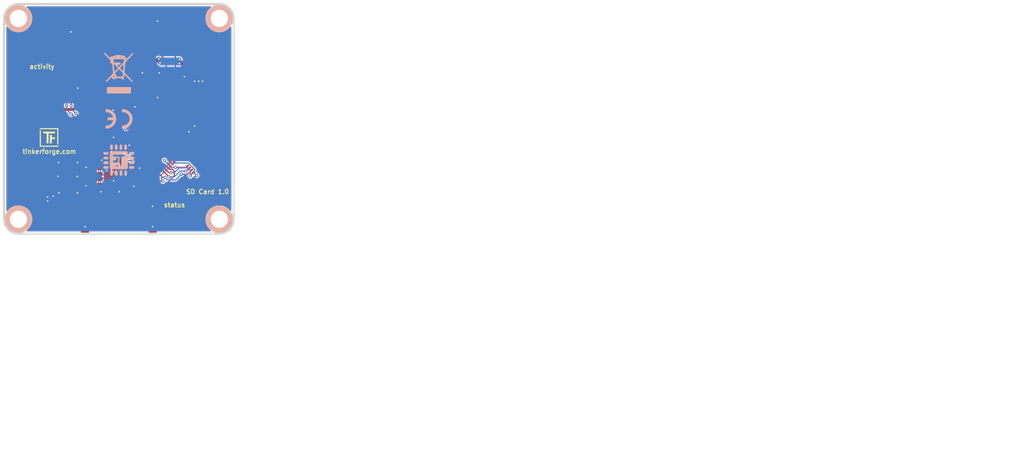
<source format=kicad_pcb>
(kicad_pcb (version 20171130) (host pcbnew 5.1.12-84ad8e8a86~92~ubuntu20.04.1)

  (general
    (thickness 1.6002)
    (drawings 13)
    (tracks 414)
    (zones 0)
    (modules 41)
    (nets 60)
  )

  (page A4)
  (title_block
    (title SD-Card)
    (date 2022-03-23)
    (rev 1.0)
    (company "Tinkerforge GmbH")
    (comment 1 "Licensed under CERN OHL v.1.1")
    (comment 2 "Copyright (©) 2022, B.Nordmeyer <bastian@tinkerforge.com>")
  )

  (layers
    (0 Vorderseite signal)
    (31 Rückseite signal)
    (32 B.Adhes user)
    (33 F.Adhes user)
    (34 B.Paste user)
    (35 F.Paste user)
    (36 B.SilkS user)
    (37 F.SilkS user)
    (38 B.Mask user)
    (39 F.Mask user)
    (40 Dwgs.User user)
    (41 Cmts.User user)
    (42 Eco1.User user)
    (43 Eco2.User user)
    (44 Edge.Cuts user)
    (45 Margin user)
    (46 B.CrtYd user)
    (47 F.CrtYd user)
    (48 B.Fab user)
    (49 F.Fab user)
  )

  (setup
    (last_trace_width 0.2)
    (user_trace_width 0.25)
    (user_trace_width 0.29972)
    (user_trace_width 0.45)
    (user_trace_width 0.5)
    (user_trace_width 0.59944)
    (user_trace_width 0.7)
    (user_trace_width 0.8001)
    (user_trace_width 1.00076)
    (trace_clearance 0.14986)
    (zone_clearance 0.2)
    (zone_45_only no)
    (trace_min 0.2)
    (via_size 0.55)
    (via_drill 0.25)
    (via_min_size 0.5)
    (via_min_drill 0.25)
    (user_via 0.7 0.25)
    (uvia_size 0.70104)
    (uvia_drill 0.24892)
    (uvias_allowed no)
    (uvia_min_size 0.701)
    (uvia_min_drill 0.2489)
    (edge_width 0.381)
    (segment_width 0.2)
    (pcb_text_width 0.3048)
    (pcb_text_size 1.524 2.032)
    (mod_edge_width 0.01)
    (mod_text_size 1.524 1.524)
    (mod_text_width 0.3048)
    (pad_size 3.5 3.5)
    (pad_drill 0)
    (pad_to_mask_clearance 0)
    (aux_axis_origin 105.3 83.1)
    (grid_origin 105.3 83.1)
    (visible_elements FFFEF7FF)
    (pcbplotparams
      (layerselection 0x010f8_ffffffff)
      (usegerberextensions true)
      (usegerberattributes false)
      (usegerberadvancedattributes false)
      (creategerberjobfile false)
      (excludeedgelayer true)
      (linewidth 0.150000)
      (plotframeref false)
      (viasonmask false)
      (mode 1)
      (useauxorigin false)
      (hpglpennumber 1)
      (hpglpenspeed 20)
      (hpglpendiameter 15.000000)
      (psnegative false)
      (psa4output false)
      (plotreference false)
      (plotvalue false)
      (plotinvisibletext false)
      (padsonsilk false)
      (subtractmaskfromsilk false)
      (outputformat 1)
      (mirror false)
      (drillshape 0)
      (scaleselection 1)
      (outputdirectory "pcb"))
  )

  (net 0 "")
  (net 1 GND)
  (net 2 VCC)
  (net 3 "Net-(D1-Pad2)")
  (net 4 "Net-(D2-Pad2)")
  (net 5 S-MISO)
  (net 6 S-MOSI)
  (net 7 S-CLK)
  (net 8 S-CS)
  (net 9 "Net-(P2-Pad2)")
  (net 10 "Net-(P1-Pad1)")
  (net 11 "Net-(P1-Pad4)")
  (net 12 "Net-(P1-Pad5)")
  (net 13 "Net-(P1-Pad6)")
  (net 14 "Net-(U1-Pad5)")
  (net 15 "Net-(U1-Pad6)")
  (net 16 "Net-(U1-Pad7)")
  (net 17 "Net-(U1-Pad8)")
  (net 18 "Net-(U1-Pad9)")
  (net 19 "Net-(U1-Pad10)")
  (net 20 "Net-(U1-Pad11)")
  (net 21 "Net-(U1-Pad12)")
  (net 22 "Net-(U1-Pad21)")
  (net 23 "Net-(U1-Pad22)")
  (net 24 "Net-(U1-Pad26)")
  (net 25 "Net-(U1-Pad28)")
  (net 26 "Net-(U1-Pad30)")
  (net 27 "Net-(U1-Pad32)")
  (net 28 "Net-(U1-Pad35)")
  (net 29 "Net-(U1-Pad36)")
  (net 30 "Net-(U1-Pad43)")
  (net 31 "Net-(C1-Pad1)")
  (net 32 "Net-(C2-Pad2)")
  (net 33 "Net-(C3-Pad1)")
  (net 34 "Net-(C4-Pad1)")
  (net 35 "Net-(C10-Pad1)")
  (net 36 "Net-(J1-Pad8)")
  (net 37 "Net-(J1-Pad7)")
  (net 38 "Net-(J1-Pad5)")
  (net 39 "Net-(J1-Pad3)")
  (net 40 "Net-(J1-Pad2)")
  (net 41 "Net-(J1-Pad1)")
  (net 42 SD-CDS)
  (net 43 SD-MISO)
  (net 44 SD-CLK)
  (net 45 SD-MOSI)
  (net 46 SD-CS)
  (net 47 "Net-(U1-Pad13)")
  (net 48 "Net-(U1-Pad14)")
  (net 49 "Net-(U1-Pad15)")
  (net 50 "Net-(U1-Pad16)")
  (net 51 "Net-(U1-Pad20)")
  (net 52 "Net-(U1-Pad23)")
  (net 53 "Net-(U1-Pad24)")
  (net 54 "Net-(P3-Pad1)")
  (net 55 "Net-(R3-Pad2)")
  (net 56 "Net-(R4-Pad2)")
  (net 57 "Net-(U1-Pad25)")
  (net 58 RTC-XTAL2)
  (net 59 RTC-XTAL1)

  (net_class Default "Dies ist die voreingestellte Netzklasse."
    (clearance 0.14986)
    (trace_width 0.2)
    (via_dia 0.55)
    (via_drill 0.25)
    (uvia_dia 0.70104)
    (uvia_drill 0.24892)
    (add_net GND)
    (add_net "Net-(C1-Pad1)")
    (add_net "Net-(C10-Pad1)")
    (add_net "Net-(C2-Pad2)")
    (add_net "Net-(C3-Pad1)")
    (add_net "Net-(C4-Pad1)")
    (add_net "Net-(D1-Pad2)")
    (add_net "Net-(D2-Pad2)")
    (add_net "Net-(J1-Pad1)")
    (add_net "Net-(J1-Pad2)")
    (add_net "Net-(J1-Pad3)")
    (add_net "Net-(J1-Pad5)")
    (add_net "Net-(J1-Pad7)")
    (add_net "Net-(J1-Pad8)")
    (add_net "Net-(P1-Pad1)")
    (add_net "Net-(P1-Pad4)")
    (add_net "Net-(P1-Pad5)")
    (add_net "Net-(P1-Pad6)")
    (add_net "Net-(P2-Pad2)")
    (add_net "Net-(P3-Pad1)")
    (add_net "Net-(R3-Pad2)")
    (add_net "Net-(R4-Pad2)")
    (add_net "Net-(U1-Pad10)")
    (add_net "Net-(U1-Pad11)")
    (add_net "Net-(U1-Pad12)")
    (add_net "Net-(U1-Pad13)")
    (add_net "Net-(U1-Pad14)")
    (add_net "Net-(U1-Pad15)")
    (add_net "Net-(U1-Pad16)")
    (add_net "Net-(U1-Pad20)")
    (add_net "Net-(U1-Pad21)")
    (add_net "Net-(U1-Pad22)")
    (add_net "Net-(U1-Pad23)")
    (add_net "Net-(U1-Pad24)")
    (add_net "Net-(U1-Pad25)")
    (add_net "Net-(U1-Pad26)")
    (add_net "Net-(U1-Pad28)")
    (add_net "Net-(U1-Pad30)")
    (add_net "Net-(U1-Pad32)")
    (add_net "Net-(U1-Pad35)")
    (add_net "Net-(U1-Pad36)")
    (add_net "Net-(U1-Pad43)")
    (add_net "Net-(U1-Pad5)")
    (add_net "Net-(U1-Pad6)")
    (add_net "Net-(U1-Pad7)")
    (add_net "Net-(U1-Pad8)")
    (add_net "Net-(U1-Pad9)")
    (add_net RTC-XTAL1)
    (add_net RTC-XTAL2)
    (add_net S-CLK)
    (add_net S-CS)
    (add_net S-MISO)
    (add_net S-MOSI)
    (add_net SD-CDS)
    (add_net SD-CLK)
    (add_net SD-CS)
    (add_net SD-MISO)
    (add_net SD-MOSI)
    (add_net VCC)
  )

  (module kicad-libraries:Fiducial_Mark (layer Vorderseite) (tedit 560531B0) (tstamp 623B5C0E)
    (at 137.3 85.1)
    (attr smd)
    (fp_text reference Fiducial_Mark (at 0 0) (layer F.SilkS) hide
      (effects (font (size 0.127 0.127) (thickness 0.03302)))
    )
    (fp_text value VAL** (at 0 -0.29972) (layer F.SilkS) hide
      (effects (font (size 0.127 0.127) (thickness 0.03302)))
    )
    (fp_circle (center 0 0) (end 1.15062 0) (layer Dwgs.User) (width 0.01016))
    (pad 1 smd circle (at 0 0) (size 1.00076 1.00076) (layers Vorderseite F.Paste F.Mask)
      (clearance 0.65024))
  )

  (module kicad-libraries:Fiducial_Mark (layer Vorderseite) (tedit 560531B0) (tstamp 623B5BF9)
    (at 107.3 115.1)
    (attr smd)
    (fp_text reference Fiducial_Mark (at 0 0) (layer F.SilkS) hide
      (effects (font (size 0.127 0.127) (thickness 0.03302)))
    )
    (fp_text value VAL** (at 0 -0.29972) (layer F.SilkS) hide
      (effects (font (size 0.127 0.127) (thickness 0.03302)))
    )
    (fp_circle (center 0 0) (end 1.15062 0) (layer Dwgs.User) (width 0.01016))
    (pad 1 smd circle (at 0 0) (size 1.00076 1.00076) (layers Vorderseite F.Paste F.Mask)
      (clearance 0.65024))
  )

  (module kicad-libraries:Fiducial_Mark (layer Vorderseite) (tedit 560531B0) (tstamp 623B5BD2)
    (at 137.8 121.1)
    (attr smd)
    (fp_text reference Fiducial_Mark (at 0 0) (layer F.SilkS) hide
      (effects (font (size 0.127 0.127) (thickness 0.03302)))
    )
    (fp_text value VAL** (at 0 -0.29972) (layer F.SilkS) hide
      (effects (font (size 0.127 0.127) (thickness 0.03302)))
    )
    (fp_circle (center 0 0) (end 1.15062 0) (layer Dwgs.User) (width 0.01016))
    (pad 1 smd circle (at 0 0) (size 1.00076 1.00076) (layers Vorderseite F.Paste F.Mask)
      (clearance 0.65024))
  )

  (module kicad-libraries:Logo_31x31 (layer Vorderseite) (tedit 0) (tstamp 623B5389)
    (at 113.15 106.35)
    (fp_text reference G*** (at 0 0) (layer F.SilkS) hide
      (effects (font (size 1.524 1.524) (thickness 0.3)))
    )
    (fp_text value LOGO (at 0.75 0) (layer F.SilkS) hide
      (effects (font (size 1.524 1.524) (thickness 0.3)))
    )
    (fp_poly (pts (xy -1.433286 1.42119) (xy 1.614714 1.42119) (xy 1.614714 1.608666) (xy -1.62681 1.608666)
      (xy -1.62681 -1.239762) (xy -1.433286 -1.239762) (xy -1.433286 1.42119)) (layer F.SilkS) (width 0.01))
    (fp_poly (pts (xy 1.614714 1.221619) (xy 1.427238 1.221619) (xy 1.427238 -1.439334) (xy -1.62681 -1.439334)
      (xy -1.62681 -1.62681) (xy 1.614714 -1.62681) (xy 1.614714 1.221619)) (layer F.SilkS) (width 0.01))
    (fp_poly (pts (xy 1.016 -0.701524) (xy -0.090715 -0.701524) (xy -0.090715 1.016) (xy -0.429381 1.016)
      (xy -0.429381 -0.701524) (xy -1.028096 -0.701524) (xy -1.028096 -1.034143) (xy 1.016 -1.034143)
      (xy 1.016 -0.701524)) (layer F.SilkS) (width 0.01))
    (fp_poly (pts (xy 0.483809 -0.030238) (xy 1.016 -0.030238) (xy 1.016 0.27819) (xy 0.483809 0.27819)
      (xy 0.483809 1.016) (xy 0.145142 1.016) (xy 0.145142 -0.459619) (xy 0.483809 -0.459619)
      (xy 0.483809 -0.030238)) (layer F.SilkS) (width 0.01))
  )

  (module kicad-libraries:Logo_CoMCU (layer Rückseite) (tedit 0) (tstamp 605DF91F)
    (at 125.3 110.3 180)
    (attr smd)
    (fp_text reference G*** (at 0 0) (layer B.SilkS) hide
      (effects (font (size 1.524 1.524) (thickness 0.3)) (justify mirror))
    )
    (fp_text value LOGO (at 0.75 0) (layer B.SilkS) hide
      (effects (font (size 1.524 1.524) (thickness 0.3)) (justify mirror))
    )
    (fp_poly (pts (xy 1.302426 2.714986) (xy 1.385193 2.695173) (xy 1.448716 2.651032) (xy 1.488807 2.593596)
      (xy 1.498765 2.569721) (xy 1.506035 2.53964) (xy 1.511013 2.498405) (xy 1.514092 2.441067)
      (xy 1.515668 2.362679) (xy 1.516135 2.258293) (xy 1.516136 2.25083) (xy 1.515342 2.133571)
      (xy 1.512268 2.042957) (xy 1.505877 1.974396) (xy 1.495131 1.923296) (xy 1.478993 1.885065)
      (xy 1.456425 1.855112) (xy 1.426389 1.828844) (xy 1.419657 1.82382) (xy 1.360147 1.796527)
      (xy 1.287294 1.78604) (xy 1.214634 1.793205) (xy 1.17262 1.808396) (xy 1.1267 1.841315)
      (xy 1.086441 1.884441) (xy 1.082743 1.889727) (xy 1.070561 1.909422) (xy 1.061539 1.930044)
      (xy 1.055203 1.956406) (xy 1.051082 1.993318) (xy 1.048701 2.045592) (xy 1.047589 2.118039)
      (xy 1.047272 2.215471) (xy 1.047262 2.25083) (xy 1.04743 2.356825) (xy 1.04825 2.436369)
      (xy 1.050194 2.494275) (xy 1.053736 2.535355) (xy 1.059347 2.56442) (xy 1.067501 2.58628)
      (xy 1.078671 2.605748) (xy 1.082743 2.611934) (xy 1.141092 2.67366) (xy 1.214652 2.708374)
      (xy 1.301301 2.715081) (xy 1.302426 2.714986)) (layer B.SilkS) (width 0.01))
    (fp_poly (pts (xy 0.512077 2.712) (xy 0.582008 2.681693) (xy 0.641477 2.626914) (xy 0.652273 2.611934)
      (xy 0.664483 2.59219) (xy 0.673516 2.571519) (xy 0.679849 2.545095) (xy 0.683958 2.508088)
      (xy 0.686317 2.455671) (xy 0.687404 2.383015) (xy 0.687693 2.285292) (xy 0.687696 2.252427)
      (xy 0.687423 2.145625) (xy 0.686374 2.065279) (xy 0.684129 2.006584) (xy 0.680271 1.964739)
      (xy 0.67438 1.934938) (xy 0.666039 1.912377) (xy 0.656577 1.895088) (xy 0.601994 1.833255)
      (xy 0.531919 1.795152) (xy 0.453186 1.782627) (xy 0.372631 1.79753) (xy 0.343633 1.810418)
      (xy 0.29221 1.851946) (xy 0.254 1.907514) (xy 0.241212 1.934594) (xy 0.231952 1.962009)
      (xy 0.225657 1.995261) (xy 0.221762 2.039848) (xy 0.219706 2.101273) (xy 0.218923 2.185035)
      (xy 0.218831 2.25083) (xy 0.219105 2.351262) (xy 0.220303 2.425934) (xy 0.222988 2.480348)
      (xy 0.227723 2.520004) (xy 0.235073 2.550403) (xy 0.245601 2.577045) (xy 0.254 2.594146)
      (xy 0.302646 2.658908) (xy 0.366082 2.700325) (xy 0.437997 2.718116) (xy 0.512077 2.712)) (layer B.SilkS) (width 0.01))
    (fp_poly (pts (xy -0.256169 2.694381) (xy -0.195331 2.645892) (xy -0.160215 2.594146) (xy -0.147427 2.567067)
      (xy -0.138167 2.539651) (xy -0.131871 2.5064) (xy -0.127977 2.461813) (xy -0.12592 2.400388)
      (xy -0.125138 2.316626) (xy -0.125046 2.25083) (xy -0.12532 2.150399) (xy -0.126518 2.075727)
      (xy -0.129203 2.021313) (xy -0.133938 1.981657) (xy -0.141288 1.951258) (xy -0.151815 1.924616)
      (xy -0.160215 1.907514) (xy -0.208103 1.844368) (xy -0.272338 1.801786) (xy -0.345588 1.782004)
      (xy -0.420518 1.787259) (xy -0.476738 1.810989) (xy -0.511115 1.83266) (xy -0.537413 1.85267)
      (xy -0.556714 1.875372) (xy -0.570101 1.905118) (xy -0.578655 1.946261) (xy -0.583458 2.003154)
      (xy -0.585592 2.080149) (xy -0.586138 2.181599) (xy -0.586153 2.251212) (xy -0.586153 2.592189)
      (xy -0.547077 2.63401) (xy -0.478495 2.688414) (xy -0.40339 2.716223) (xy -0.327402 2.718018)
      (xy -0.256169 2.694381)) (layer B.SilkS) (width 0.01))
    (fp_poly (pts (xy -1.127911 2.708395) (xy -1.067189 2.688788) (xy -1.052315 2.679565) (xy -1.020001 2.653051)
      (xy -0.995529 2.624111) (xy -0.977836 2.588125) (xy -0.965857 2.540477) (xy -0.958528 2.476546)
      (xy -0.954784 2.391713) (xy -0.953562 2.28136) (xy -0.953525 2.25083) (xy -0.954319 2.133571)
      (xy -0.957393 2.042957) (xy -0.963784 1.974396) (xy -0.97453 1.923296) (xy -0.990669 1.885065)
      (xy -1.013237 1.855112) (xy -1.043272 1.828844) (xy -1.050005 1.82382) (xy -1.109476 1.796533)
      (xy -1.182194 1.786027) (xy -1.254505 1.793159) (xy -1.296242 1.808396) (xy -1.333922 1.829753)
      (xy -1.362661 1.851947) (xy -1.383742 1.879412) (xy -1.39845 1.916584) (xy -1.408067 1.967897)
      (xy -1.413877 2.037786) (xy -1.417164 2.130686) (xy -1.418952 2.232388) (xy -1.419999 2.351896)
      (xy -1.418685 2.444662) (xy -1.414052 2.515174) (xy -1.405143 2.56792) (xy -1.391001 2.607389)
      (xy -1.370668 2.638067) (xy -1.343187 2.664444) (xy -1.323561 2.679565) (xy -1.268905 2.703784)
      (xy -1.199418 2.713394) (xy -1.127911 2.708395)) (layer B.SilkS) (width 0.01))
    (fp_poly (pts (xy -2.150399 1.437756) (xy -2.075727 1.436559) (xy -2.021313 1.433874) (xy -1.981657 1.429138)
      (xy -1.951258 1.421788) (xy -1.924616 1.411261) (xy -1.907514 1.402861) (xy -1.840944 1.353392)
      (xy -1.798796 1.28934) (xy -1.781652 1.216339) (xy -1.790093 1.140029) (xy -1.8247 1.066045)
      (xy -1.867614 1.016) (xy -1.882402 1.002906) (xy -1.897905 0.99306) (xy -1.918613 0.985926)
      (xy -1.949016 0.980971) (xy -1.993602 0.97766) (xy -2.056862 0.975459) (xy -2.143285 0.973835)
      (xy -2.232515 0.972585) (xy -2.341844 0.971309) (xy -2.424559 0.971039) (xy -2.485298 0.972112)
      (xy -2.528702 0.974867) (xy -2.559409 0.97964) (xy -2.582059 0.98677) (xy -2.601291 0.996593)
      (xy -2.606573 0.999796) (xy -2.668381 1.054024) (xy -2.705999 1.120889) (xy -2.719624 1.194084)
      (xy -2.709448 1.267303) (xy -2.675667 1.334239) (xy -2.618474 1.388585) (xy -2.594146 1.402861)
      (xy -2.567067 1.415649) (xy -2.539651 1.424909) (xy -2.5064 1.431205) (xy -2.461813 1.435099)
      (xy -2.400388 1.437156) (xy -2.316626 1.437938) (xy -2.25083 1.43803) (xy -2.150399 1.437756)) (layer B.SilkS) (width 0.01))
    (fp_poly (pts (xy 2.358119 1.422191) (xy 2.437377 1.421379) (xy 2.495031 1.419428) (xy 2.535908 1.415862)
      (xy 2.564837 1.410207) (xy 2.586646 1.401986) (xy 2.606162 1.390723) (xy 2.611935 1.386919)
      (xy 2.672005 1.330519) (xy 2.707542 1.262302) (xy 2.718829 1.188581) (xy 2.706147 1.115669)
      (xy 2.669779 1.049879) (xy 2.610005 0.997526) (xy 2.594147 0.988646) (xy 2.567241 0.975881)
      (xy 2.540302 0.966688) (xy 2.507831 0.960531) (xy 2.464326 0.956876) (xy 2.404287 0.955186)
      (xy 2.322212 0.954926) (xy 2.251427 0.95529) (xy 2.159967 0.956316) (xy 2.077762 0.958029)
      (xy 2.010598 0.960245) (xy 1.96426 0.962782) (xy 1.946031 0.96493) (xy 1.877178 0.996275)
      (xy 1.826727 1.047211) (xy 1.795417 1.111533) (xy 1.783992 1.183036) (xy 1.793192 1.255516)
      (xy 1.823759 1.322767) (xy 1.876435 1.378584) (xy 1.895088 1.391223) (xy 1.915263 1.402008)
      (xy 1.938543 1.409983) (xy 1.969733 1.415566) (xy 2.013636 1.419174) (xy 2.075056 1.421228)
      (xy 2.158797 1.422144) (xy 2.252427 1.422341) (xy 2.358119 1.422191)) (layer B.SilkS) (width 0.01))
    (fp_poly (pts (xy 2.357374 0.601529) (xy 2.43751 0.600481) (xy 2.496093 0.598215) (xy 2.537977 0.594308)
      (xy 2.568013 0.588335) (xy 2.591056 0.579873) (xy 2.608571 0.570523) (xy 2.669584 0.518266)
      (xy 2.706549 0.451671) (xy 2.719059 0.376852) (xy 2.706708 0.299927) (xy 2.669088 0.22701)
      (xy 2.634047 0.187569) (xy 2.6193 0.174481) (xy 2.603917 0.164655) (xy 2.583408 0.157574)
      (xy 2.553287 0.152717) (xy 2.509065 0.149566) (xy 2.446254 0.147602) (xy 2.360367 0.146306)
      (xy 2.269147 0.145374) (xy 2.170628 0.144855) (xy 2.081921 0.145205) (xy 2.008084 0.146337)
      (xy 1.954174 0.148165) (xy 1.925249 0.150604) (xy 1.922585 0.151271) (xy 1.894516 0.167908)
      (xy 1.862484 0.193466) (xy 1.81129 0.258281) (xy 1.785613 0.332225) (xy 1.784979 0.408642)
      (xy 1.808912 0.480878) (xy 1.856939 0.54228) (xy 1.88908 0.566369) (xy 1.910311 0.578597)
      (xy 1.932303 0.587634) (xy 1.959961 0.593962) (xy 1.99819 0.59806) (xy 2.051895 0.600409)
      (xy 2.125983 0.601488) (xy 2.225358 0.601779) (xy 2.250831 0.601784) (xy 2.357374 0.601529)) (layer B.SilkS) (width 0.01))
    (fp_poly (pts (xy -2.137202 0.609403) (xy -2.059333 0.608536) (xy -2.002899 0.60648) (xy -1.962986 0.602738)
      (xy -1.934681 0.596816) (xy -1.91307 0.588218) (xy -1.893242 0.576449) (xy -1.889727 0.574119)
      (xy -1.828001 0.51577) (xy -1.793286 0.44221) (xy -1.78658 0.355561) (xy -1.786675 0.354435)
      (xy -1.806488 0.271668) (xy -1.850628 0.208146) (xy -1.908065 0.168055) (xy -1.93194 0.158097)
      (xy -1.962021 0.150827) (xy -2.003256 0.145849) (xy -2.060594 0.142769) (xy -2.138981 0.141193)
      (xy -2.243367 0.140727) (xy -2.25083 0.140725) (xy -2.356997 0.141136) (xy -2.436857 0.142631)
      (xy -2.49536 0.145606) (xy -2.537452 0.150454) (xy -2.568083 0.157571) (xy -2.592199 0.16735)
      (xy -2.593596 0.168055) (xy -2.656549 0.211659) (xy -2.69457 0.268165) (xy -2.710814 0.343095)
      (xy -2.711938 0.375138) (xy -2.702661 0.457928) (xy -2.672725 0.520337) (xy -2.618976 0.567886)
      (xy -2.593596 0.582222) (xy -2.570158 0.592023) (xy -2.54065 0.599225) (xy -2.500224 0.604203)
      (xy -2.444036 0.607334) (xy -2.36724 0.608995) (xy -2.264989 0.60956) (xy -2.241419 0.609575)
      (xy -2.137202 0.609403)) (layer B.SilkS) (width 0.01))
    (fp_poly (pts (xy 2.356997 -0.219291) (xy 2.436858 -0.220786) (xy 2.49536 -0.22376) (xy 2.537453 -0.228609)
      (xy 2.568083 -0.235725) (xy 2.5922 -0.245504) (xy 2.593597 -0.246209) (xy 2.65655 -0.289813)
      (xy 2.694571 -0.34632) (xy 2.710814 -0.421249) (xy 2.711939 -0.453293) (xy 2.702661 -0.536083)
      (xy 2.672726 -0.598492) (xy 2.618977 -0.64604) (xy 2.593597 -0.660376) (xy 2.55349 -0.67205)
      (xy 2.488955 -0.680906) (xy 2.406699 -0.686944) (xy 2.313429 -0.690163) (xy 2.215851 -0.690564)
      (xy 2.120673 -0.688147) (xy 2.034601 -0.682911) (xy 1.964341 -0.674857) (xy 1.9166 -0.663985)
      (xy 1.908065 -0.660376) (xy 1.845112 -0.616772) (xy 1.807091 -0.560266) (xy 1.790848 -0.485336)
      (xy 1.789723 -0.453293) (xy 1.799001 -0.370503) (xy 1.828936 -0.308094) (xy 1.882685 -0.260545)
      (xy 1.908065 -0.246209) (xy 1.93194 -0.236252) (xy 1.962021 -0.228981) (xy 2.003257 -0.224003)
      (xy 2.060594 -0.220924) (xy 2.138982 -0.219348) (xy 2.243368 -0.218881) (xy 2.250831 -0.21888)
      (xy 2.356997 -0.219291)) (layer B.SilkS) (width 0.01))
    (fp_poly (pts (xy -2.132431 -0.219281) (xy -2.040949 -0.221362) (xy -1.972047 -0.226169) (xy -1.921386 -0.234797)
      (xy -1.884628 -0.248342) (xy -1.857433 -0.2679) (xy -1.835463 -0.294566) (xy -1.814642 -0.328967)
      (xy -1.787837 -0.405867) (xy -1.788061 -0.485725) (xy -1.813376 -0.56095) (xy -1.861841 -0.623954)
      (xy -1.896704 -0.65007) (xy -1.918451 -0.661123) (xy -1.945138 -0.669239) (xy -1.981886 -0.674942)
      (xy -2.033818 -0.678753) (xy -2.106054 -0.681194) (xy -2.203719 -0.682787) (xy -2.219569 -0.68297)
      (xy -2.312376 -0.683301) (xy -2.397323 -0.682291) (xy -2.468201 -0.680114) (xy -2.518801 -0.676945)
      (xy -2.54 -0.67395) (xy -2.6115 -0.645258) (xy -2.663676 -0.597705) (xy -2.687313 -0.561464)
      (xy -2.71546 -0.481394) (xy -2.71343 -0.39877) (xy -2.687019 -0.328967) (xy -2.66595 -0.294202)
      (xy -2.643943 -0.267627) (xy -2.61666 -0.248147) (xy -2.579761 -0.234667) (xy -2.528908 -0.226091)
      (xy -2.459763 -0.221323) (xy -2.367986 -0.219268) (xy -2.25083 -0.218831) (xy -2.132431 -0.219281)) (layer B.SilkS) (width 0.01))
    (fp_poly (pts (xy -2.144664 -1.032091) (xy -2.064804 -1.033586) (xy -2.006301 -1.03656) (xy -1.964209 -1.041409)
      (xy -1.933578 -1.048525) (xy -1.909462 -1.058304) (xy -1.908065 -1.059009) (xy -1.842404 -1.107477)
      (xy -1.801986 -1.173785) (xy -1.786675 -1.24539) (xy -1.793035 -1.332185) (xy -1.827414 -1.405917)
      (xy -1.888818 -1.464464) (xy -1.889727 -1.465073) (xy -1.909422 -1.477255) (xy -1.930044 -1.486277)
      (xy -1.956406 -1.492613) (xy -1.993318 -1.496734) (xy -2.045592 -1.499115) (xy -2.118039 -1.500227)
      (xy -2.215471 -1.500544) (xy -2.25083 -1.500554) (xy -2.356825 -1.500386) (xy -2.436369 -1.499566)
      (xy -2.494275 -1.497622) (xy -2.535355 -1.49408) (xy -2.56442 -1.488469) (xy -2.58628 -1.480315)
      (xy -2.605748 -1.469145) (xy -2.611934 -1.465073) (xy -2.67366 -1.406724) (xy -2.708374 -1.333164)
      (xy -2.715081 -1.246515) (xy -2.714986 -1.24539) (xy -2.695173 -1.162623) (xy -2.651032 -1.0991)
      (xy -2.593596 -1.059009) (xy -2.569721 -1.049052) (xy -2.53964 -1.041781) (xy -2.498405 -1.036803)
      (xy -2.441067 -1.033724) (xy -2.362679 -1.032148) (xy -2.258293 -1.031681) (xy -2.25083 -1.03168)
      (xy -2.144664 -1.032091)) (layer B.SilkS) (width 0.01))
    (fp_poly (pts (xy 2.625332 -1.088201) (xy 2.685044 -1.155778) (xy 2.715461 -1.231666) (xy 2.715908 -1.312741)
      (xy 2.68998 -1.387854) (xy 2.667293 -1.426985) (xy 2.6417 -1.456709) (xy 2.608709 -1.478365)
      (xy 2.563823 -1.493288) (xy 2.502548 -1.502818) (xy 2.420388 -1.508291) (xy 2.31285 -1.511044)
      (xy 2.274277 -1.511548) (xy 2.180828 -1.51188) (xy 2.095835 -1.510833) (xy 2.025218 -1.508585)
      (xy 1.974898 -1.505314) (xy 1.952496 -1.50186) (xy 1.873902 -1.46247) (xy 1.817978 -1.40323)
      (xy 1.787231 -1.327479) (xy 1.781908 -1.274677) (xy 1.796929 -1.193757) (xy 1.841938 -1.12155)
      (xy 1.876331 -1.088201) (xy 1.924984 -1.047262) (xy 2.576679 -1.047262) (xy 2.625332 -1.088201)) (layer B.SilkS) (width 0.01))
    (fp_poly (pts (xy 1.401473 1.517994) (xy 1.47671 1.460826) (xy 1.52785 1.38703) (xy 1.544753 1.345821)
      (xy 1.548306 1.326172) (xy 1.551427 1.288223) (xy 1.554134 1.230636) (xy 1.556445 1.152071)
      (xy 1.558379 1.051191) (xy 1.559953 0.926656) (xy 1.561186 0.777128) (xy 1.562096 0.601268)
      (xy 1.5627 0.397737) (xy 1.563017 0.165198) (xy 1.563077 -0.01065) (xy 1.563023 -0.246037)
      (xy 1.562836 -0.452171) (xy 1.56248 -0.631062) (xy 1.561921 -0.78472) (xy 1.561121 -0.915154)
      (xy 1.560047 -1.024374) (xy 1.558661 -1.114388) (xy 1.556928 -1.187205) (xy 1.554812 -1.244836)
      (xy 1.552278 -1.28929) (xy 1.54929 -1.322576) (xy 1.545813 -1.346702) (xy 1.541809 -1.36368)
      (xy 1.538885 -1.371889) (xy 1.490496 -1.453457) (xy 1.420224 -1.514817) (xy 1.387854 -1.533337)
      (xy 1.376626 -1.538582) (xy 1.363374 -1.543171) (xy 1.346058 -1.547145) (xy 1.322638 -1.550548)
      (xy 1.291076 -1.553423) (xy 1.249332 -1.555812) (xy 1.195365 -1.557757) (xy 1.127137 -1.559302)
      (xy 1.042608 -1.56049) (xy 0.939738 -1.561362) (xy 0.816487 -1.561961) (xy 0.670817 -1.562331)
      (xy 0.500687 -1.562513) (xy 0.304058 -1.562552) (xy 0.078891 -1.562488) (xy -0.003285 -1.562451)
      (xy -0.24064 -1.562292) (xy -0.448714 -1.562028) (xy -0.629489 -1.561622) (xy -0.784944 -1.561039)
      (xy -0.917061 -1.560241) (xy -1.027821 -1.559192) (xy -1.119205 -1.557856) (xy -1.193192 -1.556197)
      (xy -1.251765 -1.554178) (xy -1.296903 -1.551762) (xy -1.330588 -1.548914) (xy -1.354801 -1.545598)
      (xy -1.371521 -1.541775) (xy -1.382731 -1.537411) (xy -1.383323 -1.537105) (xy -1.46355 -1.481491)
      (xy -1.519889 -1.409949) (xy -1.533534 -1.383323) (xy -1.53865 -1.370983) (xy -1.543125 -1.35621)
      (xy -1.547003 -1.336953) (xy -1.550328 -1.311158) (xy -1.553142 -1.276771) (xy -1.555489 -1.231739)
      (xy -1.557412 -1.174008) (xy -1.558954 -1.101527) (xy -1.560159 -1.012239) (xy -1.56107 -0.904094)
      (xy -1.56173 -0.775037) (xy -1.562183 -0.623015) (xy -1.562472 -0.445974) (xy -1.56264 -0.241862)
      (xy -1.562731 -0.008624) (xy -1.562733 0.001449) (xy -1.562984 0.969107) (xy -1.016 0.969107)
      (xy -1.016 0.6096) (xy -0.453292 0.6096) (xy -0.453292 -1.047262) (xy -0.093784 -1.047262)
      (xy -0.093784 0.4064) (xy 0.109416 0.4064) (xy 0.109416 -1.047262) (xy 0.468923 -1.047262)
      (xy 0.468923 -0.375139) (xy 1.00037 -0.375139) (xy 1.00037 -0.016387) (xy 0.738554 -0.012101)
      (xy 0.476739 -0.007816) (xy 0.472377 0.199292) (xy 0.468016 0.4064) (xy 0.109416 0.4064)
      (xy -0.093784 0.4064) (xy -0.093784 0.6096) (xy 1.00037 0.6096) (xy 1.00037 0.969107)
      (xy -1.016 0.969107) (xy -1.562984 0.969107) (xy -1.563077 1.323698) (xy -1.526694 1.392587)
      (xy -1.471264 1.464884) (xy -1.414596 1.508369) (xy -1.338882 1.555261) (xy 1.336431 1.555261)
      (xy 1.401473 1.517994)) (layer B.SilkS) (width 0.01))
    (fp_poly (pts (xy 1.346689 -1.796257) (xy 1.417899 -1.835911) (xy 1.459615 -1.876331) (xy 1.500554 -1.924984)
      (xy 1.500554 -2.576679) (xy 1.459615 -2.625332) (xy 1.392744 -2.68417) (xy 1.31729 -2.714883)
      (xy 1.237726 -2.716573) (xy 1.15852 -2.688344) (xy 1.155117 -2.686403) (xy 1.118225 -2.663117)
      (xy 1.090106 -2.638629) (xy 1.069578 -2.608492) (xy 1.055461 -2.568257) (xy 1.046573 -2.513474)
      (xy 1.041732 -2.439696) (xy 1.039757 -2.342474) (xy 1.039447 -2.250831) (xy 1.039629 -2.145299)
      (xy 1.040495 -2.066123) (xy 1.042527 -2.008397) (xy 1.046203 -1.967215) (xy 1.052004 -1.937674)
      (xy 1.060411 -1.914866) (xy 1.071903 -1.893886) (xy 1.074862 -1.88908) (xy 1.128828 -1.828558)
      (xy 1.196134 -1.79278) (xy 1.270761 -1.781947) (xy 1.346689 -1.796257)) (layer B.SilkS) (width 0.01))
    (fp_poly (pts (xy 0.473995 -1.786675) (xy 0.555073 -1.805797) (xy 0.617389 -1.84902) (xy 0.658815 -1.907213)
      (xy 0.669288 -1.930311) (xy 0.67693 -1.958095) (xy 0.682167 -1.995603) (xy 0.685428 -2.047877)
      (xy 0.68714 -2.119956) (xy 0.687731 -2.216879) (xy 0.687754 -2.248225) (xy 0.686957 -2.365713)
      (xy 0.683869 -2.456527) (xy 0.677448 -2.52523) (xy 0.666651 -2.576385) (xy 0.650435 -2.614554)
      (xy 0.627757 -2.6443) (xy 0.597573 -2.670185) (xy 0.590045 -2.675656) (xy 0.523925 -2.705859)
      (xy 0.446804 -2.715881) (xy 0.372136 -2.70476) (xy 0.344189 -2.693266) (xy 0.298269 -2.660346)
      (xy 0.25801 -2.61722) (xy 0.254312 -2.611935) (xy 0.24213 -2.59224) (xy 0.233108 -2.571617)
      (xy 0.226773 -2.545256) (xy 0.222651 -2.508344) (xy 0.22027 -2.45607) (xy 0.219158 -2.383623)
      (xy 0.218842 -2.286191) (xy 0.218831 -2.250831) (xy 0.218999 -2.144837) (xy 0.219819 -2.065292)
      (xy 0.221764 -2.007386) (xy 0.225305 -1.966306) (xy 0.230917 -1.937242) (xy 0.239071 -1.915382)
      (xy 0.25024 -1.895913) (xy 0.254312 -1.889727) (xy 0.312661 -1.828001) (xy 0.386221 -1.793287)
      (xy 0.47287 -1.78658) (xy 0.473995 -1.786675)) (layer B.SilkS) (width 0.01))
    (fp_poly (pts (xy -0.287426 -1.800234) (xy -0.220294 -1.840199) (xy -0.176157 -1.889727) (xy -0.163976 -1.909422)
      (xy -0.154954 -1.930045) (xy -0.148618 -1.956407) (xy -0.144496 -1.993319) (xy -0.142116 -2.045593)
      (xy -0.141004 -2.11804) (xy -0.140687 -2.215471) (xy -0.140677 -2.250831) (xy -0.140845 -2.356825)
      (xy -0.141665 -2.43637) (xy -0.143609 -2.494276) (xy -0.147151 -2.535356) (xy -0.152762 -2.56442)
      (xy -0.160916 -2.586281) (xy -0.172086 -2.605749) (xy -0.176157 -2.611935) (xy -0.233584 -2.671915)
      (xy -0.305711 -2.707875) (xy -0.38535 -2.717967) (xy -0.465312 -2.700346) (xy -0.484797 -2.691244)
      (xy -0.53575 -2.650252) (xy -0.575196 -2.593551) (xy -0.587718 -2.567953) (xy -0.596833 -2.543045)
      (xy -0.602985 -2.513656) (xy -0.606613 -2.474614) (xy -0.60816 -2.420747) (xy -0.608067 -2.346881)
      (xy -0.606776 -2.247846) (xy -0.606458 -2.227385) (xy -0.604651 -2.123601) (xy -0.602566 -2.04616)
      (xy -0.59961 -1.990143) (xy -0.595191 -1.950633) (xy -0.588714 -1.922712) (xy -0.579587 -1.901463)
      (xy -0.567217 -1.881967) (xy -0.564291 -1.877832) (xy -0.507432 -1.822397) (xy -0.437799 -1.791125)
      (xy -0.362195 -1.783807) (xy -0.287426 -1.800234)) (layer B.SilkS) (width 0.01))
    (fp_poly (pts (xy -1.083326 -1.807455) (xy -1.021749 -1.855631) (xy -0.996708 -1.88908) (xy -0.98448 -1.910311)
      (xy -0.975442 -1.932303) (xy -0.969114 -1.959961) (xy -0.965016 -1.99819) (xy -0.962667 -2.051895)
      (xy -0.961588 -2.125983) (xy -0.961298 -2.225358) (xy -0.961292 -2.250831) (xy -0.961474 -2.356363)
      (xy -0.962341 -2.435539) (xy -0.964372 -2.493265) (xy -0.968048 -2.534447) (xy -0.97385 -2.563989)
      (xy -0.982256 -2.586797) (xy -0.993749 -2.607776) (xy -0.996708 -2.612582) (xy -1.0485 -2.669267)
      (xy -1.116082 -2.705676) (xy -1.191105 -2.719696) (xy -1.265225 -2.709215) (xy -1.305169 -2.690672)
      (xy -1.339545 -2.669002) (xy -1.365843 -2.648992) (xy -1.385145 -2.62629) (xy -1.398532 -2.596544)
      (xy -1.407086 -2.555401) (xy -1.411889 -2.498508) (xy -1.414022 -2.421512) (xy -1.414569 -2.320062)
      (xy -1.414584 -2.250449) (xy -1.414584 -1.909473) (xy -1.375507 -1.867651) (xy -1.30749 -1.813994)
      (xy -1.232151 -1.7863) (xy -1.155444 -1.784232) (xy -1.083326 -1.807455)) (layer B.SilkS) (width 0.01))
  )

  (module kicad-libraries:WEEE_7mm (layer Rückseite) (tedit 5922FFAE) (tstamp 605DF70E)
    (at 125.3 95.1 180)
    (attr smd)
    (fp_text reference VAL (at 0 0) (layer B.SilkS) hide
      (effects (font (size 0.2 0.2) (thickness 0.05)) (justify mirror))
    )
    (fp_text value WEEE_7mm (at 0.75 0) (layer B.SilkS) hide
      (effects (font (size 0.2 0.2) (thickness 0.05)) (justify mirror))
    )
    (fp_poly (pts (xy 2.482863 3.409859) (xy 2.480804 3.376179) (xy 2.471206 3.341837) (xy 2.44964 3.301407)
      (xy 2.411675 3.249463) (xy 2.352883 3.180577) (xy 2.268835 3.089322) (xy 2.155101 2.970274)
      (xy 2.007251 2.818004) (xy 1.961444 2.771041) (xy 1.439333 2.23603) (xy 1.439333 1.978793)
      (xy 1.439333 1.721555) (xy 1.298222 1.721555) (xy 1.298222 1.994947) (xy 1.298222 2.099005)
      (xy 1.213555 2.017889) (xy 1.160676 1.962169) (xy 1.131131 1.921219) (xy 1.128889 1.913831)
      (xy 1.153434 1.897717) (xy 1.212566 1.89089) (xy 1.213555 1.890889) (xy 1.269418 1.895963)
      (xy 1.29309 1.922356) (xy 1.298206 1.986828) (xy 1.298222 1.994947) (xy 1.298222 1.721555)
      (xy 1.28539 1.721555) (xy 1.241376 1.723224) (xy 1.205837 1.724651) (xy 1.177386 1.720468)
      (xy 1.154636 1.705309) (xy 1.136199 1.673804) (xy 1.120687 1.620585) (xy 1.106713 1.540286)
      (xy 1.092889 1.427539) (xy 1.077827 1.276974) (xy 1.060141 1.083225) (xy 1.038443 0.840924)
      (xy 1.028031 0.725936) (xy 1.016 0.593851) (xy 1.016 2.342444) (xy 1.016 2.427111)
      (xy 0.964919 2.427111) (xy 0.964919 2.654131) (xy 0.96044 2.665934) (xy 0.910629 2.701752)
      (xy 0.825292 2.742703) (xy 0.723934 2.781372) (xy 0.626061 2.810345) (xy 0.551179 2.822208)
      (xy 0.549274 2.822222) (xy 0.494484 2.808563) (xy 0.479778 2.765778) (xy 0.476666 2.742735)
      (xy 0.461334 2.726991) (xy 0.424786 2.717163) (xy 0.358027 2.711867) (xy 0.252063 2.709719)
      (xy 0.239909 2.709686) (xy 0.239909 2.892647) (xy 0.233665 2.897338) (xy 0.218722 2.899226)
      (xy 0.112749 2.903792) (xy 0.007055 2.899226) (xy -0.017767 2.894178) (xy 0.007962 2.890336)
      (xy 0.078354 2.888317) (xy 0.112889 2.888155) (xy 0.197687 2.889381) (xy 0.239909 2.892647)
      (xy 0.239909 2.709686) (xy 0.112889 2.709333) (xy -0.254 2.709333) (xy -0.254 2.782537)
      (xy -0.256796 2.824575) (xy -0.274517 2.843911) (xy -0.321168 2.845575) (xy -0.402167 2.835755)
      (xy -0.502773 2.820747) (xy -0.559752 2.80431) (xy -0.585498 2.778111) (xy -0.592403 2.733815)
      (xy -0.592667 2.707668) (xy -0.592667 2.624667) (xy 0.201011 2.624667) (xy 0.434757 2.624964)
      (xy 0.617649 2.62606) (xy 0.755277 2.628256) (xy 0.853229 2.631858) (xy 0.917094 2.637169)
      (xy 0.952461 2.644492) (xy 0.964919 2.654131) (xy 0.964919 2.427111) (xy 0.026103 2.427111)
      (xy -0.874889 2.427111) (xy -0.874889 2.652889) (xy -0.884518 2.680377) (xy -0.887335 2.681111)
      (xy -0.91143 2.661335) (xy -0.917222 2.652889) (xy -0.914985 2.626883) (xy -0.904777 2.624667)
      (xy -0.876038 2.645153) (xy -0.874889 2.652889) (xy -0.874889 2.427111) (xy -0.963793 2.427111)
      (xy -0.943537 2.166055) (xy -0.938094 2.087369) (xy -0.932714 2.024235) (xy -0.92321 1.970393)
      (xy -0.905395 1.919583) (xy -0.875081 1.865545) (xy -0.828081 1.802019) (xy -0.760208 1.722746)
      (xy -0.667273 1.621464) (xy -0.54509 1.491915) (xy -0.389471 1.327837) (xy -0.366889 1.303985)
      (xy -0.042333 0.961041) (xy 0.205281 1.207243) (xy 0.452896 1.453444) (xy 0.099448 1.461343)
      (xy -0.254 1.469242) (xy -0.254 1.623621) (xy -0.254 1.778) (xy 0.183444 1.778)
      (xy 0.620889 1.778) (xy 0.620889 1.701353) (xy 0.622969 1.664993) (xy 0.634687 1.65375)
      (xy 0.664256 1.671682) (xy 0.719893 1.722845) (xy 0.776111 1.778) (xy 0.854414 1.857186)
      (xy 0.900636 1.914327) (xy 0.92323 1.966659) (xy 0.930646 2.031417) (xy 0.931333 2.094536)
      (xy 0.934803 2.190842) (xy 0.947055 2.241675) (xy 0.97085 2.257681) (xy 0.973667 2.257778)
      (xy 1.007275 2.28302) (xy 1.016 2.342444) (xy 1.016 0.593851) (xy 0.954054 -0.086239)
      (xy 1.34486 -0.498024) (xy 1.555216 -0.719617) (xy 1.729916 -0.903769) (xy 1.872041 -1.054091)
      (xy 1.984676 -1.174196) (xy 2.070901 -1.267694) (xy 2.133801 -1.338196) (xy 2.176457 -1.389314)
      (xy 2.201952 -1.424658) (xy 2.21337 -1.447841) (xy 2.213792 -1.462473) (xy 2.206301 -1.472165)
      (xy 2.19398 -1.480529) (xy 2.187398 -1.485028) (xy 2.139541 -1.515553) (xy 2.118022 -1.524)
      (xy 2.094879 -1.504317) (xy 2.039069 -1.449218) (xy 1.956356 -1.364626) (xy 1.852504 -1.256463)
      (xy 1.733278 -1.130652) (xy 1.678916 -1.072812) (xy 1.255889 -0.621625) (xy 1.239947 -0.712979)
      (xy 1.197516 -0.849251) (xy 1.119827 -0.950313) (xy 1.079557 -0.982306) (xy 1.017977 -1.011638)
      (xy 1.017977 -0.632978) (xy 0.995676 -0.556992) (xy 0.945013 -0.49721) (xy 0.945013 1.715394)
      (xy 0.94482 1.716067) (xy 0.923395 1.700567) (xy 0.870211 1.651048) (xy 0.792165 1.57462)
      (xy 0.696154 1.478392) (xy 0.589075 1.369476) (xy 0.477826 1.254981) (xy 0.369303 1.142017)
      (xy 0.270405 1.037695) (xy 0.188029 0.949124) (xy 0.129071 0.883415) (xy 0.100429 0.847678)
      (xy 0.098778 0.843916) (xy 0.117043 0.81413) (xy 0.166773 0.753937) (xy 0.240369 0.67125)
      (xy 0.330231 0.573984) (xy 0.42876 0.470051) (xy 0.528358 0.367365) (xy 0.621424 0.273839)
      (xy 0.70036 0.197387) (xy 0.757566 0.145921) (xy 0.785443 0.127355) (xy 0.786505 0.12776)
      (xy 0.793707 0.159396) (xy 0.805121 0.239895) (xy 0.819901 0.361901) (xy 0.837205 0.51806)
      (xy 0.856186 0.701015) (xy 0.876002 0.903411) (xy 0.878183 0.926402) (xy 0.897143 1.129855)
      (xy 0.913788 1.314176) (xy 0.927509 1.472128) (xy 0.937694 1.596473) (xy 0.943732 1.679974)
      (xy 0.945013 1.715394) (xy 0.945013 -0.49721) (xy 0.944024 -0.496043) (xy 0.871243 -0.460602)
      (xy 0.785555 -0.461141) (xy 0.764432 -0.470982) (xy 0.764432 -0.168896) (xy 0.745079 -0.120107)
      (xy 0.697438 -0.051745) (xy 0.618576 0.041481) (xy 0.505557 0.164861) (xy 0.374559 0.303585)
      (xy -0.041854 0.741711) (xy -0.132242 0.647751) (xy -0.132242 0.841738) (xy -0.508984 1.238599)
      (xy -0.625421 1.36067) (xy -0.727784 1.466874) (xy -0.810087 1.55109) (xy -0.866341 1.607198)
      (xy -0.89056 1.629078) (xy -0.891025 1.629119) (xy -0.890844 1.599805) (xy -0.886195 1.523686)
      (xy -0.877886 1.410152) (xy -0.866727 1.268597) (xy -0.853528 1.108412) (xy -0.839099 0.938988)
      (xy -0.824249 0.769717) (xy -0.809789 0.60999) (xy -0.796527 0.4692) (xy -0.785274 0.356738)
      (xy -0.776839 0.281995) (xy -0.772591 0.25543) (xy -0.74805 0.256656) (xy -0.687291 0.300651)
      (xy -0.590212 0.387499) (xy -0.456711 0.517286) (xy -0.445848 0.528132) (xy -0.132242 0.841738)
      (xy -0.132242 0.647751) (xy -0.403136 0.366149) (xy -0.532757 0.230252) (xy -0.62722 0.127772)
      (xy -0.691435 0.052372) (xy -0.730313 -0.002286) (xy -0.748765 -0.04254) (xy -0.751699 -0.074729)
      (xy -0.750572 -0.082317) (xy -0.742402 -0.14269) (xy -0.732359 -0.241951) (xy -0.722136 -0.362656)
      (xy -0.718145 -0.416278) (xy -0.699563 -0.677333) (xy -0.138115 -0.677333) (xy 0.423333 -0.677333)
      (xy 0.423333 -0.584835) (xy 0.449981 -0.463491) (xy 0.523642 -0.355175) (xy 0.63489 -0.272054)
      (xy 0.682126 -0.250719) (xy 0.73002 -0.228911) (xy 0.758434 -0.2034) (xy 0.764432 -0.168896)
      (xy 0.764432 -0.470982) (xy 0.711835 -0.495489) (xy 0.659024 -0.562819) (xy 0.647539 -0.649049)
      (xy 0.676635 -0.735445) (xy 0.723473 -0.788174) (xy 0.784468 -0.828555) (xy 0.830825 -0.846601)
      (xy 0.832555 -0.846667) (xy 0.877213 -0.830394) (xy 0.938072 -0.790949) (xy 0.941638 -0.788174)
      (xy 1.002705 -0.713529) (xy 1.017977 -0.632978) (xy 1.017977 -1.011638) (xy 0.949842 -1.044093)
      (xy 0.810166 -1.060981) (xy 0.675259 -1.034339) (xy 0.559855 -0.965538) (xy 0.525993 -0.9308)
      (xy 0.455199 -0.846667) (xy -0.0264 -0.846667) (xy -0.508 -0.846667) (xy -0.508 -0.959556)
      (xy -0.508 -1.072445) (xy -0.649111 -1.072445) (xy -0.790222 -1.072445) (xy -0.790222 -0.975954)
      (xy -0.803072 -0.881747) (xy -0.831861 -0.799565) (xy -0.85235 -0.735143) (xy -0.871496 -0.630455)
      (xy -0.886633 -0.501661) (xy -0.8916 -0.437445) (xy -0.909702 -0.155222) (xy -1.596125 -0.853722)
      (xy -1.756866 -1.017004) (xy -1.904817 -1.166738) (xy -2.035402 -1.29834) (xy -2.144049 -1.407222)
      (xy -2.226183 -1.4888) (xy -2.277232 -1.538486) (xy -2.292741 -1.552222) (xy -2.318618 -1.535182)
      (xy -2.3368 -1.518356) (xy -2.366614 -1.474736) (xy -2.370667 -1.458297) (xy -2.351653 -1.432751)
      (xy -2.297528 -1.371534) (xy -2.212667 -1.27931) (xy -2.101445 -1.160741) (xy -1.968236 -1.020491)
      (xy -1.817416 -0.863223) (xy -1.653359 -0.693601) (xy -1.649999 -0.690141) (xy -0.929331 0.051823)
      (xy -1.000888 0.874398) (xy -1.019193 1.08713) (xy -1.035769 1.284177) (xy -1.049992 1.457782)
      (xy -1.061239 1.600189) (xy -1.068889 1.70364) (xy -1.072318 1.760379) (xy -1.072445 1.765937)
      (xy -1.083169 1.796856) (xy -1.117145 1.848518) (xy -1.177081 1.924038) (xy -1.265681 2.026535)
      (xy -1.385653 2.159123) (xy -1.539703 2.324921) (xy -1.730537 2.527044) (xy -1.763174 2.561396)
      (xy -1.94576 2.753708) (xy -2.093058 2.909847) (xy -2.208848 3.034377) (xy -2.296909 3.131865)
      (xy -2.361021 3.206878) (xy -2.404962 3.263981) (xy -2.432513 3.30774) (xy -2.447452 3.342721)
      (xy -2.453559 3.373491) (xy -2.454619 3.396775) (xy -2.455333 3.505661) (xy -2.136329 3.170998)
      (xy -2.000627 3.028421) (xy -1.842494 2.861938) (xy -1.678217 2.688716) (xy -1.524082 2.52592)
      (xy -1.466152 2.46464) (xy -1.354055 2.346541) (xy -1.256193 2.244484) (xy -1.178749 2.164831)
      (xy -1.127907 2.113947) (xy -1.109886 2.09804) (xy -1.109577 2.126426) (xy -1.113821 2.195386)
      (xy -1.12076 2.279234) (xy -1.130834 2.37523) (xy -1.143684 2.427922) (xy -1.166434 2.45028)
      (xy -1.206208 2.455276) (xy -1.217475 2.455333) (xy -1.274769 2.462802) (xy -1.295863 2.497097)
      (xy -1.298222 2.54) (xy -1.290268 2.600887) (xy -1.25796 2.622991) (xy -1.232974 2.624667)
      (xy -1.165809 2.649307) (xy -1.106569 2.707387) (xy -1.038059 2.780849) (xy -0.96015 2.840472)
      (xy -0.90268 2.886543) (xy -0.87527 2.932359) (xy -0.874889 2.936944) (xy -0.866717 2.958171)
      (xy -0.836053 2.973488) (xy -0.773676 2.98482) (xy -0.670366 2.994091) (xy -0.571902 3.000209)
      (xy -0.444753 3.009947) (xy -0.342774 3.022633) (xy -0.277341 3.036575) (xy -0.259106 3.046795)
      (xy -0.227621 3.061127) (xy -0.152899 3.071083) (xy -0.047962 3.076818) (xy 0.074164 3.078489)
      (xy 0.200456 3.076251) (xy 0.31789 3.07026) (xy 0.41344 3.060673) (xy 0.474084 3.047645)
      (xy 0.488466 3.037844) (xy 0.523084 3.012128) (xy 0.59531 2.989452) (xy 0.645346 2.980608)
      (xy 0.752526 2.955733) (xy 0.873538 2.912358) (xy 0.942299 2.880321) (xy 1.046225 2.831835)
      (xy 1.128071 2.811654) (xy 1.210866 2.814154) (xy 1.212404 2.814358) (xy 1.324381 2.811082)
      (xy 1.398504 2.765955) (xy 1.435053 2.678737) (xy 1.439333 2.621893) (xy 1.416263 2.519845)
      (xy 1.351912 2.452433) (xy 1.25357 2.427141) (xy 1.249609 2.427111) (xy 1.20332 2.41653)
      (xy 1.186549 2.373932) (xy 1.185333 2.342444) (xy 1.192841 2.282987) (xy 1.210931 2.257784)
      (xy 1.211244 2.257778) (xy 1.236778 2.277108) (xy 1.296879 2.331881) (xy 1.386564 2.417269)
      (xy 1.500846 2.528446) (xy 1.634743 2.660585) (xy 1.783269 2.808858) (xy 1.859662 2.885722)
      (xy 2.48217 3.513666) (xy 2.482863 3.409859)) (layer B.SilkS) (width 0.1))
    (fp_poly (pts (xy 2.032 -3.527778) (xy -0.014111 -3.527778) (xy -2.060222 -3.527778) (xy -2.060222 -3.019778)
      (xy -2.060222 -2.511778) (xy -0.014111 -2.511778) (xy 2.032 -2.511778) (xy 2.032 -3.019778)
      (xy 2.032 -3.527778)) (layer B.SilkS) (width 0.1))
  )

  (module kicad-libraries:CE_5mm (layer Rückseite) (tedit 5922FFD4) (tstamp 605DF663)
    (at 125.3 103.1 180)
    (attr smd)
    (fp_text reference VAL (at 0 0) (layer B.SilkS) hide
      (effects (font (size 0.2 0.2) (thickness 0.05)) (justify mirror))
    )
    (fp_text value CE_5mm (at 0 0) (layer B.SilkS) hide
      (effects (font (size 0.2 0.2) (thickness 0.05)) (justify mirror))
    )
    (fp_poly (pts (xy 2.3114 -1.67132) (xy 2.30124 -1.67132) (xy 2.28854 -1.67386) (xy 2.26822 -1.6764)
      (xy 2.24282 -1.6764) (xy 2.21742 -1.67894) (xy 2.18694 -1.67894) (xy 2.15646 -1.67894)
      (xy 2.12852 -1.67894) (xy 2.10058 -1.67894) (xy 2.07518 -1.67894) (xy 2.05232 -1.67894)
      (xy 2.04978 -1.67894) (xy 1.96088 -1.67132) (xy 1.87706 -1.66116) (xy 1.79578 -1.64592)
      (xy 1.7145 -1.6256) (xy 1.65862 -1.61036) (xy 1.55956 -1.57988) (xy 1.46304 -1.53924)
      (xy 1.36906 -1.49606) (xy 1.27762 -1.44526) (xy 1.18872 -1.38938) (xy 1.1049 -1.32588)
      (xy 1.02362 -1.25984) (xy 0.94742 -1.18872) (xy 0.8763 -1.11252) (xy 0.81026 -1.03378)
      (xy 0.762 -0.96774) (xy 0.70358 -0.87884) (xy 0.65024 -0.78994) (xy 0.60452 -0.69596)
      (xy 0.56642 -0.60198) (xy 0.53086 -0.50546) (xy 0.50546 -0.4064) (xy 0.4826 -0.30734)
      (xy 0.46736 -0.20828) (xy 0.4572 -0.10668) (xy 0.45466 -0.00508) (xy 0.4572 0.09398)
      (xy 0.46482 0.19558) (xy 0.48006 0.29464) (xy 0.50038 0.39624) (xy 0.52832 0.49276)
      (xy 0.56134 0.58928) (xy 0.59944 0.68326) (xy 0.64516 0.77724) (xy 0.69596 0.86868)
      (xy 0.75184 0.95504) (xy 0.79248 1.01092) (xy 0.85852 1.0922) (xy 0.9271 1.1684)
      (xy 1.0033 1.24206) (xy 1.08204 1.31064) (xy 1.16332 1.3716) (xy 1.24968 1.42748)
      (xy 1.33858 1.48082) (xy 1.43256 1.52654) (xy 1.52654 1.56718) (xy 1.6256 1.6002)
      (xy 1.72466 1.62814) (xy 1.82626 1.651) (xy 1.9304 1.66878) (xy 2.03454 1.6764)
      (xy 2.13614 1.68148) (xy 2.15392 1.68148) (xy 2.17424 1.67894) (xy 2.19964 1.67894)
      (xy 2.2225 1.67894) (xy 2.24536 1.6764) (xy 2.26568 1.67386) (xy 2.28346 1.67386)
      (xy 2.29616 1.67132) (xy 2.2987 1.67132) (xy 2.30886 1.67132) (xy 2.30886 1.40208)
      (xy 2.30886 1.13538) (xy 2.29108 1.13792) (xy 2.2352 1.143) (xy 2.17678 1.14554)
      (xy 2.11836 1.14554) (xy 2.06248 1.143) (xy 2.00914 1.13792) (xy 2.0066 1.13792)
      (xy 1.9177 1.12268) (xy 1.83134 1.10236) (xy 1.74752 1.07442) (xy 1.66878 1.0414)
      (xy 1.59004 1.0033) (xy 1.51638 0.95758) (xy 1.44526 0.90932) (xy 1.37668 0.85344)
      (xy 1.31318 0.79248) (xy 1.25476 0.72644) (xy 1.21158 0.67056) (xy 1.16586 0.60452)
      (xy 1.12268 0.53086) (xy 1.08712 0.4572) (xy 1.0541 0.37592) (xy 1.03378 0.31242)
      (xy 1.0287 0.29464) (xy 1.02616 0.28194) (xy 1.02362 0.27178) (xy 1.02108 0.2667)
      (xy 1.02362 0.2667) (xy 1.0287 0.26416) (xy 1.03378 0.26416) (xy 1.04394 0.26416)
      (xy 1.0541 0.26416) (xy 1.06934 0.26416) (xy 1.08712 0.26416) (xy 1.10998 0.26416)
      (xy 1.13538 0.26162) (xy 1.16586 0.26162) (xy 1.20142 0.26162) (xy 1.23952 0.26162)
      (xy 1.28524 0.26162) (xy 1.33604 0.26162) (xy 1.39192 0.26162) (xy 1.45542 0.26162)
      (xy 1.49352 0.26162) (xy 1.96596 0.26162) (xy 1.96596 0.01016) (xy 1.96596 -0.2413)
      (xy 1.48844 -0.24384) (xy 1.00838 -0.24384) (xy 1.02362 -0.29972) (xy 1.03632 -0.35052)
      (xy 1.05156 -0.39624) (xy 1.06934 -0.43942) (xy 1.08712 -0.48514) (xy 1.10998 -0.53086)
      (xy 1.11506 -0.54102) (xy 1.1557 -0.61722) (xy 1.20396 -0.68834) (xy 1.2573 -0.75692)
      (xy 1.31572 -0.82296) (xy 1.37922 -0.88138) (xy 1.44526 -0.93726) (xy 1.48082 -0.96266)
      (xy 1.55448 -1.01092) (xy 1.63068 -1.05156) (xy 1.70942 -1.08712) (xy 1.7907 -1.1176)
      (xy 1.87706 -1.143) (xy 1.96596 -1.16078) (xy 1.98374 -1.16332) (xy 2.01168 -1.16586)
      (xy 2.04216 -1.1684) (xy 2.07518 -1.17094) (xy 2.11074 -1.17094) (xy 2.1463 -1.17348)
      (xy 2.18186 -1.17348) (xy 2.21742 -1.17094) (xy 2.2479 -1.17094) (xy 2.27584 -1.1684)
      (xy 2.2987 -1.16586) (xy 2.30378 -1.16332) (xy 2.3114 -1.16332) (xy 2.3114 -1.41732)
      (xy 2.3114 -1.67132)) (layer B.SilkS) (width 0.00254))
    (fp_poly (pts (xy -0.55372 -1.67132) (xy -0.5715 -1.67386) (xy -0.57912 -1.6764) (xy -0.59436 -1.6764)
      (xy -0.61214 -1.6764) (xy -0.635 -1.6764) (xy -0.65786 -1.67894) (xy -0.68326 -1.67894)
      (xy -0.70866 -1.67894) (xy -0.73406 -1.67894) (xy -0.75692 -1.67894) (xy -0.7747 -1.67894)
      (xy -0.7874 -1.67894) (xy -0.79756 -1.67894) (xy -0.80518 -1.67894) (xy -0.82042 -1.6764)
      (xy -0.83566 -1.6764) (xy -0.85598 -1.67386) (xy -0.95758 -1.66116) (xy -1.05664 -1.64338)
      (xy -1.15824 -1.62052) (xy -1.2573 -1.59004) (xy -1.35382 -1.55194) (xy -1.40462 -1.53162)
      (xy -1.49606 -1.4859) (xy -1.58496 -1.4351) (xy -1.67386 -1.37922) (xy -1.75514 -1.31826)
      (xy -1.83642 -1.24968) (xy -1.91008 -1.17856) (xy -1.9812 -1.10236) (xy -2.04724 -1.02108)
      (xy -2.1082 -0.93726) (xy -2.14884 -0.87376) (xy -2.18694 -0.80772) (xy -2.2225 -0.7366)
      (xy -2.25552 -0.66548) (xy -2.286 -0.59436) (xy -2.30886 -0.52324) (xy -2.3114 -0.51562)
      (xy -2.34188 -0.41402) (xy -2.36474 -0.30988) (xy -2.37998 -0.20574) (xy -2.39014 -0.09906)
      (xy -2.39268 0.00508) (xy -2.39014 0.11176) (xy -2.37998 0.2159) (xy -2.36474 0.31496)
      (xy -2.34188 0.41402) (xy -2.3114 0.51308) (xy -2.27838 0.6096) (xy -2.23774 0.70612)
      (xy -2.19202 0.79756) (xy -2.14122 0.88646) (xy -2.10566 0.9398) (xy -2.0447 1.02362)
      (xy -1.97866 1.1049) (xy -1.90754 1.1811) (xy -1.83388 1.25222) (xy -1.7526 1.31826)
      (xy -1.66878 1.38176) (xy -1.58242 1.43764) (xy -1.49098 1.48844) (xy -1.397 1.53416)
      (xy -1.30048 1.5748) (xy -1.20142 1.60782) (xy -1.19888 1.60782) (xy -1.10998 1.63322)
      (xy -1.016 1.651) (xy -0.92202 1.66624) (xy -0.8255 1.6764) (xy -0.73152 1.67894)
      (xy -0.64008 1.67894) (xy -0.58166 1.67386) (xy -0.55372 1.67386) (xy -0.55372 1.4097)
      (xy -0.55372 1.14808) (xy -0.56134 1.15062) (xy -0.57658 1.15316) (xy -0.5969 1.1557)
      (xy -0.6223 1.15824) (xy -0.65024 1.15824) (xy -0.68072 1.15824) (xy -0.71374 1.15824)
      (xy -0.74676 1.15824) (xy -0.77724 1.15824) (xy -0.80772 1.1557) (xy -0.83312 1.15316)
      (xy -0.8509 1.15062) (xy -0.9398 1.13538) (xy -1.02616 1.11506) (xy -1.10998 1.08712)
      (xy -1.19126 1.0541) (xy -1.27 1.01346) (xy -1.34366 0.97028) (xy -1.41478 0.91948)
      (xy -1.48336 0.86106) (xy -1.524 0.82296) (xy -1.58496 0.75692) (xy -1.64084 0.68834)
      (xy -1.6891 0.61468) (xy -1.73228 0.54102) (xy -1.77038 0.46228) (xy -1.8034 0.381)
      (xy -1.8288 0.29718) (xy -1.84658 0.21082) (xy -1.85928 0.12192) (xy -1.86182 0.09906)
      (xy -1.86436 0.0762) (xy -1.86436 0.04572) (xy -1.86436 0.0127) (xy -1.86436 -0.02286)
      (xy -1.86436 -0.05842) (xy -1.86182 -0.09144) (xy -1.85928 -0.12192) (xy -1.85674 -0.14986)
      (xy -1.85674 -0.16256) (xy -1.8415 -0.24384) (xy -1.82118 -0.32258) (xy -1.79578 -0.39878)
      (xy -1.7653 -0.47498) (xy -1.75006 -0.50292) (xy -1.71196 -0.57658) (xy -1.67132 -0.64516)
      (xy -1.62306 -0.70866) (xy -1.57226 -0.77216) (xy -1.524 -0.82296) (xy -1.4605 -0.88138)
      (xy -1.39192 -0.93726) (xy -1.31826 -0.98552) (xy -1.2446 -1.0287) (xy -1.16332 -1.0668)
      (xy -1.08204 -1.09728) (xy -0.99822 -1.12268) (xy -0.90932 -1.143) (xy -0.87122 -1.14808)
      (xy -0.85344 -1.15062) (xy -0.8382 -1.15316) (xy -0.8255 -1.1557) (xy -0.81026 -1.1557)
      (xy -0.79502 -1.1557) (xy -0.77724 -1.15824) (xy -0.75692 -1.15824) (xy -0.72898 -1.15824)
      (xy -0.70612 -1.15824) (xy -0.67818 -1.15824) (xy -0.65278 -1.15824) (xy -0.62738 -1.1557)
      (xy -0.60706 -1.1557) (xy -0.59182 -1.1557) (xy -0.57912 -1.15316) (xy -0.56642 -1.15316)
      (xy -0.5588 -1.15062) (xy -0.55626 -1.15062) (xy -0.55626 -1.15316) (xy -0.55626 -1.16332)
      (xy -0.55626 -1.17856) (xy -0.55626 -1.19888) (xy -0.55626 -1.22428) (xy -0.55372 -1.25476)
      (xy -0.55372 -1.28778) (xy -0.55372 -1.32334) (xy -0.55372 -1.36144) (xy -0.55372 -1.40208)
      (xy -0.55372 -1.41224) (xy -0.55372 -1.67132)) (layer B.SilkS) (width 0.00254))
  )

  (module kicad-libraries:C0402F (layer Vorderseite) (tedit 5A0C5AF6) (tstamp 623B456F)
    (at 130.287258 117.459545 315)
    (path /60603D2C)
    (fp_text reference C1 (at 0.1 0.15 135) (layer F.Fab)
      (effects (font (size 0.2 0.2) (thickness 0.05)))
    )
    (fp_text value 220pF (at 0 -0.15 135) (layer F.Fab)
      (effects (font (size 0.2 0.2) (thickness 0.05)))
    )
    (fp_line (start -0.9 0.45) (end -0.9 -0.45) (layer F.Fab) (width 0.025))
    (fp_line (start 0.9 0.45) (end -0.9 0.45) (layer F.Fab) (width 0.025))
    (fp_line (start 0.9 -0.45) (end 0.9 0.45) (layer F.Fab) (width 0.025))
    (fp_line (start -0.9 -0.45) (end 0.9 -0.45) (layer F.Fab) (width 0.025))
    (pad 2 smd rect (at 0.5 0 315) (size 0.6 0.7) (layers Vorderseite F.Paste F.Mask)
      (net 1 GND))
    (pad 1 smd rect (at -0.5 0 315) (size 0.6 0.7) (layers Vorderseite F.Paste F.Mask)
      (net 31 "Net-(C1-Pad1)"))
    (model Capacitors_SMD/C_0402.wrl
      (at (xyz 0 0 0))
      (scale (xyz 1 1 1))
      (rotate (xyz 0 0 0))
    )
  )

  (module C0603F (layer Vorderseite) (tedit 58F5DD02) (tstamp 623B4579)
    (at 118.05 118.15 270)
    (path /54F76B96)
    (attr smd)
    (fp_text reference C2 (at 0.05 0.225 90) (layer F.Fab)
      (effects (font (size 0.2 0.2) (thickness 0.05)))
    )
    (fp_text value 1uF (at 0.05 -0.375 90) (layer F.Fab)
      (effects (font (size 0.2 0.2) (thickness 0.05)))
    )
    (fp_line (start -1.45034 -0.65024) (end 1.45034 -0.65024) (layer F.Fab) (width 0.001))
    (fp_line (start 1.45034 -0.65024) (end 1.45034 0.65024) (layer F.Fab) (width 0.001))
    (fp_line (start 1.45034 0.65024) (end -1.45034 0.65024) (layer F.Fab) (width 0.001))
    (fp_line (start -1.45034 0.65024) (end -1.45034 -0.65024) (layer F.Fab) (width 0.001))
    (pad 2 smd rect (at 0.75 0 270) (size 0.9 0.9) (layers Vorderseite F.Paste F.Mask)
      (net 32 "Net-(C2-Pad2)"))
    (pad 1 smd rect (at -0.75 0 270) (size 0.9 0.9) (layers Vorderseite F.Paste F.Mask)
      (net 1 GND))
    (model Capacitors_SMD/C_0603.wrl
      (at (xyz 0 0 0))
      (scale (xyz 1 1 1))
      (rotate (xyz 0 0 0))
    )
  )

  (module C0603F (layer Vorderseite) (tedit 58F5DD02) (tstamp 623B4583)
    (at 124.052587 109.915685 45)
    (path /58274693)
    (attr smd)
    (fp_text reference C3 (at 0.05 0.225 45) (layer F.Fab)
      (effects (font (size 0.2 0.2) (thickness 0.05)))
    )
    (fp_text value 10pF (at 0.05 -0.375 45) (layer F.Fab)
      (effects (font (size 0.2 0.2) (thickness 0.05)))
    )
    (fp_line (start -1.45034 -0.65024) (end 1.45034 -0.65024) (layer F.Fab) (width 0.001))
    (fp_line (start 1.45034 -0.65024) (end 1.45034 0.65024) (layer F.Fab) (width 0.001))
    (fp_line (start 1.45034 0.65024) (end -1.45034 0.65024) (layer F.Fab) (width 0.001))
    (fp_line (start -1.45034 0.65024) (end -1.45034 -0.65024) (layer F.Fab) (width 0.001))
    (pad 2 smd rect (at 0.75 0 45) (size 0.9 0.9) (layers Vorderseite F.Paste F.Mask)
      (net 1 GND))
    (pad 1 smd rect (at -0.75 0 45) (size 0.9 0.9) (layers Vorderseite F.Paste F.Mask)
      (net 33 "Net-(C3-Pad1)"))
    (model Capacitors_SMD/C_0603.wrl
      (at (xyz 0 0 0))
      (scale (xyz 1 1 1))
      (rotate (xyz 0 0 0))
    )
  )

  (module C0603F (layer Vorderseite) (tedit 58F5DD02) (tstamp 623B458D)
    (at 127.835608 113.769417 225)
    (path /582748D4)
    (attr smd)
    (fp_text reference C4 (at 0.05 0.225 45) (layer F.Fab)
      (effects (font (size 0.2 0.2) (thickness 0.05)))
    )
    (fp_text value 10pF (at 0.05 -0.375 45) (layer F.Fab)
      (effects (font (size 0.2 0.2) (thickness 0.05)))
    )
    (fp_line (start -1.45034 0.65024) (end -1.45034 -0.65024) (layer F.Fab) (width 0.001))
    (fp_line (start 1.45034 0.65024) (end -1.45034 0.65024) (layer F.Fab) (width 0.001))
    (fp_line (start 1.45034 -0.65024) (end 1.45034 0.65024) (layer F.Fab) (width 0.001))
    (fp_line (start -1.45034 -0.65024) (end 1.45034 -0.65024) (layer F.Fab) (width 0.001))
    (pad 1 smd rect (at -0.75 0 225) (size 0.9 0.9) (layers Vorderseite F.Paste F.Mask)
      (net 34 "Net-(C4-Pad1)"))
    (pad 2 smd rect (at 0.75 0 225) (size 0.9 0.9) (layers Vorderseite F.Paste F.Mask)
      (net 1 GND))
    (model Capacitors_SMD/C_0603.wrl
      (at (xyz 0 0 0))
      (scale (xyz 1 1 1))
      (rotate (xyz 0 0 0))
    )
  )

  (module C0603F (layer Vorderseite) (tedit 58F5DD02) (tstamp 623B4597)
    (at 113.85 118.15 270)
    (path /54F77AA5)
    (attr smd)
    (fp_text reference C5 (at 0.05 0.225 90) (layer F.Fab)
      (effects (font (size 0.2 0.2) (thickness 0.05)))
    )
    (fp_text value 1uF (at 0.05 -0.375 90) (layer F.Fab)
      (effects (font (size 0.2 0.2) (thickness 0.05)))
    )
    (fp_line (start -1.45034 0.65024) (end -1.45034 -0.65024) (layer F.Fab) (width 0.001))
    (fp_line (start 1.45034 0.65024) (end -1.45034 0.65024) (layer F.Fab) (width 0.001))
    (fp_line (start 1.45034 -0.65024) (end 1.45034 0.65024) (layer F.Fab) (width 0.001))
    (fp_line (start -1.45034 -0.65024) (end 1.45034 -0.65024) (layer F.Fab) (width 0.001))
    (pad 1 smd rect (at -0.75 0 270) (size 0.9 0.9) (layers Vorderseite F.Paste F.Mask)
      (net 1 GND))
    (pad 2 smd rect (at 0.75 0 270) (size 0.9 0.9) (layers Vorderseite F.Paste F.Mask)
      (net 2 VCC))
    (model Capacitors_SMD/C_0603.wrl
      (at (xyz 0 0 0))
      (scale (xyz 1 1 1))
      (rotate (xyz 0 0 0))
    )
  )

  (module C0603F (layer Vorderseite) (tedit 58F5DD02) (tstamp 623B5B13)
    (at 125.514287 107.524695 135)
    (path /5820F9DC)
    (attr smd)
    (fp_text reference C6 (at 0.05 0.225 135) (layer F.Fab)
      (effects (font (size 0.2 0.2) (thickness 0.05)))
    )
    (fp_text value 100nF (at 0.05 -0.375 135) (layer F.Fab)
      (effects (font (size 0.2 0.2) (thickness 0.05)))
    )
    (fp_line (start -1.45034 -0.65024) (end 1.45034 -0.65024) (layer F.Fab) (width 0.001))
    (fp_line (start 1.45034 -0.65024) (end 1.45034 0.65024) (layer F.Fab) (width 0.001))
    (fp_line (start 1.45034 0.65024) (end -1.45034 0.65024) (layer F.Fab) (width 0.001))
    (fp_line (start -1.45034 0.65024) (end -1.45034 -0.65024) (layer F.Fab) (width 0.001))
    (pad 2 smd rect (at 0.75 0 135) (size 0.9 0.9) (layers Vorderseite F.Paste F.Mask)
      (net 1 GND))
    (pad 1 smd rect (at -0.75 0 135) (size 0.9 0.9) (layers Vorderseite F.Paste F.Mask)
      (net 2 VCC))
    (model Capacitors_SMD/C_0603.wrl
      (at (xyz 0 0 0))
      (scale (xyz 1 1 1))
      (rotate (xyz 0 0 0))
    )
  )

  (module C0603F (layer Vorderseite) (tedit 58F5DD02) (tstamp 623B45AB)
    (at 137.3 103.15 315)
    (path /582104B4)
    (attr smd)
    (fp_text reference C7 (at 0.05 0.225 135) (layer F.Fab)
      (effects (font (size 0.2 0.2) (thickness 0.05)))
    )
    (fp_text value 100nF (at 0.05 -0.375 135) (layer F.Fab)
      (effects (font (size 0.2 0.2) (thickness 0.05)))
    )
    (fp_line (start -1.45034 0.65024) (end -1.45034 -0.65024) (layer F.Fab) (width 0.001))
    (fp_line (start 1.45034 0.65024) (end -1.45034 0.65024) (layer F.Fab) (width 0.001))
    (fp_line (start 1.45034 -0.65024) (end 1.45034 0.65024) (layer F.Fab) (width 0.001))
    (fp_line (start -1.45034 -0.65024) (end 1.45034 -0.65024) (layer F.Fab) (width 0.001))
    (pad 1 smd rect (at -0.75 0 315) (size 0.9 0.9) (layers Vorderseite F.Paste F.Mask)
      (net 2 VCC))
    (pad 2 smd rect (at 0.75 0 315) (size 0.9 0.9) (layers Vorderseite F.Paste F.Mask)
      (net 1 GND))
    (model Capacitors_SMD/C_0603.wrl
      (at (xyz 0 0 0))
      (scale (xyz 1 1 1))
      (rotate (xyz 0 0 0))
    )
  )

  (module C0603F (layer Vorderseite) (tedit 58F5DD02) (tstamp 623B45B5)
    (at 129.261953 102.150684 135)
    (path /5820FDE6)
    (attr smd)
    (fp_text reference C8 (at 0.05 0.225 135) (layer F.Fab)
      (effects (font (size 0.2 0.2) (thickness 0.05)))
    )
    (fp_text value 100nF (at 0.05 -0.375 135) (layer F.Fab)
      (effects (font (size 0.2 0.2) (thickness 0.05)))
    )
    (fp_line (start -1.45034 0.65024) (end -1.45034 -0.65024) (layer F.Fab) (width 0.001))
    (fp_line (start 1.45034 0.65024) (end -1.45034 0.65024) (layer F.Fab) (width 0.001))
    (fp_line (start 1.45034 -0.65024) (end 1.45034 0.65024) (layer F.Fab) (width 0.001))
    (fp_line (start -1.45034 -0.65024) (end 1.45034 -0.65024) (layer F.Fab) (width 0.001))
    (pad 1 smd rect (at -0.75 0 135) (size 0.9 0.9) (layers Vorderseite F.Paste F.Mask)
      (net 2 VCC))
    (pad 2 smd rect (at 0.75 0 135) (size 0.9 0.9) (layers Vorderseite F.Paste F.Mask)
      (net 1 GND))
    (model Capacitors_SMD/C_0603.wrl
      (at (xyz 0 0 0))
      (scale (xyz 1 1 1))
      (rotate (xyz 0 0 0))
    )
  )

  (module C0603F (layer Vorderseite) (tedit 58F5DD02) (tstamp 623B45BF)
    (at 136.333021 104.130583 315)
    (path /5821039E)
    (attr smd)
    (fp_text reference C9 (at 0.05 0.225 135) (layer F.Fab)
      (effects (font (size 0.2 0.2) (thickness 0.05)))
    )
    (fp_text value 220nF (at 0.05 -0.375 135) (layer F.Fab)
      (effects (font (size 0.2 0.2) (thickness 0.05)))
    )
    (fp_line (start -1.45034 -0.65024) (end 1.45034 -0.65024) (layer F.Fab) (width 0.001))
    (fp_line (start 1.45034 -0.65024) (end 1.45034 0.65024) (layer F.Fab) (width 0.001))
    (fp_line (start 1.45034 0.65024) (end -1.45034 0.65024) (layer F.Fab) (width 0.001))
    (fp_line (start -1.45034 0.65024) (end -1.45034 -0.65024) (layer F.Fab) (width 0.001))
    (pad 2 smd rect (at 0.75 0 315) (size 0.9 0.9) (layers Vorderseite F.Paste F.Mask)
      (net 1 GND))
    (pad 1 smd rect (at -0.75 0 315) (size 0.9 0.9) (layers Vorderseite F.Paste F.Mask)
      (net 2 VCC))
    (model Capacitors_SMD/C_0603.wrl
      (at (xyz 0 0 0))
      (scale (xyz 1 1 1))
      (rotate (xyz 0 0 0))
    )
  )

  (module kicad-libraries:C1210 (layer Vorderseite) (tedit 5A4CA10D) (tstamp 623B45C9)
    (at 139.2 94.2 270)
    (path /624F997D)
    (fp_text reference C10 (at 0 0 90) (layer F.Fab)
      (effects (font (size 0.29972 0.29972) (thickness 0.07493)))
    )
    (fp_text value 100uF (at 0 0.6 90) (layer F.Fab)
      (effects (font (size 0.29972 0.29972) (thickness 0.07493)))
    )
    (fp_line (start 1.6002 -1.24968) (end -1.6002 -1.24968) (layer F.Fab) (width 0.381))
    (fp_line (start 1.6002 1.24968) (end 1.6002 -1.24968) (layer F.Fab) (width 0.381))
    (fp_line (start -1.6002 1.24968) (end 1.6002 1.24968) (layer F.Fab) (width 0.381))
    (fp_line (start -1.6002 -1.24968) (end -1.6002 1.24968) (layer F.Fab) (width 0.381))
    (pad 1 smd rect (at -1.5494 0 270) (size 0.89916 2.49936) (layers Vorderseite F.Paste F.Mask)
      (net 35 "Net-(C10-Pad1)") (clearance 0.14986))
    (pad 2 smd rect (at 1.5494 0 270) (size 0.89916 2.49936) (layers Vorderseite F.Paste F.Mask)
      (net 1 GND) (clearance 0.14986))
    (model Capacitors_SMD/C_1210.wrl
      (at (xyz 0 0 0))
      (scale (xyz 1 1 1))
      (rotate (xyz 0 0 0))
    )
  )

  (module C0603F (layer Vorderseite) (tedit 58F5DD02) (tstamp 623B45D3)
    (at 136.7 94.2 270)
    (path /624F9983)
    (attr smd)
    (fp_text reference C11 (at 0.05 0.225 90) (layer F.Fab)
      (effects (font (size 0.2 0.2) (thickness 0.05)))
    )
    (fp_text value 100nF (at 0.05 -0.375 90) (layer F.Fab)
      (effects (font (size 0.2 0.2) (thickness 0.05)))
    )
    (fp_line (start -1.45034 0.65024) (end -1.45034 -0.65024) (layer F.Fab) (width 0.001))
    (fp_line (start 1.45034 0.65024) (end -1.45034 0.65024) (layer F.Fab) (width 0.001))
    (fp_line (start 1.45034 -0.65024) (end 1.45034 0.65024) (layer F.Fab) (width 0.001))
    (fp_line (start -1.45034 -0.65024) (end 1.45034 -0.65024) (layer F.Fab) (width 0.001))
    (pad 1 smd rect (at -0.75 0 270) (size 0.9 0.9) (layers Vorderseite F.Paste F.Mask)
      (net 35 "Net-(C10-Pad1)"))
    (pad 2 smd rect (at 0.75 0 270) (size 0.9 0.9) (layers Vorderseite F.Paste F.Mask)
      (net 1 GND))
    (model Capacitors_SMD/C_0603.wrl
      (at (xyz 0 0 0))
      (scale (xyz 1 1 1))
      (rotate (xyz 0 0 0))
    )
  )

  (module D0603E (layer Vorderseite) (tedit 58F76B43) (tstamp 623B52F4)
    (at 135 120.4 90)
    (path /582331F0)
    (attr smd)
    (fp_text reference D1 (at 0.85 0.45 90) (layer F.Fab)
      (effects (font (size 0.2 0.2) (thickness 0.05)))
    )
    (fp_text value blue (at 0.85 -0.5 90) (layer F.Fab)
      (effects (font (size 0.2 0.2) (thickness 0.05)))
    )
    (fp_line (start 0.2 -0.4) (end 0.2 0.4) (layer F.Fab) (width 0.05))
    (fp_line (start 0.2 0) (end -0.2 -0.4) (layer F.Fab) (width 0.05))
    (fp_line (start -0.2 -0.4) (end -0.2 0.4) (layer F.Fab) (width 0.05))
    (fp_line (start -0.2 0.4) (end 0.2 0) (layer F.Fab) (width 0.05))
    (fp_line (start -0.889 -0.254) (end -0.889 0.254) (layer F.Fab) (width 0.05))
    (fp_line (start -1.143 0) (end -0.635 0) (layer F.Fab) (width 0.05))
    (fp_line (start -1.45034 -0.65024) (end 1.45034 -0.65024) (layer F.Fab) (width 0.001))
    (fp_line (start 1.45034 -0.65024) (end 1.45034 0.65024) (layer F.Fab) (width 0.001))
    (fp_line (start 1.45034 0.65024) (end -1.45034 0.65024) (layer F.Fab) (width 0.001))
    (fp_line (start -1.45034 0.65024) (end -1.45034 -0.65024) (layer F.Fab) (width 0.001))
    (pad 2 smd rect (at 0.8501 0 90) (size 1.1 1) (layers Vorderseite F.Paste F.Mask)
      (net 3 "Net-(D1-Pad2)"))
    (pad 1 smd rect (at -0.8501 0 90) (size 1.1 1) (layers Vorderseite F.Paste F.Mask)
      (net 2 VCC))
    (model LED_SMD/D_0603_blue.wrl
      (at (xyz 0 0 0))
      (scale (xyz 1 1 1))
      (rotate (xyz 90 180 0))
    )
  )

  (module D0603E (layer Vorderseite) (tedit 58F76B43) (tstamp 623B45F3)
    (at 111.9 96.1 270)
    (path /58233423)
    (attr smd)
    (fp_text reference D2 (at 0.85 0.45 90) (layer F.Fab)
      (effects (font (size 0.2 0.2) (thickness 0.05)))
    )
    (fp_text value red (at 0.85 -0.5 90) (layer F.Fab)
      (effects (font (size 0.2 0.2) (thickness 0.05)))
    )
    (fp_line (start -1.45034 0.65024) (end -1.45034 -0.65024) (layer F.Fab) (width 0.001))
    (fp_line (start 1.45034 0.65024) (end -1.45034 0.65024) (layer F.Fab) (width 0.001))
    (fp_line (start 1.45034 -0.65024) (end 1.45034 0.65024) (layer F.Fab) (width 0.001))
    (fp_line (start -1.45034 -0.65024) (end 1.45034 -0.65024) (layer F.Fab) (width 0.001))
    (fp_line (start -1.143 0) (end -0.635 0) (layer F.Fab) (width 0.05))
    (fp_line (start -0.889 -0.254) (end -0.889 0.254) (layer F.Fab) (width 0.05))
    (fp_line (start -0.2 0.4) (end 0.2 0) (layer F.Fab) (width 0.05))
    (fp_line (start -0.2 -0.4) (end -0.2 0.4) (layer F.Fab) (width 0.05))
    (fp_line (start 0.2 0) (end -0.2 -0.4) (layer F.Fab) (width 0.05))
    (fp_line (start 0.2 -0.4) (end 0.2 0.4) (layer F.Fab) (width 0.05))
    (pad 1 smd rect (at -0.8501 0 270) (size 1.1 1) (layers Vorderseite F.Paste F.Mask)
      (net 2 VCC))
    (pad 2 smd rect (at 0.8501 0 270) (size 1.1 1) (layers Vorderseite F.Paste F.Mask)
      (net 4 "Net-(D2-Pad2)"))
    (model LED_SMD/D_0603_blue.wrl
      (at (xyz 0 0 0))
      (scale (xyz 1 1 1))
      (rotate (xyz 90 180 0))
    )
  )

  (module kicad-libraries:R0603F (layer Vorderseite) (tedit 58F5DD02) (tstamp 623B45FD)
    (at 115.95 118.95 180)
    (path /54F7633D)
    (attr smd)
    (fp_text reference FB1 (at 0.05 0.225) (layer F.Fab)
      (effects (font (size 0.2 0.2) (thickness 0.05)))
    )
    (fp_text value FILTER (at 0.05 -0.375) (layer F.Fab)
      (effects (font (size 0.2 0.2) (thickness 0.05)))
    )
    (fp_line (start -1.45034 -0.65024) (end 1.45034 -0.65024) (layer F.Fab) (width 0.001))
    (fp_line (start 1.45034 -0.65024) (end 1.45034 0.65024) (layer F.Fab) (width 0.001))
    (fp_line (start 1.45034 0.65024) (end -1.45034 0.65024) (layer F.Fab) (width 0.001))
    (fp_line (start -1.45034 0.65024) (end -1.45034 -0.65024) (layer F.Fab) (width 0.001))
    (pad 2 smd rect (at 0.75 0 180) (size 0.9 0.9) (layers Vorderseite F.Paste F.Mask)
      (net 2 VCC))
    (pad 1 smd rect (at -0.75 0 180) (size 0.9 0.9) (layers Vorderseite F.Paste F.Mask)
      (net 32 "Net-(C2-Pad2)"))
    (model Resistors_SMD/R_0603.wrl
      (at (xyz 0 0 0))
      (scale (xyz 1 1 1))
      (rotate (xyz 0 0 0))
    )
  )

  (module kicad-libraries:SD-Card-DM3CS (layer Vorderseite) (tedit 623B2497) (tstamp 623B4D6B)
    (at 124.5 92.6 90)
    (path /624F9971)
    (fp_text reference J1 (at 0 0.5 90) (layer F.Fab)
      (effects (font (size 0.15 0.15) (thickness 0.0375)))
    )
    (fp_text value DM3CS (at 0 -0.5 90) (layer F.Fab)
      (effects (font (size 0.15 0.15) (thickness 0.0375)))
    )
    (fp_line (start -6.9 7.05) (end -6.9 -7.05) (layer F.Fab) (width 0.1))
    (fp_line (start 6.9 7.05) (end -6.9 7.05) (layer F.Fab) (width 0.1))
    (fp_line (start 6.9 -7.05) (end 6.9 7.05) (layer F.Fab) (width 0.1))
    (fp_line (start -6.9 -7.05) (end 6.9 -7.05) (layer F.Fab) (width 0.1))
    (fp_line (start 0 4.7) (end 0 3) (layer F.Fab) (width 0.1))
    (fp_line (start 0 3) (end 0.25 3.25) (layer F.Fab) (width 0.1))
    (fp_line (start 0 3) (end -0.25 3.25) (layer F.Fab) (width 0.1))
    (fp_line (start -6.9 8.45) (end -6.9 7.05) (layer F.Fab) (width 0.1))
    (fp_line (start 6.9 8.45) (end -6.9 8.45) (layer F.Fab) (width 0.1))
    (fp_line (start 6.9 7.05) (end 6.9 8.45) (layer F.Fab) (width 0.1))
    (pad 8 smd rect (at -4.7 6.35 90) (size 0.7 2) (layers Vorderseite F.Paste F.Mask)
      (net 36 "Net-(J1-Pad8)"))
    (pad 7 smd rect (at -3.6 6.35 90) (size 0.7 2) (layers Vorderseite F.Paste F.Mask)
      (net 37 "Net-(J1-Pad7)"))
    (pad 6 smd rect (at -2.5 6.35 90) (size 0.7 2) (layers Vorderseite F.Paste F.Mask)
      (net 1 GND))
    (pad 5 smd rect (at -1.4 6.35 90) (size 0.7 2) (layers Vorderseite F.Paste F.Mask)
      (net 38 "Net-(J1-Pad5)"))
    (pad 4 smd rect (at -0.3 6.35 90) (size 0.7 2) (layers Vorderseite F.Paste F.Mask)
      (net 35 "Net-(C10-Pad1)"))
    (pad 3 smd rect (at 0.8 6.35 90) (size 0.7 2) (layers Vorderseite F.Paste F.Mask)
      (net 39 "Net-(J1-Pad3)"))
    (pad 2 smd rect (at 1.9 6.35 90) (size 0.7 2) (layers Vorderseite F.Paste F.Mask)
      (net 40 "Net-(J1-Pad2)"))
    (pad 1 smd rect (at 3 6.35 90) (size 0.7 2) (layers Vorderseite F.Paste F.Mask)
      (net 41 "Net-(J1-Pad1)"))
    (pad S smd rect (at 6.55 5.75 90) (size 1.5 2.6) (layers Vorderseite F.Paste F.Mask)
      (net 1 GND))
    (pad S smd rect (at -6.8 5.75 90) (size 1 2.6) (layers Vorderseite F.Paste F.Mask)
      (net 1 GND))
    (pad S smd rect (at 4.65 -6.45 90) (size 1.2 1.2) (layers Vorderseite F.Paste F.Mask)
      (net 1 GND))
    (pad S smd rect (at -3.3 -6.35 90) (size 2.7 1.4) (layers Vorderseite F.Paste F.Mask)
      (net 1 GND))
    (pad CDS smd rect (at 1.6 -6.35 90) (size 2.7 1.4) (layers Vorderseite F.Paste F.Mask)
      (net 42 SD-CDS))
    (model ${KISYS3DMOD}/Connectors/SD-DM3CS.wrl
      (at (xyz 0 0 0))
      (scale (xyz 1 1 1))
      (rotate (xyz 0 0 0))
    )
  )

  (module kicad-libraries:R0603F (layer Vorderseite) (tedit 58F5DD02) (tstamp 623B4622)
    (at 142.3 92.7)
    (path /624F998F)
    (attr smd)
    (fp_text reference L1 (at 0.039159 0.225) (layer F.Fab)
      (effects (font (size 0.2 0.2) (thickness 0.05)))
    )
    (fp_text value FB (at 0.05 -0.375) (layer F.Fab)
      (effects (font (size 0.2 0.2) (thickness 0.05)))
    )
    (fp_line (start -1.45034 0.65024) (end -1.45034 -0.65024) (layer F.Fab) (width 0.001))
    (fp_line (start 1.45034 0.65024) (end -1.45034 0.65024) (layer F.Fab) (width 0.001))
    (fp_line (start 1.45034 -0.65024) (end 1.45034 0.65024) (layer F.Fab) (width 0.001))
    (fp_line (start -1.45034 -0.65024) (end 1.45034 -0.65024) (layer F.Fab) (width 0.001))
    (pad 1 smd rect (at -0.75 0) (size 0.9 0.9) (layers Vorderseite F.Paste F.Mask)
      (net 35 "Net-(C10-Pad1)"))
    (pad 2 smd rect (at 0.75 0) (size 0.9 0.9) (layers Vorderseite F.Paste F.Mask)
      (net 2 VCC))
    (model Resistors_SMD/R_0603.wrl
      (at (xyz 0 0 0))
      (scale (xyz 1 1 1))
      (rotate (xyz 0 0 0))
    )
  )

  (module CON-SENSOR2 (layer Vorderseite) (tedit 59030BED) (tstamp 623B563B)
    (at 125.3 123.1)
    (path /4C5FCF27)
    (fp_text reference P1 (at 0 -2.85) (layer F.Fab)
      (effects (font (size 0.3 0.3) (thickness 0.075)))
    )
    (fp_text value CON-SENSOR2 (at 0 -1.6002) (layer F.Fab)
      (effects (font (size 0.29972 0.29972) (thickness 0.07112)))
    )
    (fp_line (start -6 -4.3) (end -6 -0.25) (layer F.Fab) (width 0.05))
    (fp_line (start 6 -4.3) (end -6 -4.3) (layer F.Fab) (width 0.05))
    (fp_line (start 6 -0.25) (end 6 -4.3) (layer F.Fab) (width 0.05))
    (fp_line (start -6 -0.25) (end 6 -0.25) (layer F.Fab) (width 0.05))
    (fp_line (start -4.75 -0.75) (end -4.5 -0.25) (layer F.Fab) (width 0.05))
    (fp_line (start -5 -0.25) (end -4.75 -0.75) (layer F.Fab) (width 0.05))
    (pad 1 smd rect (at -3.75 -4.6) (size 0.6 1.8) (layers Vorderseite F.Paste F.Mask)
      (net 10 "Net-(P1-Pad1)"))
    (pad 2 smd rect (at -2.5 -4.6) (size 0.6 1.8) (layers Vorderseite F.Paste F.Mask)
      (net 1 GND))
    (pad EP smd rect (at -5.9 -1.2) (size 1.4 2.4) (layers Vorderseite F.Paste F.Mask)
      (net 1 GND))
    (pad EP smd rect (at 5.9 -1.2) (size 1.4 2.4) (layers Vorderseite F.Paste F.Mask)
      (net 1 GND))
    (pad 3 smd rect (at -1.25 -4.6) (size 0.6 1.8) (layers Vorderseite F.Paste F.Mask)
      (net 32 "Net-(C2-Pad2)"))
    (pad 4 smd rect (at 0 -4.6) (size 0.6 1.8) (layers Vorderseite F.Paste F.Mask)
      (net 11 "Net-(P1-Pad4)"))
    (pad 5 smd rect (at 1.25 -4.6) (size 0.6 1.8) (layers Vorderseite F.Paste F.Mask)
      (net 12 "Net-(P1-Pad5)"))
    (pad 6 smd rect (at 2.5 -4.6) (size 0.6 1.8) (layers Vorderseite F.Paste F.Mask)
      (net 13 "Net-(P1-Pad6)"))
    (pad 7 smd rect (at 3.75 -4.6) (size 0.6 1.8) (layers Vorderseite F.Paste F.Mask)
      (net 31 "Net-(C1-Pad1)"))
    (model Connectors_TF/BrickletConn_7pin.wrl
      (offset (xyz 0 2.539999961853027 0))
      (scale (xyz 1 1 1))
      (rotate (xyz 0 0 0))
    )
  )

  (module kicad-libraries:SolderJumper (layer Vorderseite) (tedit 5E68E195) (tstamp 623B463F)
    (at 125.227891 102.468272 315)
    (path /58233528)
    (fp_text reference P2 (at 0 0.35 135) (layer F.Fab)
      (effects (font (size 0.3 0.3) (thickness 0.0712)))
    )
    (fp_text value BOOT (at 0 -0.35 135) (layer F.Fab)
      (effects (font (size 0.3 0.3) (thickness 0.0712)))
    )
    (fp_poly (pts (xy 0.7 0.7) (xy -0.7 0.7) (xy -0.7 -0.7) (xy 0.7 -0.7)) (layer F.Mask) (width 0.1))
    (pad 1 smd rect (at -0.225 -0.55 315) (size 0.95 0.3) (layers Vorderseite F.Mask)
      (net 1 GND))
    (pad 1 smd rect (at -0.225 0.55 315) (size 0.95 0.3) (layers Vorderseite F.Mask)
      (net 1 GND))
    (pad 1 smd rect (at -0.5 0 315) (size 0.4 1.4) (layers Vorderseite F.Mask)
      (net 1 GND))
    (pad 2 smd rect (at 0.15 0 315) (size 0.6 0.5) (layers Vorderseite F.Mask)
      (net 9 "Net-(P2-Pad2)"))
    (pad 2 smd rect (at 0.55 0 315) (size 0.3 1.4) (layers Vorderseite F.Mask)
      (net 9 "Net-(P2-Pad2)"))
  )

  (module kicad-libraries:R0603F (layer Vorderseite) (tedit 58F5DD02) (tstamp 623B4649)
    (at 116.15 91.75 270)
    (path /624F99DA)
    (attr smd)
    (fp_text reference R1 (at 0.05 0.225 90) (layer F.Fab)
      (effects (font (size 0.2 0.2) (thickness 0.05)))
    )
    (fp_text value 10k (at 0.05 -0.375 90) (layer F.Fab)
      (effects (font (size 0.2 0.2) (thickness 0.05)))
    )
    (fp_line (start -1.45034 0.65024) (end -1.45034 -0.65024) (layer F.Fab) (width 0.001))
    (fp_line (start 1.45034 0.65024) (end -1.45034 0.65024) (layer F.Fab) (width 0.001))
    (fp_line (start 1.45034 -0.65024) (end 1.45034 0.65024) (layer F.Fab) (width 0.001))
    (fp_line (start -1.45034 -0.65024) (end 1.45034 -0.65024) (layer F.Fab) (width 0.001))
    (pad 1 smd rect (at -0.75 0 270) (size 0.9 0.9) (layers Vorderseite F.Paste F.Mask)
      (net 42 SD-CDS))
    (pad 2 smd rect (at 0.75 0 270) (size 0.9 0.9) (layers Vorderseite F.Paste F.Mask)
      (net 2 VCC))
    (model Resistors_SMD/R_0603.wrl
      (at (xyz 0 0 0))
      (scale (xyz 1 1 1))
      (rotate (xyz 0 0 0))
    )
  )

  (module kicad-libraries:R0603F (layer Vorderseite) (tedit 58F5DD02) (tstamp 623B4653)
    (at 135.9 91.7)
    (path /624F99CC)
    (attr smd)
    (fp_text reference R2 (at 0.05 0.225) (layer F.Fab)
      (effects (font (size 0.2 0.2) (thickness 0.05)))
    )
    (fp_text value 10k (at 0.05 -0.375) (layer F.Fab)
      (effects (font (size 0.2 0.2) (thickness 0.05)))
    )
    (fp_line (start -1.45034 -0.65024) (end 1.45034 -0.65024) (layer F.Fab) (width 0.001))
    (fp_line (start 1.45034 -0.65024) (end 1.45034 0.65024) (layer F.Fab) (width 0.001))
    (fp_line (start 1.45034 0.65024) (end -1.45034 0.65024) (layer F.Fab) (width 0.001))
    (fp_line (start -1.45034 0.65024) (end -1.45034 -0.65024) (layer F.Fab) (width 0.001))
    (pad 2 smd rect (at 0.75 0) (size 0.9 0.9) (layers Vorderseite F.Paste F.Mask)
      (net 35 "Net-(C10-Pad1)"))
    (pad 1 smd rect (at -0.75 0) (size 0.9 0.9) (layers Vorderseite F.Paste F.Mask)
      (net 40 "Net-(J1-Pad2)"))
    (model Resistors_SMD/R_0603.wrl
      (at (xyz 0 0 0))
      (scale (xyz 1 1 1))
      (rotate (xyz 0 0 0))
    )
  )

  (module kicad-libraries:4X0402 (layer Vorderseite) (tedit 590B1710) (tstamp 623B4663)
    (at 130.110482 115.090738 315)
    (path /6060195C)
    (attr smd)
    (fp_text reference RP1 (at -0.025 0.25 135) (layer F.Fab)
      (effects (font (size 0.2 0.2) (thickness 0.05)))
    )
    (fp_text value 82 (at -0.025 -0.45 135) (layer F.Fab)
      (effects (font (size 0.2 0.2) (thickness 0.05)))
    )
    (fp_line (start -1.04902 -0.89916) (end 1.04902 -0.89916) (layer F.Fab) (width 0.001))
    (fp_line (start 1.04902 -0.89916) (end 1.04902 0.89916) (layer F.Fab) (width 0.001))
    (fp_line (start -1.04902 0.89916) (end 1.04902 0.89916) (layer F.Fab) (width 0.001))
    (fp_line (start -1.04902 -0.89916) (end -1.04902 0.89916) (layer F.Fab) (width 0.001))
    (pad 8 smd rect (at -0.7493 -0.575 315) (size 0.29972 0.65) (layers Vorderseite F.Paste F.Mask)
      (net 8 S-CS))
    (pad 7 smd rect (at -0.24892 -0.575 315) (size 0.29972 0.65) (layers Vorderseite F.Paste F.Mask)
      (net 7 S-CLK))
    (pad 6 smd rect (at 0.24892 -0.575 315) (size 0.29972 0.65) (layers Vorderseite F.Paste F.Mask)
      (net 6 S-MOSI))
    (pad 5 smd rect (at 0.7493 -0.575 315) (size 0.29972 0.65) (layers Vorderseite F.Paste F.Mask)
      (net 5 S-MISO))
    (pad 4 smd rect (at 0.7493 0.575 135) (size 0.29972 0.65) (layers Vorderseite F.Paste F.Mask)
      (net 31 "Net-(C1-Pad1)"))
    (pad 3 smd rect (at 0.24892 0.575 135) (size 0.29972 0.65) (layers Vorderseite F.Paste F.Mask)
      (net 13 "Net-(P1-Pad6)"))
    (pad 2 smd rect (at -0.24892 0.575 135) (size 0.29972 0.65) (layers Vorderseite F.Paste F.Mask)
      (net 12 "Net-(P1-Pad5)"))
    (pad 1 smd rect (at -0.7493 0.575 135) (size 0.29972 0.65) (layers Vorderseite F.Paste F.Mask)
      (net 11 "Net-(P1-Pad4)"))
    (model Resistors_SMD/R_4x0402.wrl
      (at (xyz 0 0 0))
      (scale (xyz 1 1 1))
      (rotate (xyz 0 0 90))
    )
  )

  (module kicad-libraries:4X0402 (layer Vorderseite) (tedit 590B1710) (tstamp 623B4673)
    (at 138.171751 111.481802 135)
    (path /624F99B0)
    (attr smd)
    (fp_text reference RP2 (at -0.025 0.25 135) (layer F.Fab)
      (effects (font (size 0.2 0.2) (thickness 0.05)))
    )
    (fp_text value 82 (at -0.025 -0.45 135) (layer F.Fab)
      (effects (font (size 0.2 0.2) (thickness 0.05)))
    )
    (fp_line (start -1.04902 -0.89916) (end -1.04902 0.89916) (layer F.Fab) (width 0.001))
    (fp_line (start -1.04902 0.89916) (end 1.04902 0.89916) (layer F.Fab) (width 0.001))
    (fp_line (start 1.04902 -0.89916) (end 1.04902 0.89916) (layer F.Fab) (width 0.001))
    (fp_line (start -1.04902 -0.89916) (end 1.04902 -0.89916) (layer F.Fab) (width 0.001))
    (pad 1 smd rect (at -0.7493 0.575 315) (size 0.29972 0.65) (layers Vorderseite F.Paste F.Mask)
      (net 40 "Net-(J1-Pad2)"))
    (pad 2 smd rect (at -0.24892 0.575 315) (size 0.29972 0.65) (layers Vorderseite F.Paste F.Mask)
      (net 39 "Net-(J1-Pad3)"))
    (pad 3 smd rect (at 0.24892 0.575 315) (size 0.29972 0.65) (layers Vorderseite F.Paste F.Mask)
      (net 38 "Net-(J1-Pad5)"))
    (pad 4 smd rect (at 0.7493 0.575 315) (size 0.29972 0.65) (layers Vorderseite F.Paste F.Mask)
      (net 37 "Net-(J1-Pad7)"))
    (pad 5 smd rect (at 0.7493 -0.575 135) (size 0.29972 0.65) (layers Vorderseite F.Paste F.Mask)
      (net 43 SD-MISO))
    (pad 6 smd rect (at 0.24892 -0.575 135) (size 0.29972 0.65) (layers Vorderseite F.Paste F.Mask)
      (net 44 SD-CLK))
    (pad 7 smd rect (at -0.24892 -0.575 135) (size 0.29972 0.65) (layers Vorderseite F.Paste F.Mask)
      (net 45 SD-MOSI))
    (pad 8 smd rect (at -0.7493 -0.575 135) (size 0.29972 0.65) (layers Vorderseite F.Paste F.Mask)
      (net 46 SD-CS))
    (model Resistors_SMD/R_4x0402.wrl
      (at (xyz 0 0 0))
      (scale (xyz 1 1 1))
      (rotate (xyz 0 0 90))
    )
  )

  (module kicad-libraries:QFN48-EP2 (layer Vorderseite) (tedit 5B34E5D9) (tstamp 623B46C2)
    (at 132.373223 107.666117 45)
    (path /5820E01A)
    (fp_text reference U1 (at 0 0 45) (layer F.Fab)
      (effects (font (size 0.29972 0.29972) (thickness 0.07493)))
    )
    (fp_text value XMC1404 (at 0 -0.7 45) (layer F.Fab)
      (effects (font (size 0.29972 0.29972) (thickness 0.07493)))
    )
    (fp_line (start -3.49758 3.49758) (end -3.49758 3.49758) (layer F.SilkS) (width 0.00254))
    (fp_line (start -3.49758 2.89814) (end -3.49758 3.49758) (layer F.Fab) (width 0.01))
    (fp_line (start -3.49758 -3.49758) (end -3.49758 -2.89814) (layer F.Fab) (width 0.01))
    (fp_line (start 2.89814 3.49758) (end 3.49758 3.49758) (layer F.Fab) (width 0.01))
    (fp_line (start -3.49758 3.49758) (end -2.89814 3.49758) (layer F.Fab) (width 0.01))
    (fp_line (start 3.49758 2.89814) (end 3.49758 3.49758) (layer F.Fab) (width 0.01))
    (fp_line (start 3.49758 -3.49758) (end 3.49758 -2.89814) (layer F.Fab) (width 0.01))
    (fp_line (start 2.89814 -3.49758) (end 3.49758 -3.49758) (layer F.Fab) (width 0.01))
    (fp_line (start -3.49758 -3.49758) (end -2.89814 -3.49758) (layer F.Fab) (width 0.01))
    (fp_circle (center -2.5 2.6) (end -2.4 2.8) (layer F.Fab) (width 0.05))
    (pad 1 smd rect (at -2.74828 3.61188 225) (size 0.29972 1.14808) (layers Vorderseite F.Paste F.Mask)
      (net 44 SD-CLK))
    (pad 2 smd rect (at -2.2479 3.61188 225) (size 0.29972 1.14808) (layers Vorderseite F.Paste F.Mask)
      (net 46 SD-CS))
    (pad 3 smd rect (at -1.74752 3.61188 225) (size 0.29972 1.14808) (layers Vorderseite F.Paste F.Mask)
      (net 5 S-MISO))
    (pad 4 smd rect (at -1.24968 3.61188 225) (size 0.29972 1.14808) (layers Vorderseite F.Paste F.Mask)
      (net 56 "Net-(R4-Pad2)"))
    (pad 5 smd rect (at -0.7493 3.61188 225) (size 0.29972 1.14808) (layers Vorderseite F.Paste F.Mask)
      (net 14 "Net-(U1-Pad5)"))
    (pad 6 smd rect (at -0.24892 3.61188 225) (size 0.29972 1.14808) (layers Vorderseite F.Paste F.Mask)
      (net 15 "Net-(U1-Pad6)"))
    (pad 7 smd rect (at 0.24892 3.61188 225) (size 0.29972 1.14808) (layers Vorderseite F.Paste F.Mask)
      (net 16 "Net-(U1-Pad7)"))
    (pad 8 smd rect (at 0.7493 3.61188 225) (size 0.29972 1.14808) (layers Vorderseite F.Paste F.Mask)
      (net 17 "Net-(U1-Pad8)"))
    (pad 9 smd rect (at 1.24968 3.61188 225) (size 0.29972 1.14808) (layers Vorderseite F.Paste F.Mask)
      (net 18 "Net-(U1-Pad9)"))
    (pad 10 smd rect (at 1.74752 3.61188 225) (size 0.29972 1.14808) (layers Vorderseite F.Paste F.Mask)
      (net 19 "Net-(U1-Pad10)"))
    (pad 11 smd rect (at 2.2479 3.61188 225) (size 0.29972 1.14808) (layers Vorderseite F.Paste F.Mask)
      (net 20 "Net-(U1-Pad11)"))
    (pad 12 smd rect (at 2.74828 3.61188 225) (size 0.29972 1.14808) (layers Vorderseite F.Paste F.Mask)
      (net 21 "Net-(U1-Pad12)"))
    (pad 13 smd rect (at 3.61188 2.74828 315) (size 0.29972 1.14808) (layers Vorderseite F.Paste F.Mask)
      (net 47 "Net-(U1-Pad13)"))
    (pad 14 smd rect (at 3.61188 2.2479 315) (size 0.29972 1.14808) (layers Vorderseite F.Paste F.Mask)
      (net 48 "Net-(U1-Pad14)"))
    (pad 15 smd rect (at 3.61188 1.74752 315) (size 0.29972 1.14808) (layers Vorderseite F.Paste F.Mask)
      (net 49 "Net-(U1-Pad15)"))
    (pad 16 smd rect (at 3.61188 1.24968 315) (size 0.29972 1.14808) (layers Vorderseite F.Paste F.Mask)
      (net 50 "Net-(U1-Pad16)"))
    (pad 17 smd rect (at 3.61188 0.7493 315) (size 0.29972 1.14808) (layers Vorderseite F.Paste F.Mask)
      (net 1 GND))
    (pad 18 smd rect (at 3.61188 0.24892 315) (size 0.29972 1.14808) (layers Vorderseite F.Paste F.Mask)
      (net 2 VCC))
    (pad 19 smd rect (at 3.61188 -0.24892 315) (size 0.29972 1.14808) (layers Vorderseite F.Paste F.Mask)
      (net 2 VCC))
    (pad 20 smd rect (at 3.61188 -0.7493 315) (size 0.29972 1.14808) (layers Vorderseite F.Paste F.Mask)
      (net 51 "Net-(U1-Pad20)"))
    (pad 21 smd rect (at 3.61188 -1.24968 315) (size 0.29972 1.14808) (layers Vorderseite F.Paste F.Mask)
      (net 22 "Net-(U1-Pad21)"))
    (pad 22 smd rect (at 3.61188 -1.74752 315) (size 0.29972 1.14808) (layers Vorderseite F.Paste F.Mask)
      (net 23 "Net-(U1-Pad22)"))
    (pad 23 smd rect (at 3.61188 -2.2479 315) (size 0.29972 1.14808) (layers Vorderseite F.Paste F.Mask)
      (net 52 "Net-(U1-Pad23)"))
    (pad 24 smd rect (at 3.61188 -2.74828 315) (size 0.29972 1.14808) (layers Vorderseite F.Paste F.Mask)
      (net 53 "Net-(U1-Pad24)"))
    (pad 25 smd rect (at 2.74828 -3.61188 45) (size 0.29972 1.14808) (layers Vorderseite F.Paste F.Mask)
      (net 57 "Net-(U1-Pad25)"))
    (pad 26 smd rect (at 2.2479 -3.61188 45) (size 0.29972 1.14808) (layers Vorderseite F.Paste F.Mask)
      (net 24 "Net-(U1-Pad26)"))
    (pad 27 smd rect (at 1.74752 -3.61188 45) (size 0.29972 1.14808) (layers Vorderseite F.Paste F.Mask)
      (net 2 VCC))
    (pad 28 smd rect (at 1.24968 -3.61188 45) (size 0.29972 1.14808) (layers Vorderseite F.Paste F.Mask)
      (net 25 "Net-(U1-Pad28)"))
    (pad 29 smd rect (at 0.7493 -3.61188 45) (size 0.29972 1.14808) (layers Vorderseite F.Paste F.Mask)
      (net 9 "Net-(P2-Pad2)"))
    (pad 30 smd rect (at 0.24892 -3.61188 45) (size 0.29972 1.14808) (layers Vorderseite F.Paste F.Mask)
      (net 26 "Net-(U1-Pad30)"))
    (pad 31 smd rect (at -0.24892 -3.61188 45) (size 0.29972 1.14808) (layers Vorderseite F.Paste F.Mask)
      (net 42 SD-CDS))
    (pad 32 smd rect (at -0.7493 -3.61188 45) (size 0.29972 1.14808) (layers Vorderseite F.Paste F.Mask)
      (net 27 "Net-(U1-Pad32)"))
    (pad 33 smd rect (at -1.24968 -3.61188 45) (size 0.29972 1.14808) (layers Vorderseite F.Paste F.Mask)
      (net 55 "Net-(R3-Pad2)"))
    (pad 34 smd rect (at -1.74752 -3.61188 45) (size 0.29972 1.14808) (layers Vorderseite F.Paste F.Mask)
      (net 54 "Net-(P3-Pad1)"))
    (pad 35 smd rect (at -2.2479 -3.61188 45) (size 0.29972 1.14808) (layers Vorderseite F.Paste F.Mask)
      (net 28 "Net-(U1-Pad35)"))
    (pad 36 smd rect (at -2.74828 -3.61188 45) (size 0.29972 1.14808) (layers Vorderseite F.Paste F.Mask)
      (net 29 "Net-(U1-Pad36)"))
    (pad 37 smd rect (at -3.60934 -2.74828 135) (size 0.29972 1.15062) (layers Vorderseite F.Paste F.Mask)
      (net 1 GND))
    (pad 38 smd rect (at -3.61188 -2.2479 135) (size 0.29972 1.14808) (layers Vorderseite F.Paste F.Mask)
      (net 2 VCC))
    (pad 39 smd rect (at -3.61188 -1.74752 135) (size 0.29972 1.14808) (layers Vorderseite F.Paste F.Mask)
      (net 59 RTC-XTAL1))
    (pad 40 smd rect (at -3.61188 -1.24968 135) (size 0.29972 1.14808) (layers Vorderseite F.Paste F.Mask)
      (net 58 RTC-XTAL2))
    (pad 41 smd rect (at -3.61188 -0.7493 135) (size 0.29972 1.14808) (layers Vorderseite F.Paste F.Mask)
      (net 33 "Net-(C3-Pad1)"))
    (pad 42 smd rect (at -3.61188 -0.24892 135) (size 0.29972 1.14808) (layers Vorderseite F.Paste F.Mask)
      (net 34 "Net-(C4-Pad1)"))
    (pad 43 smd rect (at -3.61188 0.24892 135) (size 0.29972 1.14808) (layers Vorderseite F.Paste F.Mask)
      (net 30 "Net-(U1-Pad43)"))
    (pad 44 smd rect (at -3.61188 0.7493 135) (size 0.29972 1.14808) (layers Vorderseite F.Paste F.Mask)
      (net 8 S-CS))
    (pad 45 smd rect (at -3.61188 1.24968 135) (size 0.29972 1.14808) (layers Vorderseite F.Paste F.Mask)
      (net 7 S-CLK))
    (pad 46 smd rect (at -3.61188 1.74752 135) (size 0.29972 1.14808) (layers Vorderseite F.Paste F.Mask)
      (net 6 S-MOSI))
    (pad 47 smd rect (at -3.61188 2.2479 135) (size 0.29972 1.14808) (layers Vorderseite F.Paste F.Mask)
      (net 43 SD-MISO))
    (pad 48 smd rect (at -3.61188 2.74828 135) (size 0.29972 1.14808) (layers Vorderseite F.Paste F.Mask)
      (net 45 SD-MOSI))
    (pad EP smd rect (at 0 0 45) (size 3.5 3.5) (layers Vorderseite F.Paste F.Mask)
      (net 1 GND))
    (model Housings_QFP/LQFP-48_7x7mm_Pitch0.5mm.wrl
      (at (xyz 0 0 0))
      (scale (xyz 1 1 1))
      (rotate (xyz 0 0 -90))
    )
  )

  (module DRILL_NP (layer Vorderseite) (tedit 530C7871) (tstamp 623B46D0)
    (at 142.8 85.6)
    (path /4C6050A5)
    (fp_text reference U2 (at 0 0) (layer F.SilkS) hide
      (effects (font (size 0.29972 0.29972) (thickness 0.0762)))
    )
    (fp_text value DRILL (at 0 0.50038) (layer F.SilkS) hide
      (effects (font (size 0.29972 0.29972) (thickness 0.0762)))
    )
    (fp_circle (center 0 0) (end 3.2 0) (layer Eco2.User) (width 0.01))
    (fp_circle (center 0 0) (end 2.19964 -0.20066) (layer F.SilkS) (width 0.381))
    (fp_circle (center 0 0) (end 1.99898 -0.20066) (layer F.SilkS) (width 0.381))
    (fp_circle (center 0 0) (end 1.69926 0) (layer F.SilkS) (width 0.381))
    (fp_circle (center 0 0) (end 1.39954 -0.09906) (layer B.SilkS) (width 0.381))
    (fp_circle (center 0 0) (end 1.39954 0) (layer F.SilkS) (width 0.381))
    (fp_circle (center 0 0) (end 1.69926 0) (layer B.SilkS) (width 0.381))
    (fp_circle (center 0 0) (end 1.89992 0) (layer B.SilkS) (width 0.381))
    (fp_circle (center 0 0) (end 2.19964 0) (layer B.SilkS) (width 0.381))
    (pad "" np_thru_hole circle (at 0 0) (size 2.99974 2.99974) (drill 2.99974) (layers *.Cu *.Mask F.SilkS)
      (clearance 0.89916))
  )

  (module DRILL_NP (layer Vorderseite) (tedit 530C7871) (tstamp 623B46DE)
    (at 107.8 120.6)
    (path /4C6050A2)
    (fp_text reference U3 (at 0 0) (layer F.SilkS) hide
      (effects (font (size 0.29972 0.29972) (thickness 0.0762)))
    )
    (fp_text value DRILL (at 0 0.50038) (layer F.SilkS) hide
      (effects (font (size 0.29972 0.29972) (thickness 0.0762)))
    )
    (fp_circle (center 0 0) (end 2.19964 0) (layer B.SilkS) (width 0.381))
    (fp_circle (center 0 0) (end 1.89992 0) (layer B.SilkS) (width 0.381))
    (fp_circle (center 0 0) (end 1.69926 0) (layer B.SilkS) (width 0.381))
    (fp_circle (center 0 0) (end 1.39954 0) (layer F.SilkS) (width 0.381))
    (fp_circle (center 0 0) (end 1.39954 -0.09906) (layer B.SilkS) (width 0.381))
    (fp_circle (center 0 0) (end 1.69926 0) (layer F.SilkS) (width 0.381))
    (fp_circle (center 0 0) (end 1.99898 -0.20066) (layer F.SilkS) (width 0.381))
    (fp_circle (center 0 0) (end 2.19964 -0.20066) (layer F.SilkS) (width 0.381))
    (fp_circle (center 0 0) (end 3.2 0) (layer Eco2.User) (width 0.01))
    (pad "" np_thru_hole circle (at 0 0) (size 2.99974 2.99974) (drill 2.99974) (layers *.Cu *.Mask F.SilkS)
      (clearance 0.89916))
  )

  (module DRILL_NP (layer Vorderseite) (tedit 530C7871) (tstamp 623B46EC)
    (at 107.8 85.6)
    (path /4C605099)
    (fp_text reference U4 (at 0 0) (layer F.SilkS) hide
      (effects (font (size 0.29972 0.29972) (thickness 0.0762)))
    )
    (fp_text value DRILL (at 0 0.50038) (layer F.SilkS) hide
      (effects (font (size 0.29972 0.29972) (thickness 0.0762)))
    )
    (fp_circle (center 0 0) (end 3.2 0) (layer Eco2.User) (width 0.01))
    (fp_circle (center 0 0) (end 2.19964 -0.20066) (layer F.SilkS) (width 0.381))
    (fp_circle (center 0 0) (end 1.99898 -0.20066) (layer F.SilkS) (width 0.381))
    (fp_circle (center 0 0) (end 1.69926 0) (layer F.SilkS) (width 0.381))
    (fp_circle (center 0 0) (end 1.39954 -0.09906) (layer B.SilkS) (width 0.381))
    (fp_circle (center 0 0) (end 1.39954 0) (layer F.SilkS) (width 0.381))
    (fp_circle (center 0 0) (end 1.69926 0) (layer B.SilkS) (width 0.381))
    (fp_circle (center 0 0) (end 1.89992 0) (layer B.SilkS) (width 0.381))
    (fp_circle (center 0 0) (end 2.19964 0) (layer B.SilkS) (width 0.381))
    (pad "" np_thru_hole circle (at 0 0) (size 2.99974 2.99974) (drill 2.99974) (layers *.Cu *.Mask F.SilkS)
      (clearance 0.89916))
  )

  (module DRILL_NP (layer Vorderseite) (tedit 530C7871) (tstamp 623B46FA)
    (at 142.8 120.6)
    (path /4C60509F)
    (fp_text reference U5 (at 0 0) (layer F.SilkS) hide
      (effects (font (size 0.29972 0.29972) (thickness 0.0762)))
    )
    (fp_text value DRILL (at 0 0.50038) (layer F.SilkS) hide
      (effects (font (size 0.29972 0.29972) (thickness 0.0762)))
    )
    (fp_circle (center 0 0) (end 2.19964 0) (layer B.SilkS) (width 0.381))
    (fp_circle (center 0 0) (end 1.89992 0) (layer B.SilkS) (width 0.381))
    (fp_circle (center 0 0) (end 1.69926 0) (layer B.SilkS) (width 0.381))
    (fp_circle (center 0 0) (end 1.39954 0) (layer F.SilkS) (width 0.381))
    (fp_circle (center 0 0) (end 1.39954 -0.09906) (layer B.SilkS) (width 0.381))
    (fp_circle (center 0 0) (end 1.69926 0) (layer F.SilkS) (width 0.381))
    (fp_circle (center 0 0) (end 1.99898 -0.20066) (layer F.SilkS) (width 0.381))
    (fp_circle (center 0 0) (end 2.19964 -0.20066) (layer F.SilkS) (width 0.381))
    (fp_circle (center 0 0) (end 3.2 0) (layer Eco2.User) (width 0.01))
    (pad "" np_thru_hole circle (at 0 0) (size 2.99974 2.99974) (drill 2.99974) (layers *.Cu *.Mask F.SilkS)
      (clearance 0.89916))
  )

  (module kicad-libraries:CRYSTAL_3225 (layer Vorderseite) (tedit 58F7767C) (tstamp 623B4708)
    (at 125.961846 111.824803 135)
    (path /58276FBA)
    (attr smd)
    (fp_text reference X1 (at -0.1 -0.6 135) (layer F.Fab)
      (effects (font (size 0.2 0.2) (thickness 0.05)))
    )
    (fp_text value 16MHz (at 0 0 135) (layer F.Fab)
      (effects (font (size 0.2 0.2) (thickness 0.05)))
    )
    (fp_line (start -1.6002 1.30048) (end -1.6002 -1.30048) (layer F.Fab) (width 0.001))
    (fp_line (start 1.6002 1.30048) (end -1.6002 1.30048) (layer F.Fab) (width 0.001))
    (fp_line (start 1.6002 -1.30048) (end 1.6002 1.30048) (layer F.Fab) (width 0.001))
    (fp_line (start -1.6002 -1.30048) (end 1.6002 -1.30048) (layer F.Fab) (width 0.001))
    (fp_line (start -0.5715 0.508) (end -0.5715 1.27) (layer F.Fab) (width 0.001))
    (fp_line (start -1.5875 0.508) (end -0.5715 0.508) (layer F.Fab) (width 0.001))
    (pad 3 smd rect (at -1.09982 -0.8001 135) (size 1.39954 1.15062) (layers Vorderseite F.Paste F.Mask)
      (net 1 GND))
    (pad 2 smd rect (at 1.09982 -0.8001 135) (size 1.39954 1.15062) (layers Vorderseite F.Paste F.Mask)
      (net 33 "Net-(C3-Pad1)"))
    (pad 1 smd rect (at -1.09982 0.8001 135) (size 1.39954 1.15062) (layers Vorderseite F.Paste F.Mask)
      (net 34 "Net-(C4-Pad1)"))
    (pad 3 smd rect (at 1.09982 0.8001 135) (size 1.39954 1.15062) (layers Vorderseite F.Paste F.Mask)
      (net 1 GND))
    (model Oscillators_SMD/3225.wrl
      (at (xyz 0 0 0))
      (scale (xyz 1 1 1))
      (rotate (xyz 0 0 180))
    )
  )

  (module kicad-libraries:DEBUG_PAD (layer Vorderseite) (tedit 590B3FBE) (tstamp 623C7B98)
    (at 126.5 104.75 315)
    (path /6264EDA6)
    (fp_text reference P3 (at 0 0.175 135) (layer F.Fab)
      (effects (font (size 0.15 0.15) (thickness 0.0375)))
    )
    (fp_text value Debug (at 0 -0.15 135) (layer F.Fab)
      (effects (font (size 0.15 0.15) (thickness 0.0375)))
    )
    (pad 1 smd circle (at 0 0 315) (size 0.7 0.7) (layers Vorderseite F.Paste F.Mask)
      (net 54 "Net-(P3-Pad1)"))
  )

  (module kicad-libraries:R0603F (layer Vorderseite) (tedit 58F5DD02) (tstamp 623B5D69)
    (at 112.7 98.7)
    (path /626C4988)
    (attr smd)
    (fp_text reference R3 (at 0.05 0.225) (layer F.Fab)
      (effects (font (size 0.2 0.2) (thickness 0.05)))
    )
    (fp_text value 1k (at 0.05 -0.375) (layer F.Fab)
      (effects (font (size 0.2 0.2) (thickness 0.05)))
    )
    (fp_line (start -1.45034 -0.65024) (end 1.45034 -0.65024) (layer F.Fab) (width 0.001))
    (fp_line (start 1.45034 -0.65024) (end 1.45034 0.65024) (layer F.Fab) (width 0.001))
    (fp_line (start 1.45034 0.65024) (end -1.45034 0.65024) (layer F.Fab) (width 0.001))
    (fp_line (start -1.45034 0.65024) (end -1.45034 -0.65024) (layer F.Fab) (width 0.001))
    (pad 2 smd rect (at 0.75 0) (size 0.9 0.9) (layers Vorderseite F.Paste F.Mask)
      (net 55 "Net-(R3-Pad2)"))
    (pad 1 smd rect (at -0.75 0) (size 0.9 0.9) (layers Vorderseite F.Paste F.Mask)
      (net 4 "Net-(D2-Pad2)"))
    (model Resistors_SMD/R_0603.wrl
      (at (xyz 0 0 0))
      (scale (xyz 1 1 1))
      (rotate (xyz 0 0 0))
    )
  )

  (module kicad-libraries:R0603F (layer Vorderseite) (tedit 58F5DD02) (tstamp 623B5D73)
    (at 133.4 120.4 270)
    (path /626C8EAB)
    (attr smd)
    (fp_text reference R4 (at 0.05 0.225 90) (layer F.Fab)
      (effects (font (size 0.2 0.2) (thickness 0.05)))
    )
    (fp_text value 1k (at 0.05 -0.375 90) (layer F.Fab)
      (effects (font (size 0.2 0.2) (thickness 0.05)))
    )
    (fp_line (start -1.45034 0.65024) (end -1.45034 -0.65024) (layer F.Fab) (width 0.001))
    (fp_line (start 1.45034 0.65024) (end -1.45034 0.65024) (layer F.Fab) (width 0.001))
    (fp_line (start 1.45034 -0.65024) (end 1.45034 0.65024) (layer F.Fab) (width 0.001))
    (fp_line (start -1.45034 -0.65024) (end 1.45034 -0.65024) (layer F.Fab) (width 0.001))
    (pad 1 smd rect (at -0.75 0 270) (size 0.9 0.9) (layers Vorderseite F.Paste F.Mask)
      (net 3 "Net-(D1-Pad2)"))
    (pad 2 smd rect (at 0.75 0 270) (size 0.9 0.9) (layers Vorderseite F.Paste F.Mask)
      (net 56 "Net-(R4-Pad2)"))
    (model Resistors_SMD/R_0603.wrl
      (at (xyz 0 0 0))
      (scale (xyz 1 1 1))
      (rotate (xyz 0 0 0))
    )
  )

  (module C0603F (layer Vorderseite) (tedit 58F5DD02) (tstamp 623C7C54)
    (at 121.2 114.75)
    (path /6274A977)
    (attr smd)
    (fp_text reference C12 (at 0.05 0.225) (layer F.Fab)
      (effects (font (size 0.2 0.2) (thickness 0.05)))
    )
    (fp_text value 15pF (at 0.05 -0.375) (layer F.Fab)
      (effects (font (size 0.2 0.2) (thickness 0.05)))
    )
    (fp_line (start -1.45034 -0.65024) (end 1.45034 -0.65024) (layer F.Fab) (width 0.001))
    (fp_line (start 1.45034 -0.65024) (end 1.45034 0.65024) (layer F.Fab) (width 0.001))
    (fp_line (start 1.45034 0.65024) (end -1.45034 0.65024) (layer F.Fab) (width 0.001))
    (fp_line (start -1.45034 0.65024) (end -1.45034 -0.65024) (layer F.Fab) (width 0.001))
    (pad 2 smd rect (at 0.75 0) (size 0.9 0.9) (layers Vorderseite F.Paste F.Mask)
      (net 58 RTC-XTAL2))
    (pad 1 smd rect (at -0.75 0) (size 0.9 0.9) (layers Vorderseite F.Paste F.Mask)
      (net 1 GND))
    (model Capacitors_SMD/C_0603.wrl
      (at (xyz 0 0 0))
      (scale (xyz 1 1 1))
      (rotate (xyz 0 0 0))
    )
  )

  (module C0603F (layer Vorderseite) (tedit 58F5DD02) (tstamp 623C7C5E)
    (at 121.25 111.55)
    (path /6274C298)
    (attr smd)
    (fp_text reference C13 (at 0.05 0.225) (layer F.Fab)
      (effects (font (size 0.2 0.2) (thickness 0.05)))
    )
    (fp_text value 15pF (at 0.05 -0.375) (layer F.Fab)
      (effects (font (size 0.2 0.2) (thickness 0.05)))
    )
    (fp_line (start -1.45034 0.65024) (end -1.45034 -0.65024) (layer F.Fab) (width 0.001))
    (fp_line (start 1.45034 0.65024) (end -1.45034 0.65024) (layer F.Fab) (width 0.001))
    (fp_line (start 1.45034 -0.65024) (end 1.45034 0.65024) (layer F.Fab) (width 0.001))
    (fp_line (start -1.45034 -0.65024) (end 1.45034 -0.65024) (layer F.Fab) (width 0.001))
    (pad 1 smd rect (at -0.75 0) (size 0.9 0.9) (layers Vorderseite F.Paste F.Mask)
      (net 1 GND))
    (pad 2 smd rect (at 0.75 0) (size 0.9 0.9) (layers Vorderseite F.Paste F.Mask)
      (net 59 RTC-XTAL1))
    (model Capacitors_SMD/C_0603.wrl
      (at (xyz 0 0 0))
      (scale (xyz 1 1 1))
      (rotate (xyz 0 0 0))
    )
  )

  (module kicad-libraries:AB26TRQ (layer Vorderseite) (tedit 5A24F733) (tstamp 623C7C6B)
    (at 116.4 113.15 90)
    (path /6273027B)
    (fp_text reference X2 (at 0 0.5 90) (layer F.Fab)
      (effects (font (size 0.127 0.127) (thickness 0.03175)))
    )
    (fp_text value 32.768kHz (at 0 -0.5 90) (layer F.Fab)
      (effects (font (size 0.127 0.127) (thickness 0.03175)))
    )
    (fp_line (start 0.7 -1) (end -0.7 -1) (layer F.Fab) (width 0.15))
    (fp_line (start 0.7 4.3) (end 0.7 -1) (layer F.Fab) (width 0.15))
    (fp_line (start -0.7 4.3) (end 0.7 4.3) (layer F.Fab) (width 0.15))
    (fp_line (start -0.7 -1) (end -0.7 4.3) (layer F.Fab) (width 0.15))
    (fp_line (start -0.5 5.7) (end -0.5 4.3) (layer F.Fab) (width 0.15))
    (fp_line (start 0.5 5.7) (end 0.5 4.3) (layer F.Fab) (width 0.15))
    (pad 3 smd rect (at 0 0 90) (size 1.5 2.4) (layers Vorderseite F.Paste F.Mask)
      (net 1 GND))
    (pad 1 smd rect (at -0.45 5.55 90) (size 0.6 1.1) (layers Vorderseite F.Paste F.Mask)
      (net 58 RTC-XTAL2))
    (pad 2 smd rect (at 0.45 5.55 90) (size 0.6 1.1) (layers Vorderseite F.Paste F.Mask)
      (net 59 RTC-XTAL1))
    (model Oscillators_SMD/AB26TRQ.wrl
      (offset (xyz 0 1.269999980926514 0.8127999877929688))
      (scale (xyz 1 1 1))
      (rotate (xyz 90 180 180))
    )
  )

  (gr_text "SD Card 1.0" (at 140.75 115.8) (layer F.SilkS)
    (effects (font (size 0.8 0.8) (thickness 0.15)))
  )
  (gr_text activity (at 111.9 94) (layer F.SilkS) (tstamp 623B53CD)
    (effects (font (size 0.8 0.8) (thickness 0.15)))
  )
  (gr_text status (at 135 118.1) (layer F.SilkS) (tstamp 623B53C9)
    (effects (font (size 0.8 0.8) (thickness 0.15)))
  )
  (gr_text tinkerforge.com (at 113.2 108.8) (layer F.SilkS)
    (effects (font (size 0.8 0.8) (thickness 0.15)))
  )
  (gr_line (start 145.3 120.6) (end 145.3 85.6) (layer Edge.Cuts) (width 0.381))
  (gr_line (start 107.8 123.1) (end 142.8 123.1) (layer Edge.Cuts) (width 0.381))
  (gr_line (start 105.3 85.6) (end 105.3 120.6) (layer Edge.Cuts) (width 0.381))
  (gr_line (start 142.8 83.1) (end 107.8 83.1) (layer Edge.Cuts) (width 0.381))
  (gr_arc (start 142.8 85.6) (end 145.3 85.6) (angle -90) (layer Edge.Cuts) (width 0.381))
  (gr_arc (start 107.8 85.6) (end 107.8 83.1) (angle -90) (layer Edge.Cuts) (width 0.381))
  (gr_arc (start 107.8 120.6) (end 105.3 120.6) (angle -90) (layer Edge.Cuts) (width 0.381))
  (gr_arc (start 142.8 120.6) (end 142.8 123.1) (angle -90) (layer Edge.Cuts) (width 0.381))
  (gr_text "Copyright Tinkerforge GmbH 2022.\nThis documentation describes Open Hardware and is licensed under the\nCERN OHL v. 1.1.\nYou may redistribute and modify this documentation under the terms of the\nCERN OHL v.1.1. (http://ohwr.org/cernohl). This documentation is distributed\nWITHOUT ANY EXPRESS OR IMPLIED WARRANTY, INCLUDING OF\nMERCHANTABILITY, SATISFACTORY QUALITY AND FITNESS FOR A\nPARTICULAR PURPOSE. Please see the CERN OHL v.1.1 for applicable\nconditions" (at 258.8 156.55) (layer Cmts.User)
    (effects (font (size 0.8001 0.8001) (thickness 0.200025) italic))
  )

  (segment (start 125.457701 101.920264) (end 125.263247 101.72581) (width 0.2) (layer Vorderseite) (net 1))
  (segment (start 125.263247 101.72581) (end 125.263247 101.761165) (width 0.2) (layer Vorderseite) (net 1))
  (segment (start 125.263247 101.761165) (end 124.874338 102.150074) (width 0.2) (layer Vorderseite) (net 1))
  (segment (start 124.874338 102.114719) (end 124.520785 102.468272) (width 0.2) (layer Vorderseite) (net 1))
  (segment (start 124.520785 102.468272) (end 124.520785 102.503627) (width 0.2) (layer Vorderseite) (net 1))
  (segment (start 124.520785 102.503627) (end 124.732917 102.715759) (width 0.2) (layer Vorderseite) (net 1))
  (via (at 124.308653 101.584389) (size 0.55) (drill 0.25) (layers Vorderseite Rückseite) (net 1))
  (segment (start 124.344008 101.584388) (end 124.308653 101.584389) (width 0.2) (layer Vorderseite) (net 1))
  (segment (start 124.874338 102.114719) (end 124.344008 101.584388) (width 0.2) (layer Vorderseite) (net 1))
  (via (at 131.2 121.9) (size 0.55) (drill 0.25) (layers Vorderseite Rückseite) (net 1))
  (via (at 119.4 121.9) (size 0.55) (drill 0.25) (layers Vorderseite Rückseite) (net 1))
  (segment (start 121 119.8) (end 118.6 117.4) (width 0.5) (layer Vorderseite) (net 1))
  (segment (start 122.4 119.8) (end 121 119.8) (width 0.5) (layer Vorderseite) (net 1))
  (segment (start 122.8 119.4) (end 122.4 119.8) (width 0.5) (layer Vorderseite) (net 1))
  (segment (start 118.6 117.4) (end 118 117.4) (width 0.5) (layer Vorderseite) (net 1))
  (segment (start 122.8 118.5) (end 122.8 119.4) (width 0.5) (layer Vorderseite) (net 1))
  (segment (start 118.05 117.4) (end 113.9 117.4) (width 0.5) (layer Vorderseite) (net 1))
  (segment (start 113.85 117.4) (end 113.85 116.95) (width 0.5) (layer Vorderseite) (net 1))
  (segment (start 113.85 117.4) (end 113.85 116.75) (width 0.5) (layer Vorderseite) (net 1))
  (via (at 112.9 117.4) (size 0.7) (drill 0.25) (layers Vorderseite Rückseite) (net 1))
  (segment (start 113.85 117.4) (end 112.9 117.4) (width 0.5) (layer Vorderseite) (net 1))
  (via (at 127.906319 114.830078) (size 0.55) (drill 0.25) (layers Vorderseite Rückseite) (net 1))
  (segment (start 127.835609 114.830078) (end 127.906319 114.830078) (width 0.5) (layer Vorderseite) (net 1))
  (segment (start 127.305278 114.299747) (end 127.835609 114.830078) (width 0.5) (layer Vorderseite) (net 1))
  (via (at 124.017231 108.81967) (size 0.55) (drill 0.25) (layers Vorderseite Rückseite) (net 1))
  (segment (start 124.582917 109.385355) (end 124.017231 108.81967) (width 0.5) (layer Vorderseite) (net 1))
  (via (at 124.382917 106.322614) (size 0.7) (drill 0.25) (layers Vorderseite Rückseite) (net 1))
  (segment (start 124.382917 106.393324) (end 124.382917 106.322614) (width 0.7) (layer Vorderseite) (net 1))
  (segment (start 124.983957 106.994365) (end 124.382917 106.393324) (width 0.7) (layer Vorderseite) (net 1))
  (via (at 131.171142 118.343429) (size 0.7) (drill 0.25) (layers Vorderseite Rückseite) (net 1))
  (segment (start 130.640812 117.813099) (end 131.171142 118.343429) (width 0.5) (layer Vorderseite) (net 1))
  (via (at 128.130583 101.019313) (size 0.7) (drill 0.25) (layers Vorderseite Rückseite) (net 1))
  (segment (start 128.731623 101.620354) (end 128.130583 101.019313) (width 0.7) (layer Vorderseite) (net 1))
  (via (at 129.4 95.1) (size 0.7) (drill 0.25) (layers Vorderseite Rückseite) (net 1))
  (segment (start 130.85 95.1) (end 129.4 95.1) (width 0.7) (layer Vorderseite) (net 1))
  (via (at 132.350002 95.1) (size 0.7) (drill 0.25) (layers Vorderseite Rückseite) (net 1))
  (segment (start 130.85 95.1) (end 132.350002 95.1) (width 0.7) (layer Vorderseite) (net 1))
  (via (at 132.05 86.05) (size 0.7) (drill 0.25) (layers Vorderseite Rückseite) (net 1))
  (segment (start 130.25 86.05) (end 132.05 86.05) (width 0.7) (layer Vorderseite) (net 1))
  (via (at 116.95 87.95) (size 0.7) (drill 0.25) (layers Vorderseite Rückseite) (net 1))
  (segment (start 118.05 87.95) (end 116.95 87.95) (width 0.7) (layer Vorderseite) (net 1))
  (via (at 118.15 97.75) (size 0.7) (drill 0.25) (layers Vorderseite Rückseite) (net 1))
  (segment (start 118.15 95.9) (end 118.15 97.75) (width 0.7) (layer Vorderseite) (net 1))
  (via (at 132.049998 99.4) (size 0.7) (drill 0.25) (layers Vorderseite Rückseite) (net 1))
  (segment (start 130.25 99.4) (end 132.049998 99.4) (width 0.7) (layer Vorderseite) (net 1))
  (segment (start 135.457043 105.641967) (end 136.39901 104.7) (width 0.29972) (layer Vorderseite) (net 1))
  (segment (start 136.39901 104.7) (end 136.85 104.7) (width 0.29972) (layer Vorderseite) (net 1))
  (segment (start 136.863351 104.660913) (end 137.8 103.724264) (width 0.29972) (layer Vorderseite) (net 1))
  (segment (start 137.8 103.724264) (end 137.8 103.65) (width 0.29972) (layer Vorderseite) (net 1))
  (segment (start 136.863351 104.713351) (end 137.5 105.35) (width 0.5) (layer Vorderseite) (net 1))
  (via (at 137.5 105.35) (size 0.7) (drill 0.25) (layers Vorderseite Rückseite) (net 1))
  (segment (start 136.863351 104.660913) (end 136.863351 104.713351) (width 0.5) (layer Vorderseite) (net 1))
  (via (at 138.5 104.35) (size 0.7) (drill 0.25) (layers Vorderseite Rückseite) (net 1))
  (segment (start 137.83033 103.68033) (end 138.5 104.35) (width 0.5) (layer Vorderseite) (net 1))
  (segment (start 127.877707 108.274978) (end 127.875022 108.274978) (width 0.29972) (layer Vorderseite) (net 1))
  (segment (start 127.875022 108.274978) (end 127.45 108.7) (width 0.29972) (layer Vorderseite) (net 1))
  (segment (start 127.45 108.7) (end 127.3 108.7) (width 0.29972) (layer Vorderseite) (net 1))
  (via (at 127.102145 107.708634) (size 0.7) (drill 0.25) (layers Vorderseite Rückseite) (net 1))
  (segment (start 127.102145 108.502145) (end 127.102145 107.708634) (width 0.29972) (layer Vorderseite) (net 1))
  (segment (start 127.3 108.7) (end 127.102145 108.502145) (width 0.29972) (layer Vorderseite) (net 1))
  (segment (start 124.582917 109.385355) (end 125.697562 110.5) (width 0.29972) (layer Vorderseite) (net 1))
  (segment (start 125.697562 110.5) (end 125.7 110.5) (width 0.29972) (layer Vorderseite) (net 1))
  (segment (start 126.17378 113.168249) (end 127.3 114.294469) (width 0.29972) (layer Vorderseite) (net 1))
  (segment (start 127.3 114.294469) (end 127.3 114.35) (width 0.29972) (layer Vorderseite) (net 1))
  (segment (start 135.457043 105.641967) (end 133.44901 107.65) (width 0.29972) (layer Vorderseite) (net 1))
  (segment (start 133.44901 107.65) (end 132.4 107.65) (width 0.29972) (layer Vorderseite) (net 1))
  (via (at 139.2 96.55) (size 0.7) (drill 0.25) (layers Vorderseite Rückseite) (net 1))
  (segment (start 139.2 95.7494) (end 139.2 96.55) (width 0.7) (layer Vorderseite) (net 1))
  (via (at 139.9 96.55) (size 0.7) (drill 0.25) (layers Vorderseite Rückseite) (net 1))
  (segment (start 139.2 96.55) (end 139.9 96.55) (width 0.7) (layer Vorderseite) (net 1))
  (via (at 138.5 96.55) (size 0.7) (drill 0.25) (layers Vorderseite Rückseite) (net 1))
  (segment (start 139.2 96.55) (end 138.5 96.55) (width 0.7) (layer Vorderseite) (net 1))
  (via (at 136.7 95.75) (size 0.7) (drill 0.25) (layers Vorderseite Rückseite) (net 1))
  (segment (start 136.7 94.95) (end 136.7 95.75) (width 0.7) (layer Vorderseite) (net 1))
  (via (at 119.6 111.55) (size 0.55) (drill 0.25) (layers Vorderseite Rückseite) (net 1))
  (segment (start 120.5 111.55) (end 119.6 111.55) (width 0.5) (layer Vorderseite) (net 1))
  (via (at 119.6 114.75) (size 0.55) (drill 0.25) (layers Vorderseite Rückseite) (net 1))
  (segment (start 120.45 114.75) (end 119.6 114.75) (width 0.5) (layer Vorderseite) (net 1))
  (via (at 114.85 116) (size 0.55) (drill 0.25) (layers Vorderseite Rückseite) (net 1))
  (segment (start 116.1 114.75) (end 114.85 116) (width 0.5) (layer Vorderseite) (net 1))
  (segment (start 119.6 114.75) (end 116.1 114.75) (width 0.5) (layer Vorderseite) (net 1))
  (via (at 114.8 110.7) (size 0.55) (drill 0.25) (layers Vorderseite Rückseite) (net 1))
  (segment (start 115.65 111.55) (end 114.8 110.7) (width 0.5) (layer Vorderseite) (net 1))
  (segment (start 119.6 111.55) (end 115.65 111.55) (width 0.5) (layer Vorderseite) (net 1))
  (via (at 114.7 113.1) (size 0.55) (drill 0.25) (layers Vorderseite Rückseite) (net 1))
  (segment (start 114.8 113) (end 114.7 113.1) (width 0.5) (layer Vorderseite) (net 1))
  (segment (start 114.8 110.7) (end 114.8 113) (width 0.5) (layer Vorderseite) (net 1))
  (segment (start 127.906319 114.830078) (end 127.536397 115.2) (width 0.5) (layer Vorderseite) (net 1))
  (via (at 125.4 115.8) (size 0.55) (drill 0.25) (layers Vorderseite Rückseite) (net 1))
  (segment (start 126 115.2) (end 125.4 115.8) (width 0.5) (layer Vorderseite) (net 1))
  (segment (start 127.536397 115.2) (end 126 115.2) (width 0.5) (layer Vorderseite) (net 1))
  (via (at 122.2 115.8) (size 0.55) (drill 0.25) (layers Vorderseite Rückseite) (net 1))
  (segment (start 125.4 115.8) (end 122.2 115.8) (width 0.5) (layer Vorderseite) (net 1))
  (via (at 124.4 113.9) (size 0.55) (drill 0.25) (layers Vorderseite Rückseite) (net 1))
  (segment (start 125.4 114.9) (end 124.4 113.9) (width 0.5) (layer Vorderseite) (net 1))
  (segment (start 125.4 115.8) (end 125.4 114.9) (width 0.5) (layer Vorderseite) (net 1))
  (segment (start 120.5 111.55) (end 120.5 110.9) (width 0.5) (layer Vorderseite) (net 1))
  (segment (start 120.5 110.9) (end 120.7 110.7) (width 0.5) (layer Vorderseite) (net 1))
  (via (at 122.3 110.3) (size 0.55) (drill 0.25) (layers Vorderseite Rückseite) (net 1))
  (segment (start 121.9 110.7) (end 122.3 110.3) (width 0.5) (layer Vorderseite) (net 1))
  (segment (start 120.7 110.7) (end 121.9 110.7) (width 0.5) (layer Vorderseite) (net 1))
  (segment (start 127.906319 114.830078) (end 127.906319 113.093681) (width 0.5) (layer Rückseite) (net 1))
  (via (at 128.9 111.7) (size 0.55) (drill 0.25) (layers Vorderseite Rückseite) (net 1))
  (segment (start 128.9 112.1) (end 128.9 111.7) (width 0.5) (layer Rückseite) (net 1))
  (segment (start 127.906319 113.093681) (end 128.9 112.1) (width 0.5) (layer Rückseite) (net 1))
  (segment (start 128.9 111.7) (end 128.9 109.6) (width 0.5) (layer Rückseite) (net 1))
  (segment (start 128.9 109.6) (end 128.1 108.8) (width 0.5) (layer Rückseite) (net 1))
  (segment (start 128.1 108.8) (end 126.8 108.8) (width 0.5) (layer Rückseite) (net 1))
  (via (at 126.3 109.2) (size 0.55) (drill 0.25) (layers Vorderseite Rückseite) (net 1))
  (segment (start 126.4 109.2) (end 126.3 109.2) (width 0.5) (layer Rückseite) (net 1))
  (segment (start 126.8 108.8) (end 126.4 109.2) (width 0.5) (layer Rückseite) (net 1))
  (via (at 118.05 113.15) (size 0.55) (drill 0.25) (layers Vorderseite Rückseite) (net 1))
  (segment (start 116.4 113.15) (end 118.05 113.15) (width 0.5) (layer Vorderseite) (net 1))
  (via (at 118.1 116) (size 0.55) (drill 0.25) (layers Vorderseite Rückseite) (net 1))
  (segment (start 114.85 116) (end 118.1 116) (width 0.5) (layer Vorderseite) (net 1))
  (via (at 118.1 110.7) (size 0.55) (drill 0.25) (layers Vorderseite Rückseite) (net 1))
  (segment (start 114.8 110.7) (end 118.1 110.7) (width 0.5) (layer Vorderseite) (net 1))
  (via (at 123.2 112.1) (size 0.55) (drill 0.25) (layers Vorderseite Rückseite) (net 1))
  (segment (start 122.3 111.2) (end 123.2 112.1) (width 0.5) (layer Rückseite) (net 1))
  (segment (start 122.3 110.3) (end 122.3 111.2) (width 0.5) (layer Rückseite) (net 1))
  (via (at 113.85 116.55) (size 0.7) (drill 0.25) (layers Vorderseite Rückseite) (net 1))
  (segment (start 113.85 116.95) (end 113.85 116.55) (width 0.7) (layer Vorderseite) (net 1))
  (via (at 112.9 116.7) (size 0.7) (drill 0.25) (layers Vorderseite Rückseite) (net 1))
  (segment (start 112.9 117.4) (end 112.9 116.7) (width 0.7) (layer Vorderseite) (net 1))
  (segment (start 112.9 117.4) (end 113.9 117.4) (width 0.7) (layer Vorderseite) (net 1))
  (segment (start 115.2 118.95) (end 113.95 118.95) (width 0.59944) (layer Vorderseite) (net 2))
  (segment (start 113.95 118.95) (end 113.9 118.9) (width 0.59944) (layer Vorderseite) (net 2))
  (segment (start 113.9 118.9) (end 113.8 118.9) (width 0.59944) (layer Vorderseite) (net 2))
  (segment (start 112.4 118.9) (end 113.8 118.9) (width 0.7) (layer Vorderseite) (net 2))
  (segment (start 110.2 116.7) (end 112.4 118.9) (width 0.7) (layer Vorderseite) (net 2))
  (segment (start 110.2 96.1) (end 110.2 116.7) (width 0.7) (layer Vorderseite) (net 2))
  (segment (start 111.0501 95.2499) (end 110.2 96.1) (width 0.7) (layer Vorderseite) (net 2))
  (segment (start 111.9 95.2499) (end 111.0501 95.2499) (width 0.7) (layer Vorderseite) (net 2))
  (segment (start 136.15 117.7) (end 143.1 110.75) (width 0.2) (layer Vorderseite) (net 2))
  (segment (start 143.1 110.75) (end 143.1 92.7) (width 0.2) (layer Vorderseite) (net 2))
  (segment (start 136.15 120.95) (end 136.15 117.7) (width 0.2) (layer Vorderseite) (net 2))
  (segment (start 135.8499 121.2501) (end 136.15 120.95) (width 0.2) (layer Vorderseite) (net 2))
  (segment (start 135 121.2501) (end 135.8499 121.2501) (width 0.2) (layer Vorderseite) (net 2))
  (segment (start 130.05 102.423297) (end 130.05 101.71975) (width 0.5) (layer Vorderseite) (net 2))
  (segment (start 129.792283 102.681014) (end 130.05 102.423297) (width 0.5) (layer Vorderseite) (net 2))
  (segment (start 130.05 101.71975) (end 128.965125 100.634875) (width 0.5) (layer Vorderseite) (net 2))
  (segment (start 135.802691 103.600253) (end 136.75 102.652944) (width 0.5) (layer Vorderseite) (net 2))
  (segment (start 136.75 102.652944) (end 136.75 102.65) (width 0.5) (layer Vorderseite) (net 2))
  (segment (start 137.05 102.3) (end 136.75 102.6) (width 0.5) (layer Vorderseite) (net 2))
  (segment (start 137.05 101.65) (end 137.05 102.3) (width 0.5) (layer Vorderseite) (net 2))
  (segment (start 136.034875 100.634875) (end 137.05 101.65) (width 0.5) (layer Vorderseite) (net 2))
  (segment (start 128.965125 100.634875) (end 136.034875 100.634875) (width 0.5) (layer Vorderseite) (net 2))
  (segment (start 116.15 92.5) (end 114.6 92.5) (width 0.2) (layer Vorderseite) (net 2))
  (segment (start 114.6 92.5) (end 111.85 95.25) (width 0.2) (layer Vorderseite) (net 2))
  (segment (start 134.751195 104.936119) (end 135.75 103.937314) (width 0.29972) (layer Vorderseite) (net 2))
  (segment (start 135.75 103.937314) (end 135.75 103.65) (width 0.29972) (layer Vorderseite) (net 2))
  (segment (start 135.103221 105.288145) (end 135.111855 105.288145) (width 0.29972) (layer Vorderseite) (net 2))
  (segment (start 135.111855 105.288145) (end 136.1 104.3) (width 0.29972) (layer Vorderseite) (net 2))
  (segment (start 136.1 104.3) (end 136.15 104.3) (width 0.29972) (layer Vorderseite) (net 2))
  (segment (start 136.15 104.3) (end 136.95 103.5) (width 0.29972) (layer Vorderseite) (net 2))
  (segment (start 136.95 103.5) (end 136.95 102.8) (width 0.29972) (layer Vorderseite) (net 2))
  (segment (start 136.95 102.8) (end 136.8 102.65) (width 0.29972) (layer Vorderseite) (net 2))
  (segment (start 128.229733 108.630596) (end 127.760598 109.099731) (width 0.2) (layer Vorderseite) (net 2))
  (segment (start 127.760598 109.099731) (end 127.084426 109.099731) (width 0.2) (layer Vorderseite) (net 2))
  (segment (start 127.084426 109.099731) (end 126.044618 108.059923) (width 0.2) (layer Vorderseite) (net 2))
  (segment (start 126.044618 108.059923) (end 126.044618 108.055025) (width 0.2) (layer Vorderseite) (net 2))
  (segment (start 127.113774 109.149591) (end 126.15 108.185817) (width 0.29972) (layer Vorderseite) (net 2))
  (segment (start 128.229733 108.630597) (end 127.710739 109.149591) (width 0.29972) (layer Vorderseite) (net 2))
  (segment (start 127.710739 109.149591) (end 127.113774 109.149591) (width 0.29972) (layer Vorderseite) (net 2))
  (segment (start 126.15 108.185817) (end 126.15 108) (width 0.29972) (layer Vorderseite) (net 2))
  (segment (start 111.9 88.8) (end 111.9 95.3) (width 0.7) (layer Vorderseite) (net 2))
  (segment (start 116.2 84.5) (end 111.9 88.8) (width 0.7) (layer Vorderseite) (net 2))
  (segment (start 132.8 84.5) (end 116.2 84.5) (width 0.7) (layer Vorderseite) (net 2))
  (segment (start 135.9 87.6) (end 132.8 84.5) (width 0.7) (layer Vorderseite) (net 2))
  (segment (start 138.7 87.6) (end 135.9 87.6) (width 0.7) (layer Vorderseite) (net 2))
  (segment (start 143.05 91.95) (end 138.7 87.6) (width 0.7) (layer Vorderseite) (net 2))
  (segment (start 143.05 92.7) (end 143.05 91.95) (width 0.7) (layer Vorderseite) (net 2))
  (segment (start 131.054921 103.876449) (end 129.828472 102.65) (width 0.29972) (layer Vorderseite) (net 2))
  (segment (start 129.828472 102.65) (end 129.75 102.65) (width 0.29972) (layer Vorderseite) (net 2))
  (segment (start 128.965125 100.634875) (end 128.53025 100.2) (width 0.5) (layer Vorderseite) (net 2))
  (segment (start 118.598795 100.2) (end 117.323934 101.474861) (width 0.5) (layer Vorderseite) (net 2))
  (segment (start 128.53025 100.2) (end 118.598795 100.2) (width 0.5) (layer Vorderseite) (net 2))
  (segment (start 117.323934 101.474861) (end 111.524861 101.474861) (width 0.5) (layer Vorderseite) (net 2))
  (segment (start 111.524861 101.474861) (end 110.2 100.15) (width 0.5) (layer Vorderseite) (net 2))
  (segment (start 111.4 105.35) (end 110.2 104.15) (width 0.5) (layer Vorderseite) (net 2))
  (segment (start 124.75 105.35) (end 111.4 105.35) (width 0.5) (layer Vorderseite) (net 2))
  (segment (start 126.044617 106.644617) (end 124.75 105.35) (width 0.5) (layer Vorderseite) (net 2))
  (segment (start 126.044617 108.055025) (end 126.044617 106.644617) (width 0.5) (layer Vorderseite) (net 2))
  (segment (start 133.4 119.65) (end 134.95 119.65) (width 0.2) (layer Vorderseite) (net 3))
  (segment (start 134.95 119.65) (end 135.05 119.55) (width 0.2) (layer Vorderseite) (net 3))
  (segment (start 111.95 98.7) (end 111.95 97) (width 0.2) (layer Vorderseite) (net 4))
  (segment (start 111.95 97) (end 111.9 96.95) (width 0.2) (layer Vorderseite) (net 4))
  (segment (start 134.584496 111.865504) (end 134.95 112.231008) (width 0.2) (layer Vorderseite) (net 5))
  (segment (start 134.95 112.231008) (end 134.95 113.063222) (width 0.2) (layer Vorderseite) (net 5))
  (segment (start 134.95 113.063222) (end 132.763222 115.25) (width 0.2) (layer Vorderseite) (net 5))
  (segment (start 134.101244 111.865504) (end 134.584496 111.865504) (width 0.2) (layer Vorderseite) (net 5))
  (segment (start 133.691525 111.455785) (end 134.101244 111.865504) (width 0.2) (layer Vorderseite) (net 5))
  (segment (start 132.763222 115.25) (end 131 115.25) (width 0.2) (layer Vorderseite) (net 5))
  (segment (start 130.933942 113.133942) (end 130.933942 114.620831) (width 0.2) (layer Vorderseite) (net 6))
  (segment (start 130.933942 114.620831) (end 130.676167 114.878606) (width 0.2) (layer Vorderseite) (net 6))
  (segment (start 130.611492 111.899214) (end 130.611492 112.811492) (width 0.2) (layer Vorderseite) (net 6))
  (segment (start 130.611492 112.811492) (end 130.933942 113.133942) (width 0.2) (layer Vorderseite) (net 6))
  (segment (start 131.054922 111.455785) (end 130.611492 111.899214) (width 0.2) (layer Vorderseite) (net 6))
  (segment (start 130.004416 111.802691) (end 130.711522 111.095584) (width 0.2) (layer Vorderseite) (net 7))
  (segment (start 130.004416 112.704416) (end 130.004416 111.802691) (width 0.2) (layer Vorderseite) (net 7))
  (segment (start 130.584071 113.284071) (end 130.004416 112.704416) (width 0.2) (layer Vorderseite) (net 7))
  (segment (start 130.584071 114.265122) (end 130.584071 113.284071) (width 0.2) (layer Vorderseite) (net 7))
  (segment (start 130.341055 114.508138) (end 130.584071 114.265122) (width 0.2) (layer Vorderseite) (net 7))
  (segment (start 129.544796 112.794796) (end 129.544796 111.555204) (width 0.2) (layer Vorderseite) (net 8))
  (segment (start 130.216548 113.466548) (end 129.544796 112.794796) (width 0.2) (layer Vorderseite) (net 8))
  (segment (start 129.544796 111.555204) (end 130.357969 110.742031) (width 0.2) (layer Vorderseite) (net 8))
  (segment (start 130.216548 113.925001) (end 130.216548 113.466548) (width 0.2) (layer Vorderseite) (net 8))
  (segment (start 129.987233 114.154316) (end 130.216548 113.925001) (width 0.2) (layer Vorderseite) (net 8))
  (segment (start 125.6168 102.857181) (end 125.333957 102.574338) (width 0.2) (layer Vorderseite) (net 9))
  (segment (start 125.333957 102.574338) (end 125.298602 102.574338) (width 0.2) (layer Vorderseite) (net 9))
  (segment (start 127.374264 102.95) (end 125.75 102.95) (width 0.2) (layer Vorderseite) (net 9))
  (segment (start 128.130583 103.706319) (end 127.374264 102.95) (width 0.2) (layer Vorderseite) (net 9))
  (segment (start 129.473096 103.706319) (end 128.130583 103.706319) (width 0.2) (layer Vorderseite) (net 9))
  (segment (start 130.349074 104.582297) (end 129.473096 103.706319) (width 0.2) (layer Vorderseite) (net 9))
  (segment (start 125.333957 102.574338) (end 125.609619 102.85) (width 0.2) (layer Vorderseite) (net 9))
  (segment (start 125.609619 102.85) (end 125.65 102.85) (width 0.2) (layer Vorderseite) (net 9))
  (segment (start 125.75 102.95) (end 125.6 102.8) (width 0.2) (layer Vorderseite) (net 9))
  (segment (start 128.961433 115.179126) (end 129.155887 114.984672) (width 0.2) (layer Vorderseite) (net 11))
  (segment (start 125.3 118.5) (end 125.3 117.5) (width 0.2) (layer Vorderseite) (net 11))
  (segment (start 125.3 117.5) (end 126.75 116.05) (width 0.2) (layer Vorderseite) (net 11))
  (segment (start 126.75 116.05) (end 128.1 116.05) (width 0.2) (layer Vorderseite) (net 11))
  (segment (start 128.1 116.05) (end 129 115.15) (width 0.2) (layer Vorderseite) (net 11))
  (segment (start 129.226379 115.621287) (end 129.509441 115.338225) (width 0.2) (layer Vorderseite) (net 12))
  (segment (start 129.226379 115.621287) (end 128.347666 116.5) (width 0.2) (layer Vorderseite) (net 12))
  (segment (start 128.347666 116.5) (end 127.25 116.5) (width 0.2) (layer Vorderseite) (net 12))
  (segment (start 127.25 116.5) (end 126.55 117.2) (width 0.2) (layer Vorderseite) (net 12))
  (segment (start 126.55 117.2) (end 126.55 118.55) (width 0.2) (layer Vorderseite) (net 12))
  (segment (start 127.8 118.5) (end 127.8 117.15) (width 0.2) (layer Vorderseite) (net 13))
  (segment (start 127.8 117.15) (end 128.05 116.9) (width 0.2) (layer Vorderseite) (net 13))
  (segment (start 128.05 116.9) (end 128.65 116.9) (width 0.2) (layer Vorderseite) (net 13))
  (segment (start 128.65 116.9) (end 129.9 115.65) (width 0.2) (layer Vorderseite) (net 13))
  (segment (start 130.233731 116.02716) (end 130 116.260891) (width 0.2) (layer Vorderseite) (net 31))
  (segment (start 130 116.260891) (end 130 117) (width 0.2) (layer Vorderseite) (net 31))
  (segment (start 130 117) (end 129.9 117.1) (width 0.2) (layer Vorderseite) (net 31))
  (segment (start 129.05 118.5) (end 129.05 117.8) (width 0.2) (layer Vorderseite) (net 31))
  (segment (start 129.05 117.8) (end 129.65 117.2) (width 0.2) (layer Vorderseite) (net 31))
  (segment (start 118 118.9) (end 117.95 118.95) (width 0.59944) (layer Vorderseite) (net 32))
  (segment (start 117.95 118.95) (end 116.7 118.95) (width 0.59944) (layer Vorderseite) (net 32))
  (segment (start 119.000139 118.9) (end 118 118.9) (width 0.5) (layer Vorderseite) (net 32))
  (segment (start 122.8 120.8) (end 120.900139 120.8) (width 0.5) (layer Vorderseite) (net 32))
  (segment (start 124.05 119.55) (end 122.8 120.8) (width 0.5) (layer Vorderseite) (net 32))
  (segment (start 120.900139 120.8) (end 119.000139 118.9) (width 0.5) (layer Vorderseite) (net 32))
  (segment (start 124.05 118.5) (end 124.05 119.55) (width 0.5) (layer Vorderseite) (net 32))
  (segment (start 123.522257 110.446015) (end 124.7 111.623758) (width 0.29972) (layer Vorderseite) (net 33))
  (segment (start 124.7 111.623758) (end 124.7 111.7) (width 0.29972) (layer Vorderseite) (net 33))
  (segment (start 129.216183 109.75) (end 129.25 109.75) (width 0.2) (layer Vorderseite) (net 33))
  (segment (start 128.149085 110.817098) (end 129.216183 109.75) (width 0.2) (layer Vorderseite) (net 33))
  (segment (start 126.969551 110.817098) (end 128.149085 110.817098) (width 0.2) (layer Vorderseite) (net 33))
  (segment (start 125.254633 112.249102) (end 125.537546 112.249102) (width 0.2) (layer Vorderseite) (net 33))
  (segment (start 124.618399 111.612869) (end 125.254633 112.249102) (width 0.2) (layer Vorderseite) (net 33))
  (segment (start 125.537546 112.249102) (end 126.969551 110.817098) (width 0.2) (layer Vorderseite) (net 33))
  (segment (start 127.305292 112.036737) (end 128.4 113.131445) (width 0.29972) (layer Vorderseite) (net 34))
  (segment (start 128.4 113.131445) (end 128.4 113.3) (width 0.29972) (layer Vorderseite) (net 34))
  (segment (start 129.6 110.05) (end 127.577639 112.072361) (width 0.2) (layer Vorderseite) (net 34))
  (segment (start 127.577639 112.072361) (end 127.340633 112.072361) (width 0.2) (layer Vorderseite) (net 34))
  (segment (start 136.7 93.45) (end 136.7 91.7) (width 0.2) (layer Vorderseite) (net 35))
  (segment (start 139.2 92.6506) (end 137.9494 92.6506) (width 0.7) (layer Vorderseite) (net 35))
  (segment (start 137.9494 92.6506) (end 137.1 93.5) (width 0.7) (layer Vorderseite) (net 35))
  (segment (start 137.1 93.5) (end 136.7 93.5) (width 0.7) (layer Vorderseite) (net 35))
  (segment (start 139.2 92.6506) (end 141.4506 92.6506) (width 0.7) (layer Vorderseite) (net 35))
  (segment (start 141.4506 92.6506) (end 141.5 92.7) (width 0.7) (layer Vorderseite) (net 35))
  (via (at 135.85 93.45) (size 0.7) (drill 0.25) (layers Vorderseite Rückseite) (net 35))
  (segment (start 136.7 93.45) (end 135.85 93.45) (width 0.7) (layer Vorderseite) (net 35))
  (via (at 135.85 92.75) (size 0.7) (drill 0.25) (layers Vorderseite Rückseite) (net 35))
  (segment (start 135.85 93.45) (end 135.85 92.75) (width 0.7) (layer Vorderseite) (net 35))
  (via (at 132.25 92.65) (size 0.7) (drill 0.25) (layers Vorderseite Rückseite) (net 35))
  (segment (start 132.35 92.75) (end 132.25 92.65) (width 0.7) (layer Rückseite) (net 35))
  (segment (start 135.85 92.75) (end 132.35 92.75) (width 0.7) (layer Rückseite) (net 35))
  (segment (start 132.25 92.65) (end 132 92.9) (width 0.7) (layer Vorderseite) (net 35))
  (segment (start 132 92.9) (end 130.85 92.9) (width 0.7) (layer Vorderseite) (net 35))
  (via (at 132.5 93.3) (size 0.7) (drill 0.25) (layers Vorderseite Rückseite) (net 35))
  (segment (start 132.1 92.9) (end 132.5 93.3) (width 0.7) (layer Vorderseite) (net 35))
  (segment (start 130.85 92.9) (end 132.1 92.9) (width 0.7) (layer Vorderseite) (net 35))
  (segment (start 132.5 93.3) (end 132.5 92.9) (width 0.7) (layer Rückseite) (net 35))
  (segment (start 132.5 92.9) (end 132.25 92.65) (width 0.7) (layer Rückseite) (net 35))
  (segment (start 135.85 93.45) (end 132.65 93.45) (width 0.7) (layer Rückseite) (net 35))
  (segment (start 132.65 93.45) (end 132.5 93.3) (width 0.7) (layer Rückseite) (net 35))
  (segment (start 135.85 92.75) (end 135.85 93.45) (width 0.7) (layer Rückseite) (net 35))
  (segment (start 132.5507 96.6507) (end 132.1 96.2) (width 0.2) (layer Vorderseite) (net 37))
  (segment (start 132.1 96.2) (end 130.9 96.2) (width 0.2) (layer Vorderseite) (net 37))
  (segment (start 138.048502 110.54538) (end 140.1 108.493882) (width 0.2) (layer Vorderseite) (net 37))
  (segment (start 140.1 108.493882) (end 140.1 102.55) (width 0.2) (layer Vorderseite) (net 37))
  (segment (start 140.1 102.55) (end 134.2 96.65) (width 0.2) (layer Vorderseite) (net 37))
  (segment (start 134.2 96.65) (end 132.55 96.65) (width 0.2) (layer Vorderseite) (net 37))
  (segment (start 138.402324 110.899203) (end 140.65 108.651527) (width 0.2) (layer Vorderseite) (net 38))
  (segment (start 140.65 108.651527) (end 140.65 102.35) (width 0.2) (layer Vorderseite) (net 38))
  (segment (start 140.65 102.35) (end 133.35 95.05) (width 0.2) (layer Vorderseite) (net 38))
  (segment (start 132.3 94) (end 130.9 94) (width 0.2) (layer Vorderseite) (net 38))
  (segment (start 133.35 95.05) (end 132.3 94) (width 0.2) (layer Vorderseite) (net 38))
  (segment (start 133.35 95.05108) (end 133.35 95.05) (width 0.2) (layer Vorderseite) (net 38))
  (segment (start 133.54892 92.94892) (end 132.5 91.9) (width 0.2) (layer Vorderseite) (net 39))
  (segment (start 132.5 91.9) (end 130.8 91.9) (width 0.2) (layer Vorderseite) (net 39))
  (segment (start 138.75435 111.251229) (end 141.2 108.805579) (width 0.2) (layer Vorderseite) (net 39))
  (segment (start 141.2 108.805579) (end 141.2 101.7) (width 0.2) (layer Vorderseite) (net 39))
  (segment (start 141.2 101.7) (end 133.55 94.05) (width 0.2) (layer Vorderseite) (net 39))
  (segment (start 133.55 94.05) (end 133.55 92.95) (width 0.2) (layer Vorderseite) (net 39))
  (segment (start 139.108173 111.605051) (end 141.7 109.013224) (width 0.2) (layer Vorderseite) (net 40))
  (segment (start 141.7 109.013224) (end 141.7 101.6) (width 0.2) (layer Vorderseite) (net 40))
  (segment (start 141.7 101.6) (end 135.15 95.05) (width 0.2) (layer Vorderseite) (net 40))
  (segment (start 135.15 95.05) (end 135.15 91.7) (width 0.2) (layer Vorderseite) (net 40))
  (segment (start 135.15 91.65) (end 135.2 91.7) (width 0.2) (layer Vorderseite) (net 40))
  (segment (start 133.45 91.65) (end 135.15 91.65) (width 0.2) (layer Vorderseite) (net 40))
  (segment (start 132.5 90.7) (end 133.45 91.65) (width 0.2) (layer Vorderseite) (net 40))
  (segment (start 130.9 90.7) (end 132.5 90.7) (width 0.2) (layer Vorderseite) (net 40))
  (segment (start 116.7 91) (end 116.2 91) (width 0.2) (layer Vorderseite) (net 42))
  (segment (start 117 91.3) (end 116.7 91) (width 0.2) (layer Vorderseite) (net 42))
  (segment (start 117 91.3) (end 117 100.1) (width 0.2) (layer Vorderseite) (net 42))
  (segment (start 117.3 91) (end 117 91.3) (width 0.2) (layer Vorderseite) (net 42))
  (segment (start 118.15 91) (end 117.3 91) (width 0.2) (layer Vorderseite) (net 42))
  (via (at 117 100.8) (size 0.55) (drill 0.25) (layers Vorderseite Rückseite) (net 42))
  (segment (start 117 100.8) (end 117 100.05) (width 0.2) (layer Vorderseite) (net 42))
  (via (at 117.8 102.15) (size 0.55) (drill 0.25) (layers Vorderseite Rückseite) (net 42))
  (segment (start 117 100.8) (end 117 101.35) (width 0.2) (layer Rückseite) (net 42))
  (segment (start 117 101.35) (end 117.8 102.15) (width 0.2) (layer Rückseite) (net 42))
  (segment (start 127.5 103.75) (end 119.4 103.75) (width 0.2) (layer Vorderseite) (net 42))
  (segment (start 119.4 103.75) (end 117.8 102.15) (width 0.2) (layer Vorderseite) (net 42))
  (segment (start 128.630222 104.880222) (end 127.5 103.75) (width 0.2) (layer Vorderseite) (net 42))
  (segment (start 129.235302 104.880222) (end 128.630222 104.880222) (width 0.2) (layer Vorderseite) (net 42))
  (segment (start 129.643225 105.288145) (end 129.235302 104.880222) (width 0.2) (layer Vorderseite) (net 42))
  (via (at 133 113.95) (size 0.55) (drill 0.25) (layers Vorderseite Rückseite) (net 43))
  (segment (start 131.000821 112.149789) (end 131.000821 112.639729) (width 0.2) (layer Vorderseite) (net 43))
  (segment (start 131.383274 111.767336) (end 131.000821 112.149789) (width 0.2) (layer Vorderseite) (net 43))
  (segment (start 131.000821 112.639729) (end 132.311092 113.95) (width 0.2) (layer Vorderseite) (net 43))
  (segment (start 132.311092 113.95) (end 133 113.95) (width 0.2) (layer Vorderseite) (net 43))
  (via (at 135.153855 111.553865) (size 0.55) (drill 0.25) (layers Vorderseite Rückseite) (net 43))
  (segment (start 137.23533 111.358553) (end 137.040018 111.553865) (width 0.2) (layer Vorderseite) (net 43))
  (segment (start 137.040018 111.553865) (end 135.153855 111.553865) (width 0.2) (layer Vorderseite) (net 43))
  (segment (start 133 113.95) (end 132.725001 113.675001) (width 0.2) (layer Rückseite) (net 43))
  (segment (start 132.725001 112.824999) (end 134 111.55) (width 0.2) (layer Rückseite) (net 43))
  (segment (start 134 111.55) (end 135.15 111.55) (width 0.2) (layer Rückseite) (net 43))
  (segment (start 132.725001 113.675001) (end 132.725001 112.824999) (width 0.2) (layer Rückseite) (net 43))
  (via (at 136.954737 112.194368) (size 0.55) (drill 0.25) (layers Vorderseite Rückseite) (net 44))
  (segment (start 137.589152 111.712375) (end 137.10716 112.194368) (width 0.2) (layer Vorderseite) (net 44))
  (segment (start 137.10716 112.194368) (end 136.954737 112.194368) (width 0.2) (layer Vorderseite) (net 44))
  (segment (start 133.000346 112.1916) (end 133.757411 112.948665) (width 0.2) (layer Vorderseite) (net 44))
  (via (at 134.03241 113.223664) (size 0.55) (drill 0.25) (layers Vorderseite Rückseite) (net 44))
  (segment (start 134.947923 113.223664) (end 134.03241 113.223664) (width 0.2) (layer Rückseite) (net 44))
  (segment (start 133.757411 112.948665) (end 134.03241 113.223664) (width 0.2) (layer Vorderseite) (net 44))
  (segment (start 136.95 112.2) (end 135.971587 112.2) (width 0.2) (layer Rückseite) (net 44))
  (segment (start 132.938909 112.1916) (end 133.000346 112.1916) (width 0.2) (layer Vorderseite) (net 44))
  (segment (start 135.971587 112.2) (end 134.947923 113.223664) (width 0.2) (layer Rückseite) (net 44))
  (segment (start 137.24774 112.757839) (end 136.175117 112.757839) (width 0.2) (layer Vorderseite) (net 45))
  (segment (start 137.941178 112.064401) (end 137.24774 112.757839) (width 0.2) (layer Vorderseite) (net 45))
  (via (at 136.175117 112.757839) (size 0.55) (drill 0.25) (layers Vorderseite Rückseite) (net 45))
  (segment (start 133.770991 113.748526) (end 133.338685 113.31622) (width 0.2) (layer Rückseite) (net 45))
  (segment (start 132.932158 113.31622) (end 133.338685 113.31622) (width 0.2) (layer Vorderseite) (net 45))
  (segment (start 135.18443 113.748526) (end 133.770991 113.748526) (width 0.2) (layer Rückseite) (net 45))
  (segment (start 131.772183 112.156245) (end 132.932158 113.31622) (width 0.2) (layer Vorderseite) (net 45))
  (segment (start 136.175117 112.757839) (end 135.18443 113.748526) (width 0.2) (layer Rückseite) (net 45))
  (via (at 133.338685 113.31622) (size 0.55) (drill 0.25) (layers Vorderseite Rückseite) (net 45))
  (via (at 137.747487 113.037437) (size 0.55) (drill 0.25) (layers Vorderseite Rückseite) (net 46))
  (segment (start 137.747487 112.965736) (end 137.747487 113.037437) (width 0.2) (layer Vorderseite) (net 46))
  (segment (start 138.295 112.418223) (end 137.747487 112.965736) (width 0.2) (layer Vorderseite) (net 46))
  (segment (start 133.363173 111.838047) (end 133.363173 111.852081) (width 0.2) (layer Vorderseite) (net 46))
  (segment (start 133.363173 111.852081) (end 133.961092 112.45) (width 0.2) (layer Vorderseite) (net 46))
  (via (at 134.35 112.45) (size 0.55) (drill 0.25) (layers Vorderseite Rückseite) (net 46))
  (segment (start 133.961092 112.45) (end 134.35 112.45) (width 0.2) (layer Vorderseite) (net 46))
  (segment (start 135.8 111.65) (end 135 112.45) (width 0.2) (layer Rückseite) (net 46))
  (segment (start 137.35 111.65) (end 135.8 111.65) (width 0.2) (layer Rückseite) (net 46))
  (segment (start 137.747487 112.047487) (end 137.35 111.65) (width 0.2) (layer Rückseite) (net 46))
  (segment (start 135 112.45) (end 134.35 112.45) (width 0.2) (layer Rückseite) (net 46))
  (segment (start 137.747487 113.037437) (end 137.747487 112.047487) (width 0.2) (layer Rückseite) (net 46))
  (via (at 126.5 104.75) (size 0.55) (drill 0.25) (layers Vorderseite Rückseite) (net 54))
  (segment (start 128.583555 106.347815) (end 126.98574 104.75) (width 0.2) (layer Vorderseite) (net 54))
  (segment (start 126.98574 104.75) (end 126.5 104.75) (width 0.2) (layer Vorderseite) (net 54))
  (via (at 117 102.3) (size 0.55) (drill 0.25) (layers Vorderseite Rückseite) (net 55))
  (segment (start 117 102.3) (end 116.2 101.5) (width 0.2) (layer Rückseite) (net 55))
  (via (at 116.2 100.8) (size 0.55) (drill 0.25) (layers Vorderseite Rückseite) (net 55))
  (segment (start 116.2 101.5) (end 116.2 100.8) (width 0.2) (layer Rückseite) (net 55))
  (segment (start 116.2 100.8) (end 116.2 100.05) (width 0.2) (layer Vorderseite) (net 55))
  (segment (start 116.2 100.05) (end 114.85 98.7) (width 0.2) (layer Vorderseite) (net 55))
  (segment (start 114.85 98.7) (end 113.45 98.7) (width 0.2) (layer Vorderseite) (net 55))
  (segment (start 117.05 102.3) (end 117 102.3) (width 0.2) (layer Vorderseite) (net 55))
  (segment (start 118.9 104.15) (end 117.05 102.3) (width 0.2) (layer Vorderseite) (net 55))
  (segment (start 127.089792 104.15) (end 118.9 104.15) (width 0.2) (layer Vorderseite) (net 55))
  (segment (start 128.935581 105.995789) (end 127.089792 104.15) (width 0.2) (layer Vorderseite) (net 55))
  (segment (start 134.07028 111.13094) (end 134.07028 111.060229) (width 0.2) (layer Vorderseite) (net 56))
  (segment (start 133.4 121.15) (end 132.7 121.15) (width 0.2) (layer Vorderseite) (net 56))
  (segment (start 132.7 121.15) (end 132.5 120.95) (width 0.2) (layer Vorderseite) (net 56))
  (segment (start 132.5 120.95) (end 132.5 117.2) (width 0.2) (layer Vorderseite) (net 56))
  (segment (start 132.5 117.2) (end 135.75 113.95) (width 0.2) (layer Vorderseite) (net 56))
  (via (at 138.85 112.95) (size 0.55) (drill 0.25) (layers Vorderseite Rückseite) (net 56))
  (segment (start 137.85 113.95) (end 138.85 112.95) (width 0.2) (layer Vorderseite) (net 56))
  (segment (start 135.75 113.95) (end 137.85 113.95) (width 0.2) (layer Vorderseite) (net 56))
  (segment (start 138.85 112.95) (end 138.5 112.6) (width 0.2) (layer Rückseite) (net 56))
  (segment (start 138.5 112.6) (end 138.5 111.9) (width 0.2) (layer Rückseite) (net 56))
  (segment (start 138.5 111.9) (end 137.4 110.8) (width 0.2) (layer Rückseite) (net 56))
  (via (at 133.25 110.35) (size 0.55) (drill 0.25) (layers Vorderseite Rückseite) (net 56))
  (segment (start 133.7 110.8) (end 133.25 110.35) (width 0.2) (layer Rückseite) (net 56))
  (segment (start 137.4 110.8) (end 133.7 110.8) (width 0.2) (layer Rückseite) (net 56))
  (segment (start 133.25 110.35) (end 133.95 111.05) (width 0.2) (layer Vorderseite) (net 56))
  (via (at 121.95 114.1) (size 0.55) (drill 0.25) (layers Vorderseite Rückseite) (net 58))
  (segment (start 121.95 113.6) (end 121.95 114.1) (width 0.2) (layer Vorderseite) (net 58))
  (segment (start 121.95 114.75) (end 121.95 114.1) (width 0.2) (layer Vorderseite) (net 58))
  (via (at 127.6 110.25) (size 0.55) (drill 0.25) (layers Vorderseite Rückseite) (net 58))
  (segment (start 128.022026 110.25) (end 127.6 110.25) (width 0.2) (layer Vorderseite) (net 58))
  (segment (start 128.935581 109.336445) (end 128.022026 110.25) (width 0.2) (layer Vorderseite) (net 58))
  (segment (start 122.75 113.3) (end 121.95 114.1) (width 0.2) (layer Rückseite) (net 58))
  (segment (start 127.5 110.35) (end 126.5 110.35) (width 0.2) (layer Rückseite) (net 58))
  (segment (start 123.55 113.3) (end 122.75 113.3) (width 0.2) (layer Rückseite) (net 58))
  (segment (start 126.5 110.35) (end 123.55 113.3) (width 0.2) (layer Rückseite) (net 58))
  (segment (start 127.6 110.25) (end 127.5 110.35) (width 0.2) (layer Rückseite) (net 58))
  (via (at 121.95 112.2) (size 0.55) (drill 0.25) (layers Vorderseite Rückseite) (net 59))
  (segment (start 121.95 112.7) (end 121.95 112.2) (width 0.2) (layer Vorderseite) (net 59))
  (segment (start 122 111.55) (end 122 112.15) (width 0.2) (layer Vorderseite) (net 59))
  (segment (start 122 112.15) (end 121.95 112.2) (width 0.2) (layer Vorderseite) (net 59))
  (via (at 127.05 109.75) (size 0.55) (drill 0.25) (layers Vorderseite Rückseite) (net 59))
  (segment (start 128.583555 108.984419) (end 127.842836 109.725138) (width 0.2) (layer Vorderseite) (net 59))
  (segment (start 127.842836 109.725138) (end 127.074862 109.725138) (width 0.2) (layer Vorderseite) (net 59))
  (segment (start 127.074862 109.725138) (end 127.05 109.75) (width 0.2) (layer Vorderseite) (net 59))
  (segment (start 123.4 112.85) (end 122.6 112.85) (width 0.2) (layer Rückseite) (net 59))
  (segment (start 122.6 112.85) (end 121.95 112.2) (width 0.2) (layer Rückseite) (net 59))
  (segment (start 126.5 109.75) (end 123.4 112.85) (width 0.2) (layer Rückseite) (net 59))
  (segment (start 127.05 109.75) (end 126.5 109.75) (width 0.2) (layer Rückseite) (net 59))

  (zone (net 1) (net_name GND) (layer Rückseite) (tstamp 623C7B0B) (hatch edge 0.508)
    (connect_pads (clearance 0.2))
    (min_thickness 0.254)
    (fill yes (arc_segments 32) (thermal_gap 0.508) (thermal_bridge_width 0.508))
    (polygon
      (pts
        (xy 145.3 123.1) (xy 105.3 123.1) (xy 105.3 83.1) (xy 145.3 83.1)
      )
    )
    (filled_polygon
      (pts
        (xy 141.18975 83.637905) (xy 140.837905 83.98975) (xy 140.561462 84.403476) (xy 140.371044 84.863184) (xy 140.27397 85.351208)
        (xy 140.27397 85.848792) (xy 140.371044 86.336816) (xy 140.561462 86.796524) (xy 140.837905 87.21025) (xy 141.18975 87.562095)
        (xy 141.603476 87.838538) (xy 142.063184 88.028956) (xy 142.551208 88.12603) (xy 143.048792 88.12603) (xy 143.536816 88.028956)
        (xy 143.996524 87.838538) (xy 144.41025 87.562095) (xy 144.762095 87.21025) (xy 144.782501 87.17971) (xy 144.7825 119.020288)
        (xy 144.762095 118.98975) (xy 144.41025 118.637905) (xy 143.996524 118.361462) (xy 143.536816 118.171044) (xy 143.048792 118.07397)
        (xy 142.551208 118.07397) (xy 142.063184 118.171044) (xy 141.603476 118.361462) (xy 141.18975 118.637905) (xy 140.837905 118.98975)
        (xy 140.561462 119.403476) (xy 140.371044 119.863184) (xy 140.27397 120.351208) (xy 140.27397 120.848792) (xy 140.371044 121.336816)
        (xy 140.561462 121.796524) (xy 140.837905 122.21025) (xy 141.18975 122.562095) (xy 141.220288 122.5825) (xy 109.379712 122.5825)
        (xy 109.41025 122.562095) (xy 109.762095 122.21025) (xy 110.038538 121.796524) (xy 110.228956 121.336816) (xy 110.32603 120.848792)
        (xy 110.32603 120.351208) (xy 110.228956 119.863184) (xy 110.038538 119.403476) (xy 109.762095 118.98975) (xy 109.41025 118.637905)
        (xy 108.996524 118.361462) (xy 108.536816 118.171044) (xy 108.048792 118.07397) (xy 107.551208 118.07397) (xy 107.063184 118.171044)
        (xy 106.603476 118.361462) (xy 106.18975 118.637905) (xy 105.837905 118.98975) (xy 105.8175 119.020288) (xy 105.8175 112.140708)
        (xy 121.348 112.140708) (xy 121.348 112.259292) (xy 121.371134 112.375597) (xy 121.416514 112.485154) (xy 121.482396 112.583753)
        (xy 121.566247 112.667604) (xy 121.664846 112.733486) (xy 121.774403 112.778866) (xy 121.890708 112.802) (xy 121.948132 112.802)
        (xy 122.283236 113.137105) (xy 122.294861 113.15127) (xy 121.948132 113.498) (xy 121.890708 113.498) (xy 121.774403 113.521134)
        (xy 121.664846 113.566514) (xy 121.566247 113.632396) (xy 121.482396 113.716247) (xy 121.416514 113.814846) (xy 121.371134 113.924403)
        (xy 121.348 114.040708) (xy 121.348 114.159292) (xy 121.371134 114.275597) (xy 121.416514 114.385154) (xy 121.482396 114.483753)
        (xy 121.566247 114.567604) (xy 121.664846 114.633486) (xy 121.774403 114.678866) (xy 121.890708 114.702) (xy 122.009292 114.702)
        (xy 122.125597 114.678866) (xy 122.235154 114.633486) (xy 122.333753 114.567604) (xy 122.417604 114.483753) (xy 122.483486 114.385154)
        (xy 122.528866 114.275597) (xy 122.552 114.159292) (xy 122.552 114.101868) (xy 122.926869 113.727) (xy 123.529033 113.727)
        (xy 123.55 113.729065) (xy 123.570967 113.727) (xy 123.570978 113.727) (xy 123.633707 113.720822) (xy 123.714196 113.696405)
        (xy 123.788376 113.656755) (xy 123.853395 113.603395) (xy 123.866768 113.5871) (xy 124.628869 112.824999) (xy 132.295936 112.824999)
        (xy 132.298002 112.845976) (xy 132.298001 113.654033) (xy 132.295936 113.675001) (xy 132.298001 113.695968) (xy 132.298001 113.695978)
        (xy 132.304179 113.758707) (xy 132.328596 113.839196) (xy 132.328597 113.839197) (xy 132.368246 113.913377) (xy 132.398 113.949632)
        (xy 132.398 114.009292) (xy 132.421134 114.125597) (xy 132.466514 114.235154) (xy 132.532396 114.333753) (xy 132.616247 114.417604)
        (xy 132.714846 114.483486) (xy 132.824403 114.528866) (xy 132.940708 114.552) (xy 133.059292 114.552) (xy 133.175597 114.528866)
        (xy 133.285154 114.483486) (xy 133.383753 114.417604) (xy 133.467604 114.333753) (xy 133.533486 114.235154) (xy 133.577372 114.129204)
        (xy 133.606795 114.144931) (xy 133.687284 114.169348) (xy 133.750013 114.175526) (xy 133.750023 114.175526) (xy 133.77099 114.177591)
        (xy 133.791957 114.175526) (xy 135.163463 114.175526) (xy 135.18443 114.177591) (xy 135.205397 114.175526) (xy 135.205408 114.175526)
        (xy 135.268137 114.169348) (xy 135.348626 114.144931) (xy 135.422806 114.105281) (xy 135.487825 114.051921) (xy 135.501198 114.035626)
        (xy 136.176986 113.359839) (xy 136.234409 113.359839) (xy 136.350714 113.336705) (xy 136.460271 113.291325) (xy 136.55887 113.225443)
        (xy 136.642721 113.141592) (xy 136.708603 113.042993) (xy 136.753983 112.933436) (xy 136.777117 112.817131) (xy 136.777117 112.772396)
        (xy 136.77914 112.773234) (xy 136.895445 112.796368) (xy 137.014029 112.796368) (xy 137.130334 112.773234) (xy 137.226663 112.733333)
        (xy 137.214001 112.752283) (xy 137.168621 112.86184) (xy 137.145487 112.978145) (xy 137.145487 113.096729) (xy 137.168621 113.213034)
        (xy 137.214001 113.322591) (xy 137.279883 113.42119) (xy 137.363734 113.505041) (xy 137.462333 113.570923) (xy 137.57189 113.616303)
        (xy 137.688195 113.639437) (xy 137.806779 113.639437) (xy 137.923084 113.616303) (xy 138.032641 113.570923) (xy 138.13124 113.505041)
        (xy 138.215091 113.42119) (xy 138.280973 113.322591) (xy 138.316932 113.235779) (xy 138.382396 113.333753) (xy 138.466247 113.417604)
        (xy 138.564846 113.483486) (xy 138.674403 113.528866) (xy 138.790708 113.552) (xy 138.909292 113.552) (xy 139.025597 113.528866)
        (xy 139.135154 113.483486) (xy 139.233753 113.417604) (xy 139.317604 113.333753) (xy 139.383486 113.235154) (xy 139.428866 113.125597)
        (xy 139.452 113.009292) (xy 139.452 112.890708) (xy 139.428866 112.774403) (xy 139.383486 112.664846) (xy 139.317604 112.566247)
        (xy 139.233753 112.482396) (xy 139.135154 112.416514) (xy 139.025597 112.371134) (xy 138.927 112.351522) (xy 138.927 111.920967)
        (xy 138.929065 111.9) (xy 138.927 111.879033) (xy 138.927 111.879022) (xy 138.920822 111.816293) (xy 138.896405 111.735804)
        (xy 138.859369 111.666514) (xy 138.856755 111.661623) (xy 138.816768 111.612899) (xy 138.816764 111.612895) (xy 138.803395 111.596605)
        (xy 138.787105 111.583236) (xy 137.716767 110.512899) (xy 137.703395 110.496605) (xy 137.638376 110.443245) (xy 137.564196 110.403595)
        (xy 137.483707 110.379178) (xy 137.420978 110.373) (xy 137.420967 110.373) (xy 137.4 110.370935) (xy 137.379033 110.373)
        (xy 133.876869 110.373) (xy 133.852 110.348131) (xy 133.852 110.290708) (xy 133.828866 110.174403) (xy 133.783486 110.064846)
        (xy 133.717604 109.966247) (xy 133.633753 109.882396) (xy 133.535154 109.816514) (xy 133.425597 109.771134) (xy 133.309292 109.748)
        (xy 133.190708 109.748) (xy 133.074403 109.771134) (xy 132.964846 109.816514) (xy 132.866247 109.882396) (xy 132.782396 109.966247)
        (xy 132.716514 110.064846) (xy 132.671134 110.174403) (xy 132.648 110.290708) (xy 132.648 110.409292) (xy 132.671134 110.525597)
        (xy 132.716514 110.635154) (xy 132.782396 110.733753) (xy 132.866247 110.817604) (xy 132.964846 110.883486) (xy 133.074403 110.928866)
        (xy 133.190708 110.952) (xy 133.248131 110.952) (xy 133.383236 111.087105) (xy 133.396605 111.103395) (xy 133.412895 111.116764)
        (xy 133.412899 111.116768) (xy 133.461623 111.156755) (xy 133.486613 111.170112) (xy 133.535804 111.196405) (xy 133.616293 111.220822)
        (xy 133.679022 111.227) (xy 133.679032 111.227) (xy 133.699999 111.229065) (xy 133.720428 111.227053) (xy 133.712899 111.233232)
        (xy 133.712895 111.233236) (xy 133.696605 111.246605) (xy 133.683236 111.262895) (xy 132.437896 112.508235) (xy 132.421607 112.521604)
        (xy 132.408238 112.537894) (xy 132.408233 112.537899) (xy 132.368246 112.586623) (xy 132.349517 112.621664) (xy 132.328597 112.660803)
        (xy 132.30418 112.741292) (xy 132.299796 112.785803) (xy 132.295936 112.824999) (xy 124.628869 112.824999) (xy 126.676869 110.777)
        (xy 127.305139 110.777) (xy 127.314846 110.783486) (xy 127.424403 110.828866) (xy 127.540708 110.852) (xy 127.659292 110.852)
        (xy 127.775597 110.828866) (xy 127.885154 110.783486) (xy 127.983753 110.717604) (xy 128.067604 110.633753) (xy 128.133486 110.535154)
        (xy 128.178866 110.425597) (xy 128.202 110.309292) (xy 128.202 110.190708) (xy 128.178866 110.074403) (xy 128.133486 109.964846)
        (xy 128.067604 109.866247) (xy 127.983753 109.782396) (xy 127.885154 109.716514) (xy 127.775597 109.671134) (xy 127.659292 109.648)
        (xy 127.643505 109.648) (xy 127.628866 109.574403) (xy 127.583486 109.464846) (xy 127.517604 109.366247) (xy 127.433753 109.282396)
        (xy 127.335154 109.216514) (xy 127.225597 109.171134) (xy 127.109292 109.148) (xy 126.990708 109.148) (xy 126.874403 109.171134)
        (xy 126.764846 109.216514) (xy 126.666247 109.282396) (xy 126.625643 109.323) (xy 126.520966 109.323) (xy 126.499999 109.320935)
        (xy 126.479032 109.323) (xy 126.479022 109.323) (xy 126.416293 109.329178) (xy 126.335804 109.353595) (xy 126.312134 109.366247)
        (xy 126.261623 109.393245) (xy 126.212899 109.433232) (xy 126.212895 109.433236) (xy 126.196605 109.446605) (xy 126.183236 109.462895)
        (xy 123.223132 112.423) (xy 122.776869 112.423) (xy 122.552 112.198132) (xy 122.552 112.140708) (xy 122.528866 112.024403)
        (xy 122.483486 111.914846) (xy 122.417604 111.816247) (xy 122.333753 111.732396) (xy 122.235154 111.666514) (xy 122.125597 111.621134)
        (xy 122.009292 111.598) (xy 121.890708 111.598) (xy 121.774403 111.621134) (xy 121.664846 111.666514) (xy 121.566247 111.732396)
        (xy 121.482396 111.816247) (xy 121.416514 111.914846) (xy 121.371134 112.024403) (xy 121.348 112.140708) (xy 105.8175 112.140708)
        (xy 105.8175 104.690708) (xy 125.898 104.690708) (xy 125.898 104.809292) (xy 125.921134 104.925597) (xy 125.966514 105.035154)
        (xy 126.032396 105.133753) (xy 126.116247 105.217604) (xy 126.214846 105.283486) (xy 126.324403 105.328866) (xy 126.440708 105.352)
        (xy 126.559292 105.352) (xy 126.675597 105.328866) (xy 126.785154 105.283486) (xy 126.883753 105.217604) (xy 126.967604 105.133753)
        (xy 127.033486 105.035154) (xy 127.078866 104.925597) (xy 127.102 104.809292) (xy 127.102 104.690708) (xy 127.078866 104.574403)
        (xy 127.033486 104.464846) (xy 126.967604 104.366247) (xy 126.883753 104.282396) (xy 126.785154 104.216514) (xy 126.675597 104.171134)
        (xy 126.559292 104.148) (xy 126.440708 104.148) (xy 126.324403 104.171134) (xy 126.214846 104.216514) (xy 126.116247 104.282396)
        (xy 126.032396 104.366247) (xy 125.966514 104.464846) (xy 125.921134 104.574403) (xy 125.898 104.690708) (xy 105.8175 104.690708)
        (xy 105.8175 100.740708) (xy 115.598 100.740708) (xy 115.598 100.859292) (xy 115.621134 100.975597) (xy 115.666514 101.085154)
        (xy 115.732396 101.183753) (xy 115.773 101.224357) (xy 115.773 101.479032) (xy 115.770935 101.5) (xy 115.773 101.520967)
        (xy 115.773 101.520977) (xy 115.779178 101.583706) (xy 115.803595 101.664195) (xy 115.803596 101.664196) (xy 115.843245 101.738376)
        (xy 115.869873 101.770822) (xy 115.896605 101.803395) (xy 115.9129 101.816768) (xy 116.398 102.301869) (xy 116.398 102.359292)
        (xy 116.421134 102.475597) (xy 116.466514 102.585154) (xy 116.532396 102.683753) (xy 116.616247 102.767604) (xy 116.714846 102.833486)
        (xy 116.824403 102.878866) (xy 116.940708 102.902) (xy 117.059292 102.902) (xy 117.175597 102.878866) (xy 117.285154 102.833486)
        (xy 117.383753 102.767604) (xy 117.467604 102.683753) (xy 117.482309 102.661745) (xy 117.514846 102.683486) (xy 117.624403 102.728866)
        (xy 117.740708 102.752) (xy 117.859292 102.752) (xy 117.975597 102.728866) (xy 118.085154 102.683486) (xy 118.183753 102.617604)
        (xy 118.267604 102.533753) (xy 118.333486 102.435154) (xy 118.378866 102.325597) (xy 118.402 102.209292) (xy 118.402 102.090708)
        (xy 118.378866 101.974403) (xy 118.333486 101.864846) (xy 118.267604 101.766247) (xy 118.183753 101.682396) (xy 118.085154 101.616514)
        (xy 117.975597 101.571134) (xy 117.859292 101.548) (xy 117.801869 101.548) (xy 117.452613 101.198744) (xy 117.467604 101.183753)
        (xy 117.533486 101.085154) (xy 117.578866 100.975597) (xy 117.602 100.859292) (xy 117.602 100.740708) (xy 117.578866 100.624403)
        (xy 117.533486 100.514846) (xy 117.467604 100.416247) (xy 117.383753 100.332396) (xy 117.285154 100.266514) (xy 117.175597 100.221134)
        (xy 117.059292 100.198) (xy 116.940708 100.198) (xy 116.824403 100.221134) (xy 116.714846 100.266514) (xy 116.616247 100.332396)
        (xy 116.6 100.348643) (xy 116.583753 100.332396) (xy 116.485154 100.266514) (xy 116.375597 100.221134) (xy 116.259292 100.198)
        (xy 116.140708 100.198) (xy 116.024403 100.221134) (xy 115.914846 100.266514) (xy 115.816247 100.332396) (xy 115.732396 100.416247)
        (xy 115.666514 100.514846) (xy 115.621134 100.624403) (xy 115.598 100.740708) (xy 105.8175 100.740708) (xy 105.8175 92.65)
        (xy 131.569726 92.65) (xy 131.573 92.683245) (xy 131.573 92.716679) (xy 131.579522 92.749467) (xy 131.582796 92.782714)
        (xy 131.592493 92.814682) (xy 131.599016 92.847474) (xy 131.611812 92.878366) (xy 131.621508 92.910329) (xy 131.637254 92.939788)
        (xy 131.65005 92.97068) (xy 131.668625 92.99848) (xy 131.684372 93.02794) (xy 131.705565 93.053764) (xy 131.72414 93.081563)
        (xy 131.818437 93.17586) (xy 131.818441 93.175862) (xy 131.823 93.180422) (xy 131.823 93.266755) (xy 131.819726 93.3)
        (xy 131.823 93.333245) (xy 131.823 93.366679) (xy 131.829521 93.399465) (xy 131.832233 93.427) (xy 131.832796 93.432714)
        (xy 131.842493 93.464682) (xy 131.849016 93.497474) (xy 131.861812 93.528366) (xy 131.871508 93.560329) (xy 131.887254 93.589788)
        (xy 131.90005 93.62068) (xy 131.918625 93.64848) (xy 131.934372 93.67794) (xy 131.955565 93.703764) (xy 131.97414 93.731563)
        (xy 131.997783 93.755206) (xy 132.018973 93.781026) (xy 132.044795 93.802218) (xy 132.068437 93.82586) (xy 132.068441 93.825863)
        (xy 132.14777 93.905191) (xy 132.168973 93.931027) (xy 132.272059 94.015628) (xy 132.38967 94.078492) (xy 132.517285 94.117204)
        (xy 132.616748 94.127) (xy 132.616754 94.127) (xy 132.649999 94.130274) (xy 132.683244 94.127) (xy 135.816748 94.127)
        (xy 135.85 94.130275) (xy 135.883252 94.127) (xy 135.916679 94.127) (xy 135.949464 94.120479) (xy 135.982715 94.117204)
        (xy 136.014685 94.107506) (xy 136.047474 94.100984) (xy 136.078364 94.088189) (xy 136.11033 94.078492) (xy 136.139792 94.062744)
        (xy 136.17068 94.04995) (xy 136.198476 94.031377) (xy 136.227941 94.015628) (xy 136.253769 93.994432) (xy 136.281563 93.97586)
        (xy 136.305201 93.952222) (xy 136.331027 93.931027) (xy 136.352222 93.905201) (xy 136.37586 93.881563) (xy 136.394432 93.853769)
        (xy 136.415628 93.827941) (xy 136.431377 93.798476) (xy 136.44995 93.77068) (xy 136.462744 93.739792) (xy 136.478492 93.71033)
        (xy 136.488189 93.678364) (xy 136.500984 93.647474) (xy 136.507506 93.614685) (xy 136.517204 93.582715) (xy 136.520479 93.549464)
        (xy 136.527 93.516679) (xy 136.527 93.483252) (xy 136.530275 93.45) (xy 136.527 93.416748) (xy 136.527 92.783252)
        (xy 136.530275 92.75) (xy 136.527 92.716748) (xy 136.527 92.683321) (xy 136.520479 92.650536) (xy 136.517204 92.617285)
        (xy 136.507506 92.585315) (xy 136.500984 92.552526) (xy 136.488189 92.521636) (xy 136.478492 92.48967) (xy 136.462744 92.460208)
        (xy 136.44995 92.42932) (xy 136.431377 92.401524) (xy 136.415628 92.372059) (xy 136.394432 92.346231) (xy 136.37586 92.318437)
        (xy 136.352222 92.294799) (xy 136.331027 92.268973) (xy 136.305201 92.247778) (xy 136.281563 92.22414) (xy 136.253769 92.205568)
        (xy 136.227941 92.184372) (xy 136.198476 92.168623) (xy 136.17068 92.15005) (xy 136.139792 92.137256) (xy 136.11033 92.121508)
        (xy 136.078364 92.111811) (xy 136.047474 92.099016) (xy 136.014685 92.092494) (xy 135.982715 92.082796) (xy 135.949464 92.079521)
        (xy 135.916679 92.073) (xy 135.883252 92.073) (xy 135.85 92.069725) (xy 135.816748 92.073) (xy 132.606664 92.073)
        (xy 132.59848 92.068625) (xy 132.57068 92.05005) (xy 132.539788 92.037254) (xy 132.510329 92.021508) (xy 132.478366 92.011812)
        (xy 132.447474 91.999016) (xy 132.414682 91.992493) (xy 132.382714 91.982796) (xy 132.349467 91.979522) (xy 132.316679 91.973)
        (xy 132.283245 91.973) (xy 132.25 91.969726) (xy 132.216755 91.973) (xy 132.183321 91.973) (xy 132.150533 91.979522)
        (xy 132.117286 91.982796) (xy 132.085318 91.992493) (xy 132.052526 91.999016) (xy 132.021634 92.011812) (xy 131.989671 92.021508)
        (xy 131.960212 92.037254) (xy 131.92932 92.05005) (xy 131.90152 92.068625) (xy 131.87206 92.084372) (xy 131.846235 92.105566)
        (xy 131.818437 92.12414) (xy 131.794798 92.147779) (xy 131.768973 92.168973) (xy 131.747779 92.194798) (xy 131.72414 92.218437)
        (xy 131.705566 92.246235) (xy 131.684372 92.27206) (xy 131.668625 92.30152) (xy 131.65005 92.32932) (xy 131.637254 92.360212)
        (xy 131.621508 92.389671) (xy 131.611812 92.421634) (xy 131.599016 92.452526) (xy 131.592493 92.485318) (xy 131.582796 92.517286)
        (xy 131.579522 92.550533) (xy 131.573 92.583321) (xy 131.573 92.616755) (xy 131.569726 92.65) (xy 105.8175 92.65)
        (xy 105.8175 87.179712) (xy 105.837905 87.21025) (xy 106.18975 87.562095) (xy 106.603476 87.838538) (xy 107.063184 88.028956)
        (xy 107.551208 88.12603) (xy 108.048792 88.12603) (xy 108.536816 88.028956) (xy 108.996524 87.838538) (xy 109.41025 87.562095)
        (xy 109.762095 87.21025) (xy 110.038538 86.796524) (xy 110.228956 86.336816) (xy 110.32603 85.848792) (xy 110.32603 85.351208)
        (xy 110.228956 84.863184) (xy 110.038538 84.403476) (xy 109.762095 83.98975) (xy 109.41025 83.637905) (xy 109.379712 83.6175)
        (xy 141.220288 83.6175)
      )
    )
  )
  (zone (net 1) (net_name GND) (layer Vorderseite) (tstamp 623C7B08) (hatch edge 0.508)
    (connect_pads (clearance 0.2))
    (min_thickness 0.254)
    (fill yes (arc_segments 32) (thermal_gap 0.508) (thermal_bridge_width 0.508))
    (polygon
      (pts
        (xy 128.6 108) (xy 132.075 111.3) (xy 127.025 116.4) (xy 114.4 116.4) (xy 114.4 110.35)
        (xy 121.7 110.3) (xy 124.5 107.8)
      )
    )
    (filled_polygon
      (pts
        (xy 125.175878 108.287368) (xy 125.812274 108.923764) (xy 125.862067 108.964627) (xy 125.918874 108.994991) (xy 125.980514 109.013689)
        (xy 126.044617 109.020003) (xy 126.10872 109.013689) (xy 126.17036 108.994991) (xy 126.227167 108.964627) (xy 126.24214 108.952339)
        (xy 126.619222 109.329421) (xy 126.582396 109.366247) (xy 126.516514 109.464846) (xy 126.471134 109.574403) (xy 126.469613 109.582048)
        (xy 126.403675 109.647986) (xy 126.403675 109.423483) (xy 126.113091 109.128554) (xy 126.016399 109.049201) (xy 125.906085 108.990237)
        (xy 125.786387 108.953928) (xy 125.677947 108.943247) (xy 125.670498 108.93417) (xy 125.552184 108.8202) (xy 125.327677 108.8202)
        (xy 124.762522 109.385355) (xy 125.327677 109.95051) (xy 125.39867 109.95051) (xy 125.749912 110.301752) (xy 125.764055 110.28761)
        (xy 125.94366 110.467215) (xy 125.929517 110.481357) (xy 125.94366 110.4955) (xy 125.764055 110.675105) (xy 125.749912 110.660962)
        (xy 125.73577 110.675105) (xy 125.556165 110.4955) (xy 125.570307 110.481357) (xy 124.828538 109.739588) (xy 124.757545 109.739588)
        (xy 124.582917 109.56496) (xy 124.568775 109.579103) (xy 124.38917 109.399498) (xy 124.403312 109.385355) (xy 123.838157 108.8202)
        (xy 123.61365 108.8202) (xy 123.495336 108.93417) (xy 123.415983 109.030861) (xy 123.357019 109.141175) (xy 123.320709 109.260874)
        (xy 123.308449 109.385355) (xy 123.320709 109.509836) (xy 123.330951 109.543599) (xy 123.289914 109.577276) (xy 122.653518 110.213672)
        (xy 122.612655 110.263465) (xy 122.582291 110.320272) (xy 122.563593 110.381912) (xy 122.557279 110.446015) (xy 122.563593 110.510118)
        (xy 122.582291 110.571758) (xy 122.612655 110.628565) (xy 122.653518 110.678358) (xy 123.289914 111.314754) (xy 123.339707 111.355617)
        (xy 123.396514 111.385981) (xy 123.416925 111.392173) (xy 123.413212 111.399119) (xy 123.394514 111.460759) (xy 123.3882 111.524862)
        (xy 123.394514 111.588965) (xy 123.413212 111.650605) (xy 123.443576 111.707412) (xy 123.484439 111.757205) (xy 124.474064 112.74683)
        (xy 124.523857 112.787693) (xy 124.580664 112.818057) (xy 124.642304 112.836755) (xy 124.681285 112.840595) (xy 124.646351 112.955761)
        (xy 124.63409 113.080242) (xy 124.646351 113.204724) (xy 124.68266 113.324422) (xy 124.741624 113.434736) (xy 124.820977 113.531428)
        (xy 125.115906 113.822012) (xy 125.340412 113.822012) (xy 125.994175 113.168249) (xy 125.980033 113.154107) (xy 126.159638 112.974502)
        (xy 126.17378 112.988644) (xy 126.187923 112.974502) (xy 126.367528 113.154107) (xy 126.353385 113.168249) (xy 127.305278 114.120142)
        (xy 127.319421 114.106) (xy 127.499026 114.285605) (xy 127.484883 114.299747) (xy 128.050038 114.864902) (xy 128.274545 114.864902)
        (xy 128.392859 114.750932) (xy 128.472212 114.654241) (xy 128.531176 114.543927) (xy 128.567486 114.424228) (xy 128.579746 114.299747)
        (xy 128.567486 114.175266) (xy 128.557244 114.141503) (xy 128.598281 114.107826) (xy 129.234677 113.47143) (xy 129.27554 113.421637)
        (xy 129.305904 113.36483) (xy 129.324602 113.30319) (xy 129.330916 113.239087) (xy 129.324983 113.178851) (xy 129.682164 113.536032)
        (xy 127.615656 115.623) (xy 126.770967 115.623) (xy 126.75 115.620935) (xy 126.729033 115.623) (xy 126.729022 115.623)
        (xy 126.666293 115.629178) (xy 126.604537 115.647912) (xy 126.585803 115.653595) (xy 126.511623 115.693244) (xy 126.462899 115.733232)
        (xy 126.462895 115.733236) (xy 126.446605 115.746605) (xy 126.433236 115.762895) (xy 125.923131 116.273) (xy 114.527 116.273)
        (xy 114.527 115.2) (xy 119.361928 115.2) (xy 119.374188 115.324482) (xy 119.410498 115.44418) (xy 119.469463 115.554494)
        (xy 119.548815 115.651185) (xy 119.645506 115.730537) (xy 119.75582 115.789502) (xy 119.875518 115.825812) (xy 120 115.838072)
        (xy 120.16425 115.835) (xy 120.323 115.67625) (xy 120.323 114.877) (xy 119.52375 114.877) (xy 119.365 115.03575)
        (xy 119.361928 115.2) (xy 114.527 115.2) (xy 114.527 112.4) (xy 114.561928 112.4) (xy 114.565 112.86425)
        (xy 114.72375 113.023) (xy 114.923 113.023) (xy 114.923 113.277) (xy 114.72375 113.277) (xy 114.565 113.43575)
        (xy 114.561928 113.9) (xy 114.574188 114.024482) (xy 114.610498 114.14418) (xy 114.669463 114.254494) (xy 114.748815 114.351185)
        (xy 114.845506 114.430537) (xy 114.95582 114.489502) (xy 115.075518 114.525812) (xy 115.2 114.538072) (xy 116.11425 114.535)
        (xy 116.273 114.37625) (xy 116.273 114.127) (xy 116.527 114.127) (xy 116.527 114.37625) (xy 116.68575 114.535)
        (xy 117.6 114.538072) (xy 117.724482 114.525812) (xy 117.84418 114.489502) (xy 117.954494 114.430537) (xy 118.051185 114.351185)
        (xy 118.130537 114.254494) (xy 118.189502 114.14418) (xy 118.194713 114.127) (xy 119.388906 114.127) (xy 119.374188 114.175518)
        (xy 119.361928 114.3) (xy 119.365 114.46425) (xy 119.52375 114.623) (xy 120.323 114.623) (xy 120.323 114.603)
        (xy 120.577 114.603) (xy 120.577 114.623) (xy 120.597 114.623) (xy 120.597 114.877) (xy 120.577 114.877)
        (xy 120.577 115.67625) (xy 120.73575 115.835) (xy 120.9 115.838072) (xy 121.024482 115.825812) (xy 121.14418 115.789502)
        (xy 121.254494 115.730537) (xy 121.351185 115.651185) (xy 121.430537 115.554494) (xy 121.447169 115.523378) (xy 121.5 115.528582)
        (xy 122.4 115.528582) (xy 122.464103 115.522268) (xy 122.525743 115.50357) (xy 122.58255 115.473206) (xy 122.632343 115.432343)
        (xy 122.673206 115.38255) (xy 122.70357 115.325743) (xy 122.722268 115.264103) (xy 122.728582 115.2) (xy 122.728582 115.044507)
        (xy 126.740123 115.044507) (xy 126.740123 115.269014) (xy 126.854093 115.387328) (xy 126.950784 115.466681) (xy 127.061098 115.525645)
        (xy 127.180797 115.561955) (xy 127.305278 115.574215) (xy 127.429759 115.561955) (xy 127.549458 115.525645) (xy 127.659772 115.466681)
        (xy 127.756463 115.387328) (xy 127.870433 115.269014) (xy 127.870433 115.044507) (xy 127.305278 114.479352) (xy 126.740123 115.044507)
        (xy 122.728582 115.044507) (xy 122.728582 114.3) (xy 122.722268 114.235897) (xy 122.70357 114.174257) (xy 122.69677 114.161536)
        (xy 122.732343 114.132343) (xy 122.773206 114.08255) (xy 122.80357 114.025743) (xy 122.810888 114.001617) (xy 125.520017 114.001617)
        (xy 125.520017 114.226123) (xy 125.810601 114.521052) (xy 125.907293 114.600405) (xy 126.017607 114.659369) (xy 126.137305 114.695678)
        (xy 126.175433 114.699433) (xy 126.217697 114.750932) (xy 126.336011 114.864902) (xy 126.560518 114.864902) (xy 127.125673 114.299747)
        (xy 126.17378 113.347854) (xy 125.520017 114.001617) (xy 122.810888 114.001617) (xy 122.822268 113.964103) (xy 122.828582 113.9)
        (xy 122.828582 113.3) (xy 122.822268 113.235897) (xy 122.80357 113.174257) (xy 122.790604 113.15) (xy 122.80357 113.125743)
        (xy 122.822268 113.064103) (xy 122.828582 113) (xy 122.828582 112.4) (xy 122.822268 112.335897) (xy 122.80357 112.274257)
        (xy 122.773206 112.21745) (xy 122.732343 112.167657) (xy 122.731525 112.166986) (xy 122.75357 112.125743) (xy 122.772268 112.064103)
        (xy 122.778582 112) (xy 122.778582 111.1) (xy 122.772268 111.035897) (xy 122.75357 110.974257) (xy 122.723206 110.91745)
        (xy 122.682343 110.867657) (xy 122.63255 110.826794) (xy 122.575743 110.79643) (xy 122.514103 110.777732) (xy 122.45 110.771418)
        (xy 121.55 110.771418) (xy 121.497169 110.776622) (xy 121.480537 110.745506) (xy 121.401185 110.648815) (xy 121.304494 110.569463)
        (xy 121.19418 110.510498) (xy 121.074482 110.474188) (xy 120.95 110.461928) (xy 120.78575 110.465) (xy 120.627 110.62375)
        (xy 120.627 111.423) (xy 120.647 111.423) (xy 120.647 111.677) (xy 120.627 111.677) (xy 120.627 111.697)
        (xy 120.373 111.697) (xy 120.373 111.677) (xy 119.57375 111.677) (xy 119.415 111.83575) (xy 119.411928 112)
        (xy 119.424188 112.124482) (xy 119.438906 112.173) (xy 118.194713 112.173) (xy 118.189502 112.15582) (xy 118.130537 112.045506)
        (xy 118.051185 111.948815) (xy 117.954494 111.869463) (xy 117.84418 111.810498) (xy 117.724482 111.774188) (xy 117.6 111.761928)
        (xy 116.68575 111.765) (xy 116.527 111.92375) (xy 116.527 112.173) (xy 116.273 112.173) (xy 116.273 111.92375)
        (xy 116.11425 111.765) (xy 115.2 111.761928) (xy 115.075518 111.774188) (xy 114.95582 111.810498) (xy 114.845506 111.869463)
        (xy 114.748815 111.948815) (xy 114.669463 112.045506) (xy 114.610498 112.15582) (xy 114.574188 112.275518) (xy 114.561928 112.4)
        (xy 114.527 112.4) (xy 114.527 111.1) (xy 119.411928 111.1) (xy 119.415 111.26425) (xy 119.57375 111.423)
        (xy 120.373 111.423) (xy 120.373 110.62375) (xy 120.21425 110.465) (xy 120.05 110.461928) (xy 119.925518 110.474188)
        (xy 119.80582 110.510498) (xy 119.695506 110.569463) (xy 119.598815 110.648815) (xy 119.519463 110.745506) (xy 119.460498 110.85582)
        (xy 119.424188 110.975518) (xy 119.411928 111.1) (xy 114.527 111.1) (xy 114.527 110.476133) (xy 121.70087 110.426997)
        (xy 121.725629 110.424387) (xy 121.749403 110.416997) (xy 121.771279 110.405111) (xy 121.784584 110.394734) (xy 124.122837 108.307009)
        (xy 124.017762 108.416088) (xy 124.017762 108.640595) (xy 124.582917 109.20575) (xy 125.148072 108.640595) (xy 125.148072 108.416088)
        (xy 125.034102 108.297774) (xy 124.997243 108.267524) (xy 125.108438 108.256573) (xy 125.142201 108.246331)
      )
    )
    (filled_polygon
      (pts
        (xy 129.409383 111.086749) (xy 129.257691 111.238441) (xy 129.241402 111.251809) (xy 129.228033 111.268099) (xy 129.228028 111.268104)
        (xy 129.188041 111.316828) (xy 129.157683 111.373625) (xy 129.148392 111.391008) (xy 129.123975 111.471497) (xy 129.118296 111.529163)
        (xy 129.115731 111.555204) (xy 129.117797 111.576181) (xy 129.117796 112.773829) (xy 129.115731 112.794796) (xy 129.117796 112.815763)
        (xy 129.117796 112.815773) (xy 129.123974 112.878502) (xy 129.131611 112.903678) (xy 128.598281 112.370348) (xy 128.548488 112.329485)
        (xy 128.491681 112.299121) (xy 128.485489 112.297243) (xy 128.51048 112.250487) (xy 128.529178 112.188847) (xy 128.535492 112.124744)
        (xy 128.529178 112.060641) (xy 128.51048 111.999001) (xy 128.480116 111.942194) (xy 128.439253 111.892401) (xy 128.40036 111.853508)
        (xy 129.288252 110.965618)
      )
    )
    (filled_polygon
      (pts
        (xy 127.874074 108.09174) (xy 127.951345 108.169011) (xy 127.965488 108.154869) (xy 127.997165 108.186546) (xy 127.789275 108.394436)
        (xy 127.757598 108.362759) (xy 127.77174 108.348616) (xy 127.68396 108.260836) (xy 127.854033 108.090762)
      )
    )
  )
  (zone (net 0) (net_name "") (layer Vorderseite) (tstamp 0) (hatch edge 0.508)
    (connect_pads (clearance 0.2))
    (min_thickness 0.254)
    (keepout (tracks allowed) (vias allowed) (copperpour not_allowed))
    (fill (arc_segments 32) (thermal_gap 0.508) (thermal_bridge_width 0.508))
    (polygon
      (pts
        (xy 121.5 114) (xy 115.05 114) (xy 115.05 112.3) (xy 121.5 112.3)
      )
    )
  )
)

</source>
